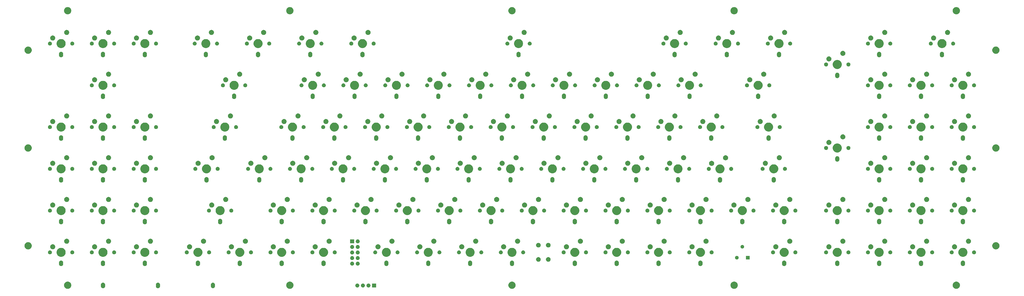
<source format=gbr>
%TF.GenerationSoftware,KiCad,Pcbnew,(5.1.5)-3*%
%TF.CreationDate,2020-04-26T16:35:22-07:00*%
%TF.ProjectId,Keyboard,4b657962-6f61-4726-942e-6b696361645f,rev?*%
%TF.SameCoordinates,Original*%
%TF.FileFunction,Soldermask,Top*%
%TF.FilePolarity,Negative*%
%FSLAX46Y46*%
G04 Gerber Fmt 4.6, Leading zero omitted, Abs format (unit mm)*
G04 Created by KiCad (PCBNEW (5.1.5)-3) date 2020-04-26 16:35:22*
%MOMM*%
%LPD*%
G04 APERTURE LIST*
%ADD10C,0.100000*%
G04 APERTURE END LIST*
D10*
G36*
X-48323743Y-159045299D02*
G01*
X-48217420Y-159066448D01*
X-47916957Y-159190904D01*
X-47646548Y-159371586D01*
X-47416584Y-159601550D01*
X-47235902Y-159871959D01*
X-47146494Y-160087808D01*
X-47111446Y-160172423D01*
X-47047999Y-160491390D01*
X-47047999Y-160816612D01*
X-47090297Y-161029257D01*
X-47111446Y-161135580D01*
X-47235902Y-161436043D01*
X-47416584Y-161706452D01*
X-47646548Y-161936416D01*
X-47916957Y-162117098D01*
X-48217420Y-162241554D01*
X-48323743Y-162262703D01*
X-48536388Y-162305001D01*
X-48861610Y-162305001D01*
X-49074255Y-162262703D01*
X-49180578Y-162241554D01*
X-49481041Y-162117098D01*
X-49751450Y-161936416D01*
X-49981414Y-161706452D01*
X-50162096Y-161436043D01*
X-50286552Y-161135580D01*
X-50307701Y-161029257D01*
X-50349999Y-160816612D01*
X-50349999Y-160491390D01*
X-50286552Y-160172423D01*
X-50251503Y-160087808D01*
X-50162096Y-159871959D01*
X-49981414Y-159601550D01*
X-49751450Y-159371586D01*
X-49481041Y-159190904D01*
X-49180578Y-159066448D01*
X-49074255Y-159045299D01*
X-48861610Y-159003001D01*
X-48536388Y-159003001D01*
X-48323743Y-159045299D01*
G37*
G36*
X254860006Y-159045299D02*
G01*
X254966329Y-159066448D01*
X255266792Y-159190904D01*
X255537201Y-159371586D01*
X255767165Y-159601550D01*
X255947847Y-159871959D01*
X256037255Y-160087808D01*
X256072303Y-160172423D01*
X256135750Y-160491390D01*
X256135750Y-160816612D01*
X256093452Y-161029257D01*
X256072303Y-161135580D01*
X255947847Y-161436043D01*
X255767165Y-161706452D01*
X255537201Y-161936416D01*
X255266792Y-162117098D01*
X254966329Y-162241554D01*
X254860006Y-162262703D01*
X254647361Y-162305001D01*
X254322139Y-162305001D01*
X254109494Y-162262703D01*
X254003171Y-162241554D01*
X253702708Y-162117098D01*
X253432299Y-161936416D01*
X253202335Y-161706452D01*
X253021653Y-161436043D01*
X252897197Y-161135580D01*
X252876048Y-161029257D01*
X252833750Y-160816612D01*
X252833750Y-160491390D01*
X252897197Y-160172423D01*
X252932246Y-160087808D01*
X253021653Y-159871959D01*
X253202335Y-159601550D01*
X253432299Y-159371586D01*
X253702708Y-159190904D01*
X254003171Y-159066448D01*
X254109494Y-159045299D01*
X254322139Y-159003001D01*
X254647361Y-159003001D01*
X254860006Y-159045299D01*
G37*
G36*
X52737507Y-159045299D02*
G01*
X52843830Y-159066448D01*
X53144293Y-159190904D01*
X53414702Y-159371586D01*
X53644666Y-159601550D01*
X53825348Y-159871959D01*
X53914756Y-160087808D01*
X53949804Y-160172423D01*
X54013251Y-160491390D01*
X54013251Y-160816612D01*
X53970953Y-161029257D01*
X53949804Y-161135580D01*
X53825348Y-161436043D01*
X53644666Y-161706452D01*
X53414702Y-161936416D01*
X53144293Y-162117098D01*
X52843830Y-162241554D01*
X52737507Y-162262703D01*
X52524862Y-162305001D01*
X52199640Y-162305001D01*
X51986995Y-162262703D01*
X51880672Y-162241554D01*
X51580209Y-162117098D01*
X51309800Y-161936416D01*
X51079836Y-161706452D01*
X50899154Y-161436043D01*
X50774698Y-161135580D01*
X50753549Y-161029257D01*
X50711251Y-160816612D01*
X50711251Y-160491390D01*
X50774698Y-160172423D01*
X50809747Y-160087808D01*
X50899154Y-159871959D01*
X51079836Y-159601550D01*
X51309800Y-159371586D01*
X51580209Y-159190904D01*
X51880672Y-159066448D01*
X51986995Y-159045299D01*
X52199640Y-159003001D01*
X52524862Y-159003001D01*
X52737507Y-159045299D01*
G37*
G36*
X355921255Y-159045299D02*
G01*
X356027578Y-159066448D01*
X356328041Y-159190904D01*
X356598450Y-159371586D01*
X356828414Y-159601550D01*
X357009096Y-159871959D01*
X357098504Y-160087808D01*
X357133552Y-160172423D01*
X357196999Y-160491390D01*
X357196999Y-160816612D01*
X357154701Y-161029257D01*
X357133552Y-161135580D01*
X357009096Y-161436043D01*
X356828414Y-161706452D01*
X356598450Y-161936416D01*
X356328041Y-162117098D01*
X356027578Y-162241554D01*
X355921255Y-162262703D01*
X355708610Y-162305001D01*
X355383388Y-162305001D01*
X355170743Y-162262703D01*
X355064420Y-162241554D01*
X354763957Y-162117098D01*
X354493548Y-161936416D01*
X354263584Y-161706452D01*
X354082902Y-161436043D01*
X353958446Y-161135580D01*
X353937297Y-161029257D01*
X353894999Y-160816612D01*
X353894999Y-160491390D01*
X353958446Y-160172423D01*
X353993495Y-160087808D01*
X354082902Y-159871959D01*
X354263584Y-159601550D01*
X354493548Y-159371586D01*
X354763957Y-159190904D01*
X355064420Y-159066448D01*
X355170743Y-159045299D01*
X355383388Y-159003001D01*
X355708610Y-159003001D01*
X355921255Y-159045299D01*
G37*
G36*
X153798757Y-159045299D02*
G01*
X153905080Y-159066448D01*
X154205543Y-159190904D01*
X154475952Y-159371586D01*
X154705916Y-159601550D01*
X154886598Y-159871959D01*
X154976006Y-160087808D01*
X155011054Y-160172423D01*
X155074501Y-160491390D01*
X155074501Y-160816612D01*
X155032203Y-161029257D01*
X155011054Y-161135580D01*
X154886598Y-161436043D01*
X154705916Y-161706452D01*
X154475952Y-161936416D01*
X154205543Y-162117098D01*
X153905080Y-162241554D01*
X153798757Y-162262703D01*
X153586112Y-162305001D01*
X153260890Y-162305001D01*
X153048245Y-162262703D01*
X152941922Y-162241554D01*
X152641459Y-162117098D01*
X152371050Y-161936416D01*
X152141086Y-161706452D01*
X151960404Y-161436043D01*
X151835948Y-161135580D01*
X151814799Y-161029257D01*
X151772501Y-160816612D01*
X151772501Y-160491390D01*
X151835948Y-160172423D01*
X151870997Y-160087808D01*
X151960404Y-159871959D01*
X152141086Y-159601550D01*
X152371050Y-159371586D01*
X152641459Y-159190904D01*
X152941922Y-159066448D01*
X153048245Y-159045299D01*
X153260890Y-159003001D01*
X153586112Y-159003001D01*
X153798757Y-159045299D01*
G37*
G36*
X17556425Y-159516260D02*
G01*
X17556428Y-159516261D01*
X17556429Y-159516261D01*
X17735693Y-159570640D01*
X17735696Y-159570642D01*
X17735697Y-159570642D01*
X17900903Y-159658946D01*
X18045712Y-159777788D01*
X18164554Y-159922597D01*
X18197130Y-159983544D01*
X18252860Y-160087807D01*
X18307239Y-160267071D01*
X18307239Y-160267074D01*
X18307240Y-160267076D01*
X18321000Y-160406783D01*
X18321000Y-161100218D01*
X18307240Y-161239925D01*
X18307239Y-161239928D01*
X18307239Y-161239929D01*
X18252860Y-161419193D01*
X18252858Y-161419196D01*
X18252858Y-161419197D01*
X18164554Y-161584403D01*
X18045712Y-161729212D01*
X17900903Y-161848054D01*
X17735696Y-161936358D01*
X17735692Y-161936360D01*
X17556428Y-161990739D01*
X17556427Y-161990739D01*
X17556424Y-161990740D01*
X17370000Y-162009101D01*
X17183575Y-161990740D01*
X17183572Y-161990739D01*
X17183571Y-161990739D01*
X17004307Y-161936360D01*
X17004303Y-161936358D01*
X16839097Y-161848054D01*
X16694288Y-161729212D01*
X16575446Y-161584403D01*
X16487142Y-161419196D01*
X16487141Y-161419193D01*
X16487140Y-161419192D01*
X16432761Y-161239928D01*
X16432761Y-161239927D01*
X16432760Y-161239924D01*
X16419000Y-161100217D01*
X16419000Y-160406782D01*
X16432760Y-160267070D01*
X16487140Y-160087808D01*
X16575447Y-159922597D01*
X16694289Y-159777788D01*
X16839098Y-159658946D01*
X17004304Y-159570642D01*
X17004305Y-159570642D01*
X17004308Y-159570640D01*
X17183572Y-159516261D01*
X17183573Y-159516261D01*
X17183576Y-159516260D01*
X17370000Y-159497899D01*
X17556425Y-159516260D01*
G37*
G36*
X-7443574Y-159516260D02*
G01*
X-7443571Y-159516261D01*
X-7443570Y-159516261D01*
X-7264306Y-159570640D01*
X-7264303Y-159570642D01*
X-7264302Y-159570642D01*
X-7099096Y-159658946D01*
X-6954287Y-159777788D01*
X-6835445Y-159922597D01*
X-6802869Y-159983544D01*
X-6747139Y-160087807D01*
X-6692760Y-160267071D01*
X-6692760Y-160267074D01*
X-6692759Y-160267076D01*
X-6678999Y-160406783D01*
X-6678999Y-161100218D01*
X-6692759Y-161239925D01*
X-6692760Y-161239928D01*
X-6692760Y-161239929D01*
X-6747139Y-161419193D01*
X-6747141Y-161419196D01*
X-6747141Y-161419197D01*
X-6835445Y-161584403D01*
X-6954287Y-161729212D01*
X-7099096Y-161848054D01*
X-7264303Y-161936358D01*
X-7264307Y-161936360D01*
X-7443571Y-161990739D01*
X-7443572Y-161990739D01*
X-7443575Y-161990740D01*
X-7629999Y-162009101D01*
X-7816424Y-161990740D01*
X-7816427Y-161990739D01*
X-7816428Y-161990739D01*
X-7995692Y-161936360D01*
X-7995696Y-161936358D01*
X-8160902Y-161848054D01*
X-8305711Y-161729212D01*
X-8424553Y-161584403D01*
X-8512857Y-161419196D01*
X-8512858Y-161419193D01*
X-8512859Y-161419192D01*
X-8567238Y-161239928D01*
X-8567238Y-161239927D01*
X-8567239Y-161239924D01*
X-8580999Y-161100217D01*
X-8580999Y-160406782D01*
X-8567239Y-160267070D01*
X-8512859Y-160087808D01*
X-8424552Y-159922597D01*
X-8305710Y-159777788D01*
X-8160901Y-159658946D01*
X-7995695Y-159570642D01*
X-7995694Y-159570642D01*
X-7995691Y-159570640D01*
X-7816427Y-159516261D01*
X-7816426Y-159516261D01*
X-7816423Y-159516260D01*
X-7629999Y-159497899D01*
X-7443574Y-159516260D01*
G37*
G36*
X-32443574Y-159516260D02*
G01*
X-32443571Y-159516261D01*
X-32443570Y-159516261D01*
X-32264306Y-159570640D01*
X-32264303Y-159570642D01*
X-32264302Y-159570642D01*
X-32099096Y-159658946D01*
X-31954287Y-159777788D01*
X-31835445Y-159922597D01*
X-31802869Y-159983544D01*
X-31747139Y-160087807D01*
X-31692760Y-160267071D01*
X-31692760Y-160267074D01*
X-31692759Y-160267076D01*
X-31678999Y-160406783D01*
X-31678999Y-161100218D01*
X-31692759Y-161239925D01*
X-31692760Y-161239928D01*
X-31692760Y-161239929D01*
X-31747139Y-161419193D01*
X-31747141Y-161419196D01*
X-31747141Y-161419197D01*
X-31835445Y-161584403D01*
X-31954287Y-161729212D01*
X-32099096Y-161848054D01*
X-32264303Y-161936358D01*
X-32264307Y-161936360D01*
X-32443571Y-161990739D01*
X-32443572Y-161990739D01*
X-32443575Y-161990740D01*
X-32629999Y-162009101D01*
X-32816424Y-161990740D01*
X-32816427Y-161990739D01*
X-32816428Y-161990739D01*
X-32995692Y-161936360D01*
X-32995696Y-161936358D01*
X-33160902Y-161848054D01*
X-33305711Y-161729212D01*
X-33424553Y-161584403D01*
X-33512857Y-161419196D01*
X-33512858Y-161419193D01*
X-33512859Y-161419192D01*
X-33567238Y-161239928D01*
X-33567238Y-161239927D01*
X-33567239Y-161239924D01*
X-33580999Y-161100217D01*
X-33580999Y-160406782D01*
X-33567239Y-160267070D01*
X-33512859Y-160087808D01*
X-33424552Y-159922597D01*
X-33305710Y-159777788D01*
X-33160901Y-159658946D01*
X-32995695Y-159570642D01*
X-32995694Y-159570642D01*
X-32995691Y-159570640D01*
X-32816427Y-159516261D01*
X-32816426Y-159516261D01*
X-32816423Y-159516260D01*
X-32629999Y-159497899D01*
X-32443574Y-159516260D01*
G37*
G36*
X83171512Y-159885927D02*
G01*
X83320812Y-159915624D01*
X83484784Y-159983544D01*
X83632354Y-160082147D01*
X83757853Y-160207646D01*
X83856456Y-160355216D01*
X83924376Y-160519188D01*
X83959000Y-160693259D01*
X83959000Y-160870741D01*
X83924376Y-161044812D01*
X83856456Y-161208784D01*
X83757853Y-161356354D01*
X83632354Y-161481853D01*
X83484784Y-161580456D01*
X83320812Y-161648376D01*
X83171512Y-161678073D01*
X83146742Y-161683000D01*
X82969258Y-161683000D01*
X82944488Y-161678073D01*
X82795188Y-161648376D01*
X82631216Y-161580456D01*
X82483646Y-161481853D01*
X82358147Y-161356354D01*
X82259544Y-161208784D01*
X82191624Y-161044812D01*
X82157000Y-160870741D01*
X82157000Y-160693259D01*
X82191624Y-160519188D01*
X82259544Y-160355216D01*
X82358147Y-160207646D01*
X82483646Y-160082147D01*
X82631216Y-159983544D01*
X82795188Y-159915624D01*
X82944488Y-159885927D01*
X82969258Y-159881000D01*
X83146742Y-159881000D01*
X83171512Y-159885927D01*
G37*
G36*
X85711512Y-159885927D02*
G01*
X85860812Y-159915624D01*
X86024784Y-159983544D01*
X86172354Y-160082147D01*
X86297853Y-160207646D01*
X86396456Y-160355216D01*
X86464376Y-160519188D01*
X86499000Y-160693259D01*
X86499000Y-160870741D01*
X86464376Y-161044812D01*
X86396456Y-161208784D01*
X86297853Y-161356354D01*
X86172354Y-161481853D01*
X86024784Y-161580456D01*
X85860812Y-161648376D01*
X85711512Y-161678073D01*
X85686742Y-161683000D01*
X85509258Y-161683000D01*
X85484488Y-161678073D01*
X85335188Y-161648376D01*
X85171216Y-161580456D01*
X85023646Y-161481853D01*
X84898147Y-161356354D01*
X84799544Y-161208784D01*
X84731624Y-161044812D01*
X84697000Y-160870741D01*
X84697000Y-160693259D01*
X84731624Y-160519188D01*
X84799544Y-160355216D01*
X84898147Y-160207646D01*
X85023646Y-160082147D01*
X85171216Y-159983544D01*
X85335188Y-159915624D01*
X85484488Y-159885927D01*
X85509258Y-159881000D01*
X85686742Y-159881000D01*
X85711512Y-159885927D01*
G37*
G36*
X88251512Y-159885927D02*
G01*
X88400812Y-159915624D01*
X88564784Y-159983544D01*
X88712354Y-160082147D01*
X88837853Y-160207646D01*
X88936456Y-160355216D01*
X89004376Y-160519188D01*
X89039000Y-160693259D01*
X89039000Y-160870741D01*
X89004376Y-161044812D01*
X88936456Y-161208784D01*
X88837853Y-161356354D01*
X88712354Y-161481853D01*
X88564784Y-161580456D01*
X88400812Y-161648376D01*
X88251512Y-161678073D01*
X88226742Y-161683000D01*
X88049258Y-161683000D01*
X88024488Y-161678073D01*
X87875188Y-161648376D01*
X87711216Y-161580456D01*
X87563646Y-161481853D01*
X87438147Y-161356354D01*
X87339544Y-161208784D01*
X87271624Y-161044812D01*
X87237000Y-160870741D01*
X87237000Y-160693259D01*
X87271624Y-160519188D01*
X87339544Y-160355216D01*
X87438147Y-160207646D01*
X87563646Y-160082147D01*
X87711216Y-159983544D01*
X87875188Y-159915624D01*
X88024488Y-159885927D01*
X88049258Y-159881000D01*
X88226742Y-159881000D01*
X88251512Y-159885927D01*
G37*
G36*
X91579000Y-161683000D02*
G01*
X89777000Y-161683000D01*
X89777000Y-159881000D01*
X91579000Y-159881000D01*
X91579000Y-161683000D01*
G37*
G36*
X182184953Y-149419290D02*
G01*
X182184956Y-149419291D01*
X182184957Y-149419291D01*
X182364221Y-149473670D01*
X182364224Y-149473672D01*
X182364225Y-149473672D01*
X182529432Y-149561976D01*
X182674241Y-149680818D01*
X182793083Y-149825627D01*
X182857490Y-149946125D01*
X182881389Y-149990837D01*
X182935768Y-150170101D01*
X182935769Y-150170105D01*
X182949529Y-150309812D01*
X182949529Y-151003247D01*
X182935769Y-151142954D01*
X182935768Y-151142956D01*
X182935768Y-151142959D01*
X182881389Y-151322223D01*
X182856317Y-151369129D01*
X182793083Y-151487433D01*
X182674241Y-151632242D01*
X182529432Y-151751084D01*
X182364228Y-151839387D01*
X182364222Y-151839390D01*
X182184958Y-151893769D01*
X182184957Y-151893769D01*
X182184954Y-151893770D01*
X181998529Y-151912131D01*
X181812105Y-151893770D01*
X181812102Y-151893769D01*
X181812101Y-151893769D01*
X181632837Y-151839390D01*
X181632831Y-151839387D01*
X181467627Y-151751084D01*
X181322818Y-151632242D01*
X181203976Y-151487433D01*
X181115669Y-151322222D01*
X181061289Y-151142960D01*
X181047529Y-151003248D01*
X181047529Y-150309813D01*
X181061289Y-150170106D01*
X181061290Y-150170102D01*
X181115669Y-149990838D01*
X181115672Y-149990832D01*
X181203975Y-149825627D01*
X181322817Y-149680818D01*
X181467626Y-149561976D01*
X181632832Y-149473672D01*
X181632833Y-149473672D01*
X181632836Y-149473670D01*
X181812100Y-149419291D01*
X181812101Y-149419291D01*
X181812104Y-149419290D01*
X181998529Y-149400929D01*
X182184953Y-149419290D01*
G37*
G36*
X134559953Y-149419290D02*
G01*
X134559956Y-149419291D01*
X134559957Y-149419291D01*
X134739221Y-149473670D01*
X134739224Y-149473672D01*
X134739225Y-149473672D01*
X134904432Y-149561976D01*
X135049241Y-149680818D01*
X135168083Y-149825627D01*
X135232490Y-149946125D01*
X135256389Y-149990837D01*
X135310768Y-150170101D01*
X135310769Y-150170105D01*
X135324529Y-150309812D01*
X135324529Y-151003247D01*
X135310769Y-151142954D01*
X135310768Y-151142956D01*
X135310768Y-151142959D01*
X135256389Y-151322223D01*
X135231317Y-151369129D01*
X135168083Y-151487433D01*
X135049241Y-151632242D01*
X134904432Y-151751084D01*
X134739228Y-151839387D01*
X134739222Y-151839390D01*
X134559958Y-151893769D01*
X134559957Y-151893769D01*
X134559954Y-151893770D01*
X134373529Y-151912131D01*
X134187105Y-151893770D01*
X134187102Y-151893769D01*
X134187101Y-151893769D01*
X134007837Y-151839390D01*
X134007831Y-151839387D01*
X133842627Y-151751084D01*
X133697818Y-151632242D01*
X133578976Y-151487433D01*
X133490669Y-151322222D01*
X133436289Y-151142960D01*
X133422529Y-151003248D01*
X133422529Y-150309813D01*
X133436289Y-150170106D01*
X133436290Y-150170102D01*
X133490669Y-149990838D01*
X133490672Y-149990832D01*
X133578975Y-149825627D01*
X133697817Y-149680818D01*
X133842626Y-149561976D01*
X134007832Y-149473672D01*
X134007833Y-149473672D01*
X134007836Y-149473670D01*
X134187100Y-149419291D01*
X134187101Y-149419291D01*
X134187104Y-149419290D01*
X134373529Y-149400929D01*
X134559953Y-149419290D01*
G37*
G36*
X115509953Y-149419290D02*
G01*
X115509956Y-149419291D01*
X115509957Y-149419291D01*
X115689221Y-149473670D01*
X115689224Y-149473672D01*
X115689225Y-149473672D01*
X115854432Y-149561976D01*
X115999241Y-149680818D01*
X116118083Y-149825627D01*
X116182490Y-149946125D01*
X116206389Y-149990837D01*
X116260768Y-150170101D01*
X116260769Y-150170105D01*
X116274529Y-150309812D01*
X116274529Y-151003247D01*
X116260769Y-151142954D01*
X116260768Y-151142956D01*
X116260768Y-151142959D01*
X116206389Y-151322223D01*
X116181317Y-151369129D01*
X116118083Y-151487433D01*
X115999241Y-151632242D01*
X115854432Y-151751084D01*
X115689228Y-151839387D01*
X115689222Y-151839390D01*
X115509958Y-151893769D01*
X115509957Y-151893769D01*
X115509954Y-151893770D01*
X115323529Y-151912131D01*
X115137105Y-151893770D01*
X115137102Y-151893769D01*
X115137101Y-151893769D01*
X114957837Y-151839390D01*
X114957831Y-151839387D01*
X114792627Y-151751084D01*
X114647818Y-151632242D01*
X114528976Y-151487433D01*
X114440669Y-151322222D01*
X114386289Y-151142960D01*
X114372529Y-151003248D01*
X114372529Y-150309813D01*
X114386289Y-150170106D01*
X114386290Y-150170102D01*
X114440669Y-149990838D01*
X114440672Y-149990832D01*
X114528975Y-149825627D01*
X114647817Y-149680818D01*
X114792626Y-149561976D01*
X114957832Y-149473672D01*
X114957833Y-149473672D01*
X114957836Y-149473670D01*
X115137100Y-149419291D01*
X115137101Y-149419291D01*
X115137104Y-149419290D01*
X115323529Y-149400929D01*
X115509953Y-149419290D01*
G37*
G36*
X96459954Y-149419290D02*
G01*
X96459957Y-149419291D01*
X96459958Y-149419291D01*
X96639222Y-149473670D01*
X96639225Y-149473672D01*
X96639226Y-149473672D01*
X96804432Y-149561976D01*
X96949241Y-149680818D01*
X97068083Y-149825627D01*
X97117457Y-149918000D01*
X97156389Y-149990837D01*
X97210768Y-150170101D01*
X97210768Y-150170102D01*
X97210769Y-150170106D01*
X97224529Y-150309813D01*
X97224529Y-151003248D01*
X97210769Y-151142955D01*
X97210768Y-151142958D01*
X97210768Y-151142959D01*
X97156389Y-151322223D01*
X97156387Y-151322227D01*
X97068083Y-151487433D01*
X96949241Y-151632242D01*
X96804432Y-151751084D01*
X96639227Y-151839387D01*
X96639221Y-151839390D01*
X96459957Y-151893769D01*
X96459956Y-151893769D01*
X96459953Y-151893770D01*
X96273529Y-151912131D01*
X96087104Y-151893770D01*
X96087101Y-151893769D01*
X96087100Y-151893769D01*
X95907836Y-151839390D01*
X95907830Y-151839387D01*
X95742626Y-151751084D01*
X95597817Y-151632242D01*
X95478975Y-151487433D01*
X95390671Y-151322226D01*
X95390670Y-151322223D01*
X95390669Y-151322222D01*
X95336290Y-151142958D01*
X95336290Y-151142957D01*
X95336289Y-151142954D01*
X95322529Y-151003247D01*
X95322529Y-150309812D01*
X95336289Y-150170100D01*
X95390669Y-149990838D01*
X95478976Y-149825627D01*
X95597818Y-149680818D01*
X95742627Y-149561976D01*
X95907833Y-149473672D01*
X95907834Y-149473672D01*
X95907837Y-149473670D01*
X96087101Y-149419291D01*
X96087102Y-149419291D01*
X96087105Y-149419290D01*
X96273529Y-149400929D01*
X96459954Y-149419290D01*
G37*
G36*
X320634953Y-149419290D02*
G01*
X320634956Y-149419291D01*
X320634957Y-149419291D01*
X320814221Y-149473670D01*
X320814224Y-149473672D01*
X320814225Y-149473672D01*
X320979432Y-149561976D01*
X321124241Y-149680818D01*
X321243083Y-149825627D01*
X321307490Y-149946125D01*
X321331389Y-149990837D01*
X321385768Y-150170101D01*
X321385769Y-150170105D01*
X321399529Y-150309812D01*
X321399529Y-151003247D01*
X321385769Y-151142954D01*
X321385768Y-151142956D01*
X321385768Y-151142959D01*
X321331389Y-151322223D01*
X321306317Y-151369129D01*
X321243083Y-151487433D01*
X321124241Y-151632242D01*
X320979432Y-151751084D01*
X320814228Y-151839387D01*
X320814222Y-151839390D01*
X320634958Y-151893769D01*
X320634957Y-151893769D01*
X320634954Y-151893770D01*
X320448529Y-151912131D01*
X320262105Y-151893770D01*
X320262102Y-151893769D01*
X320262101Y-151893769D01*
X320082837Y-151839390D01*
X320082831Y-151839387D01*
X319917627Y-151751084D01*
X319772818Y-151632242D01*
X319653976Y-151487433D01*
X319565669Y-151322222D01*
X319511289Y-151142960D01*
X319497529Y-151003248D01*
X319497529Y-150309813D01*
X319511289Y-150170106D01*
X319511290Y-150170102D01*
X319565669Y-149990838D01*
X319565672Y-149990832D01*
X319653975Y-149825627D01*
X319772817Y-149680818D01*
X319917626Y-149561976D01*
X320082832Y-149473672D01*
X320082833Y-149473672D01*
X320082836Y-149473670D01*
X320262100Y-149419291D01*
X320262101Y-149419291D01*
X320262104Y-149419290D01*
X320448529Y-149400929D01*
X320634953Y-149419290D01*
G37*
G36*
X277434953Y-149419290D02*
G01*
X277434956Y-149419291D01*
X277434957Y-149419291D01*
X277614221Y-149473670D01*
X277614224Y-149473672D01*
X277614225Y-149473672D01*
X277779432Y-149561976D01*
X277924241Y-149680818D01*
X278043083Y-149825627D01*
X278107490Y-149946125D01*
X278131389Y-149990837D01*
X278185768Y-150170101D01*
X278185769Y-150170105D01*
X278199529Y-150309812D01*
X278199529Y-151003247D01*
X278185769Y-151142954D01*
X278185768Y-151142956D01*
X278185768Y-151142959D01*
X278131389Y-151322223D01*
X278106317Y-151369129D01*
X278043083Y-151487433D01*
X277924241Y-151632242D01*
X277779432Y-151751084D01*
X277614228Y-151839387D01*
X277614222Y-151839390D01*
X277434958Y-151893769D01*
X277434957Y-151893769D01*
X277434954Y-151893770D01*
X277248529Y-151912131D01*
X277062105Y-151893770D01*
X277062102Y-151893769D01*
X277062101Y-151893769D01*
X276882837Y-151839390D01*
X276882831Y-151839387D01*
X276717627Y-151751084D01*
X276572818Y-151632242D01*
X276453976Y-151487433D01*
X276365669Y-151322222D01*
X276311289Y-151142960D01*
X276297529Y-151003248D01*
X276297529Y-150309813D01*
X276311289Y-150170106D01*
X276311290Y-150170102D01*
X276365669Y-149990838D01*
X276365672Y-149990832D01*
X276453975Y-149825627D01*
X276572817Y-149680818D01*
X276717626Y-149561976D01*
X276882832Y-149473672D01*
X276882833Y-149473672D01*
X276882836Y-149473670D01*
X277062100Y-149419291D01*
X277062101Y-149419291D01*
X277062104Y-149419290D01*
X277248529Y-149400929D01*
X277434953Y-149419290D01*
G37*
G36*
X239334953Y-149419290D02*
G01*
X239334956Y-149419291D01*
X239334957Y-149419291D01*
X239514221Y-149473670D01*
X239514224Y-149473672D01*
X239514225Y-149473672D01*
X239679432Y-149561976D01*
X239824241Y-149680818D01*
X239943083Y-149825627D01*
X240007490Y-149946125D01*
X240031389Y-149990837D01*
X240085768Y-150170101D01*
X240085769Y-150170105D01*
X240099529Y-150309812D01*
X240099529Y-151003247D01*
X240085769Y-151142954D01*
X240085768Y-151142956D01*
X240085768Y-151142959D01*
X240031389Y-151322223D01*
X240006317Y-151369129D01*
X239943083Y-151487433D01*
X239824241Y-151632242D01*
X239679432Y-151751084D01*
X239514228Y-151839387D01*
X239514222Y-151839390D01*
X239334958Y-151893769D01*
X239334957Y-151893769D01*
X239334954Y-151893770D01*
X239148529Y-151912131D01*
X238962105Y-151893770D01*
X238962102Y-151893769D01*
X238962101Y-151893769D01*
X238782837Y-151839390D01*
X238782831Y-151839387D01*
X238617627Y-151751084D01*
X238472818Y-151632242D01*
X238353976Y-151487433D01*
X238265669Y-151322222D01*
X238211289Y-151142960D01*
X238197529Y-151003248D01*
X238197529Y-150309813D01*
X238211289Y-150170106D01*
X238211290Y-150170102D01*
X238265669Y-149990838D01*
X238265672Y-149990832D01*
X238353975Y-149825627D01*
X238472817Y-149680818D01*
X238617626Y-149561976D01*
X238782832Y-149473672D01*
X238782833Y-149473672D01*
X238782836Y-149473670D01*
X238962100Y-149419291D01*
X238962101Y-149419291D01*
X238962104Y-149419290D01*
X239148529Y-149400929D01*
X239334953Y-149419290D01*
G37*
G36*
X220284953Y-149419290D02*
G01*
X220284956Y-149419291D01*
X220284957Y-149419291D01*
X220464221Y-149473670D01*
X220464224Y-149473672D01*
X220464225Y-149473672D01*
X220629432Y-149561976D01*
X220774241Y-149680818D01*
X220893083Y-149825627D01*
X220957490Y-149946125D01*
X220981389Y-149990837D01*
X221035768Y-150170101D01*
X221035769Y-150170105D01*
X221049529Y-150309812D01*
X221049529Y-151003247D01*
X221035769Y-151142954D01*
X221035768Y-151142956D01*
X221035768Y-151142959D01*
X220981389Y-151322223D01*
X220956317Y-151369129D01*
X220893083Y-151487433D01*
X220774241Y-151632242D01*
X220629432Y-151751084D01*
X220464228Y-151839387D01*
X220464222Y-151839390D01*
X220284958Y-151893769D01*
X220284957Y-151893769D01*
X220284954Y-151893770D01*
X220098529Y-151912131D01*
X219912105Y-151893770D01*
X219912102Y-151893769D01*
X219912101Y-151893769D01*
X219732837Y-151839390D01*
X219732831Y-151839387D01*
X219567627Y-151751084D01*
X219422818Y-151632242D01*
X219303976Y-151487433D01*
X219215669Y-151322222D01*
X219161289Y-151142960D01*
X219147529Y-151003248D01*
X219147529Y-150309813D01*
X219161289Y-150170106D01*
X219161290Y-150170102D01*
X219215669Y-149990838D01*
X219215672Y-149990832D01*
X219303975Y-149825627D01*
X219422817Y-149680818D01*
X219567626Y-149561976D01*
X219732832Y-149473672D01*
X219732833Y-149473672D01*
X219732836Y-149473670D01*
X219912100Y-149419291D01*
X219912101Y-149419291D01*
X219912104Y-149419290D01*
X220098529Y-149400929D01*
X220284953Y-149419290D01*
G37*
G36*
X67884953Y-149419290D02*
G01*
X67884956Y-149419291D01*
X67884957Y-149419291D01*
X68064221Y-149473670D01*
X68064224Y-149473672D01*
X68064225Y-149473672D01*
X68229432Y-149561976D01*
X68374241Y-149680818D01*
X68493083Y-149825627D01*
X68557490Y-149946125D01*
X68581389Y-149990837D01*
X68635768Y-150170101D01*
X68635769Y-150170105D01*
X68649529Y-150309812D01*
X68649529Y-151003247D01*
X68635769Y-151142954D01*
X68635768Y-151142956D01*
X68635768Y-151142959D01*
X68581389Y-151322223D01*
X68556317Y-151369129D01*
X68493083Y-151487433D01*
X68374241Y-151632242D01*
X68229432Y-151751084D01*
X68064228Y-151839387D01*
X68064222Y-151839390D01*
X67884958Y-151893769D01*
X67884957Y-151893769D01*
X67884954Y-151893770D01*
X67698529Y-151912131D01*
X67512105Y-151893770D01*
X67512102Y-151893769D01*
X67512101Y-151893769D01*
X67332837Y-151839390D01*
X67332831Y-151839387D01*
X67167627Y-151751084D01*
X67022818Y-151632242D01*
X66903976Y-151487433D01*
X66815669Y-151322222D01*
X66761289Y-151142960D01*
X66747529Y-151003248D01*
X66747529Y-150309813D01*
X66761289Y-150170106D01*
X66761290Y-150170102D01*
X66815669Y-149990838D01*
X66815672Y-149990832D01*
X66903975Y-149825627D01*
X67022817Y-149680818D01*
X67167626Y-149561976D01*
X67332832Y-149473672D01*
X67332833Y-149473672D01*
X67332836Y-149473670D01*
X67512100Y-149419291D01*
X67512101Y-149419291D01*
X67512104Y-149419290D01*
X67698529Y-149400929D01*
X67884953Y-149419290D01*
G37*
G36*
X301584953Y-149419290D02*
G01*
X301584956Y-149419291D01*
X301584957Y-149419291D01*
X301764221Y-149473670D01*
X301764224Y-149473672D01*
X301764225Y-149473672D01*
X301929432Y-149561976D01*
X302074241Y-149680818D01*
X302193083Y-149825627D01*
X302257490Y-149946125D01*
X302281389Y-149990837D01*
X302335768Y-150170101D01*
X302335769Y-150170105D01*
X302349529Y-150309812D01*
X302349529Y-151003247D01*
X302335769Y-151142954D01*
X302335768Y-151142956D01*
X302335768Y-151142959D01*
X302281389Y-151322223D01*
X302256317Y-151369129D01*
X302193083Y-151487433D01*
X302074241Y-151632242D01*
X301929432Y-151751084D01*
X301764228Y-151839387D01*
X301764222Y-151839390D01*
X301584958Y-151893769D01*
X301584957Y-151893769D01*
X301584954Y-151893770D01*
X301398529Y-151912131D01*
X301212105Y-151893770D01*
X301212102Y-151893769D01*
X301212101Y-151893769D01*
X301032837Y-151839390D01*
X301032831Y-151839387D01*
X300867627Y-151751084D01*
X300722818Y-151632242D01*
X300603976Y-151487433D01*
X300515669Y-151322222D01*
X300461289Y-151142960D01*
X300447529Y-151003248D01*
X300447529Y-150309813D01*
X300461289Y-150170106D01*
X300461290Y-150170102D01*
X300515669Y-149990838D01*
X300515672Y-149990832D01*
X300603975Y-149825627D01*
X300722817Y-149680818D01*
X300867626Y-149561976D01*
X301032832Y-149473672D01*
X301032833Y-149473672D01*
X301032836Y-149473670D01*
X301212100Y-149419291D01*
X301212101Y-149419291D01*
X301212104Y-149419290D01*
X301398529Y-149400929D01*
X301584953Y-149419290D01*
G37*
G36*
X29784953Y-149419290D02*
G01*
X29784956Y-149419291D01*
X29784957Y-149419291D01*
X29964221Y-149473670D01*
X29964224Y-149473672D01*
X29964225Y-149473672D01*
X30129432Y-149561976D01*
X30274241Y-149680818D01*
X30393083Y-149825627D01*
X30457490Y-149946125D01*
X30481389Y-149990837D01*
X30535768Y-150170101D01*
X30535769Y-150170105D01*
X30549529Y-150309812D01*
X30549529Y-151003247D01*
X30535769Y-151142954D01*
X30535768Y-151142956D01*
X30535768Y-151142959D01*
X30481389Y-151322223D01*
X30456317Y-151369129D01*
X30393083Y-151487433D01*
X30274241Y-151632242D01*
X30129432Y-151751084D01*
X29964228Y-151839387D01*
X29964222Y-151839390D01*
X29784958Y-151893769D01*
X29784957Y-151893769D01*
X29784954Y-151893770D01*
X29598529Y-151912131D01*
X29412105Y-151893770D01*
X29412102Y-151893769D01*
X29412101Y-151893769D01*
X29232837Y-151839390D01*
X29232831Y-151839387D01*
X29067627Y-151751084D01*
X28922818Y-151632242D01*
X28803976Y-151487433D01*
X28715669Y-151322222D01*
X28661289Y-151142960D01*
X28647529Y-151003248D01*
X28647529Y-150309813D01*
X28661289Y-150170106D01*
X28661290Y-150170102D01*
X28715669Y-149990838D01*
X28715672Y-149990832D01*
X28803975Y-149825627D01*
X28922817Y-149680818D01*
X29067626Y-149561976D01*
X29232832Y-149473672D01*
X29232833Y-149473672D01*
X29232836Y-149473670D01*
X29412100Y-149419291D01*
X29412101Y-149419291D01*
X29412104Y-149419290D01*
X29598529Y-149400929D01*
X29784953Y-149419290D01*
G37*
G36*
X10734953Y-149419290D02*
G01*
X10734956Y-149419291D01*
X10734957Y-149419291D01*
X10914221Y-149473670D01*
X10914224Y-149473672D01*
X10914225Y-149473672D01*
X11079432Y-149561976D01*
X11224241Y-149680818D01*
X11343083Y-149825627D01*
X11407490Y-149946125D01*
X11431389Y-149990837D01*
X11485768Y-150170101D01*
X11485769Y-150170105D01*
X11499529Y-150309812D01*
X11499529Y-151003247D01*
X11485769Y-151142954D01*
X11485768Y-151142956D01*
X11485768Y-151142959D01*
X11431389Y-151322223D01*
X11406317Y-151369129D01*
X11343083Y-151487433D01*
X11224241Y-151632242D01*
X11079432Y-151751084D01*
X10914228Y-151839387D01*
X10914222Y-151839390D01*
X10734958Y-151893769D01*
X10734957Y-151893769D01*
X10734954Y-151893770D01*
X10548529Y-151912131D01*
X10362105Y-151893770D01*
X10362102Y-151893769D01*
X10362101Y-151893769D01*
X10182837Y-151839390D01*
X10182831Y-151839387D01*
X10017627Y-151751084D01*
X9872818Y-151632242D01*
X9753976Y-151487433D01*
X9665669Y-151322222D01*
X9611289Y-151142960D01*
X9597529Y-151003248D01*
X9597529Y-150309813D01*
X9611289Y-150170106D01*
X9611290Y-150170102D01*
X9665669Y-149990838D01*
X9665672Y-149990832D01*
X9753975Y-149825627D01*
X9872817Y-149680818D01*
X10017626Y-149561976D01*
X10182832Y-149473672D01*
X10182833Y-149473672D01*
X10182836Y-149473670D01*
X10362100Y-149419291D01*
X10362101Y-149419291D01*
X10362104Y-149419290D01*
X10548529Y-149400929D01*
X10734953Y-149419290D01*
G37*
G36*
X153609954Y-149419290D02*
G01*
X153609957Y-149419291D01*
X153609958Y-149419291D01*
X153789222Y-149473670D01*
X153789225Y-149473672D01*
X153789226Y-149473672D01*
X153954433Y-149561976D01*
X154099242Y-149680818D01*
X154218084Y-149825627D01*
X154282491Y-149946125D01*
X154306390Y-149990837D01*
X154360769Y-150170101D01*
X154360770Y-150170105D01*
X154374530Y-150309812D01*
X154374530Y-151003247D01*
X154360770Y-151142954D01*
X154360769Y-151142956D01*
X154360769Y-151142959D01*
X154306390Y-151322223D01*
X154281318Y-151369129D01*
X154218084Y-151487433D01*
X154099242Y-151632242D01*
X153954433Y-151751084D01*
X153789229Y-151839387D01*
X153789223Y-151839390D01*
X153609959Y-151893769D01*
X153609958Y-151893769D01*
X153609955Y-151893770D01*
X153423530Y-151912131D01*
X153237106Y-151893770D01*
X153237103Y-151893769D01*
X153237102Y-151893769D01*
X153057838Y-151839390D01*
X153057832Y-151839387D01*
X152892628Y-151751084D01*
X152747819Y-151632242D01*
X152628977Y-151487433D01*
X152540670Y-151322222D01*
X152486290Y-151142960D01*
X152472530Y-151003248D01*
X152472530Y-150309813D01*
X152486290Y-150170106D01*
X152486291Y-150170102D01*
X152540670Y-149990838D01*
X152540673Y-149990832D01*
X152628976Y-149825627D01*
X152747818Y-149680818D01*
X152892627Y-149561976D01*
X153057833Y-149473672D01*
X153057834Y-149473672D01*
X153057837Y-149473670D01*
X153237101Y-149419291D01*
X153237102Y-149419291D01*
X153237105Y-149419290D01*
X153423530Y-149400929D01*
X153609954Y-149419290D01*
G37*
G36*
X358734953Y-149419290D02*
G01*
X358734956Y-149419291D01*
X358734957Y-149419291D01*
X358914221Y-149473670D01*
X358914224Y-149473672D01*
X358914225Y-149473672D01*
X359079432Y-149561976D01*
X359224241Y-149680818D01*
X359343083Y-149825627D01*
X359407490Y-149946125D01*
X359431389Y-149990837D01*
X359485768Y-150170101D01*
X359485769Y-150170105D01*
X359499529Y-150309812D01*
X359499529Y-151003247D01*
X359485769Y-151142954D01*
X359485768Y-151142956D01*
X359485768Y-151142959D01*
X359431389Y-151322223D01*
X359406317Y-151369129D01*
X359343083Y-151487433D01*
X359224241Y-151632242D01*
X359079432Y-151751084D01*
X358914228Y-151839387D01*
X358914222Y-151839390D01*
X358734958Y-151893769D01*
X358734957Y-151893769D01*
X358734954Y-151893770D01*
X358548529Y-151912131D01*
X358362105Y-151893770D01*
X358362102Y-151893769D01*
X358362101Y-151893769D01*
X358182837Y-151839390D01*
X358182831Y-151839387D01*
X358017627Y-151751084D01*
X357872818Y-151632242D01*
X357753976Y-151487433D01*
X357665669Y-151322222D01*
X357611289Y-151142960D01*
X357597529Y-151003248D01*
X357597529Y-150309813D01*
X357611289Y-150170106D01*
X357611290Y-150170102D01*
X357665669Y-149990838D01*
X357665672Y-149990832D01*
X357753975Y-149825627D01*
X357872817Y-149680818D01*
X358017626Y-149561976D01*
X358182832Y-149473672D01*
X358182833Y-149473672D01*
X358182836Y-149473670D01*
X358362100Y-149419291D01*
X358362101Y-149419291D01*
X358362104Y-149419290D01*
X358548529Y-149400929D01*
X358734953Y-149419290D01*
G37*
G36*
X339684953Y-149419290D02*
G01*
X339684956Y-149419291D01*
X339684957Y-149419291D01*
X339864221Y-149473670D01*
X339864224Y-149473672D01*
X339864225Y-149473672D01*
X340029432Y-149561976D01*
X340174241Y-149680818D01*
X340293083Y-149825627D01*
X340357490Y-149946125D01*
X340381389Y-149990837D01*
X340435768Y-150170101D01*
X340435769Y-150170105D01*
X340449529Y-150309812D01*
X340449529Y-151003247D01*
X340435769Y-151142954D01*
X340435768Y-151142956D01*
X340435768Y-151142959D01*
X340381389Y-151322223D01*
X340356317Y-151369129D01*
X340293083Y-151487433D01*
X340174241Y-151632242D01*
X340029432Y-151751084D01*
X339864228Y-151839387D01*
X339864222Y-151839390D01*
X339684958Y-151893769D01*
X339684957Y-151893769D01*
X339684954Y-151893770D01*
X339498529Y-151912131D01*
X339312105Y-151893770D01*
X339312102Y-151893769D01*
X339312101Y-151893769D01*
X339132837Y-151839390D01*
X339132831Y-151839387D01*
X338967627Y-151751084D01*
X338822818Y-151632242D01*
X338703976Y-151487433D01*
X338615669Y-151322222D01*
X338561289Y-151142960D01*
X338547529Y-151003248D01*
X338547529Y-150309813D01*
X338561289Y-150170106D01*
X338561290Y-150170102D01*
X338615669Y-149990838D01*
X338615672Y-149990832D01*
X338703975Y-149825627D01*
X338822817Y-149680818D01*
X338967626Y-149561976D01*
X339132832Y-149473672D01*
X339132833Y-149473672D01*
X339132836Y-149473670D01*
X339312100Y-149419291D01*
X339312101Y-149419291D01*
X339312104Y-149419290D01*
X339498529Y-149400929D01*
X339684953Y-149419290D01*
G37*
G36*
X48834953Y-149419290D02*
G01*
X48834956Y-149419291D01*
X48834957Y-149419291D01*
X49014221Y-149473670D01*
X49014224Y-149473672D01*
X49014225Y-149473672D01*
X49179432Y-149561976D01*
X49324241Y-149680818D01*
X49443083Y-149825627D01*
X49507490Y-149946125D01*
X49531389Y-149990837D01*
X49585768Y-150170101D01*
X49585769Y-150170105D01*
X49599529Y-150309812D01*
X49599529Y-151003247D01*
X49585769Y-151142954D01*
X49585768Y-151142956D01*
X49585768Y-151142959D01*
X49531389Y-151322223D01*
X49506317Y-151369129D01*
X49443083Y-151487433D01*
X49324241Y-151632242D01*
X49179432Y-151751084D01*
X49014228Y-151839387D01*
X49014222Y-151839390D01*
X48834958Y-151893769D01*
X48834957Y-151893769D01*
X48834954Y-151893770D01*
X48648529Y-151912131D01*
X48462105Y-151893770D01*
X48462102Y-151893769D01*
X48462101Y-151893769D01*
X48282837Y-151839390D01*
X48282831Y-151839387D01*
X48117627Y-151751084D01*
X47972818Y-151632242D01*
X47853976Y-151487433D01*
X47765669Y-151322222D01*
X47711289Y-151142960D01*
X47697529Y-151003248D01*
X47697529Y-150309813D01*
X47711289Y-150170106D01*
X47711290Y-150170102D01*
X47765669Y-149990838D01*
X47765672Y-149990832D01*
X47853975Y-149825627D01*
X47972817Y-149680818D01*
X48117626Y-149561976D01*
X48282832Y-149473672D01*
X48282833Y-149473672D01*
X48282836Y-149473670D01*
X48462100Y-149419291D01*
X48462101Y-149419291D01*
X48462104Y-149419290D01*
X48648529Y-149400929D01*
X48834953Y-149419290D01*
G37*
G36*
X201234953Y-149419290D02*
G01*
X201234956Y-149419291D01*
X201234957Y-149419291D01*
X201414221Y-149473670D01*
X201414224Y-149473672D01*
X201414225Y-149473672D01*
X201579432Y-149561976D01*
X201724241Y-149680818D01*
X201843083Y-149825627D01*
X201907490Y-149946125D01*
X201931389Y-149990837D01*
X201985768Y-150170101D01*
X201985769Y-150170105D01*
X201999529Y-150309812D01*
X201999529Y-151003247D01*
X201985769Y-151142954D01*
X201985768Y-151142956D01*
X201985768Y-151142959D01*
X201931389Y-151322223D01*
X201906317Y-151369129D01*
X201843083Y-151487433D01*
X201724241Y-151632242D01*
X201579432Y-151751084D01*
X201414228Y-151839387D01*
X201414222Y-151839390D01*
X201234958Y-151893769D01*
X201234957Y-151893769D01*
X201234954Y-151893770D01*
X201048529Y-151912131D01*
X200862105Y-151893770D01*
X200862102Y-151893769D01*
X200862101Y-151893769D01*
X200682837Y-151839390D01*
X200682831Y-151839387D01*
X200517627Y-151751084D01*
X200372818Y-151632242D01*
X200253976Y-151487433D01*
X200165669Y-151322222D01*
X200111289Y-151142960D01*
X200097529Y-151003248D01*
X200097529Y-150309813D01*
X200111289Y-150170106D01*
X200111290Y-150170102D01*
X200165669Y-149990838D01*
X200165672Y-149990832D01*
X200253975Y-149825627D01*
X200372817Y-149680818D01*
X200517626Y-149561976D01*
X200682832Y-149473672D01*
X200682833Y-149473672D01*
X200682836Y-149473670D01*
X200862100Y-149419291D01*
X200862101Y-149419291D01*
X200862104Y-149419290D01*
X201048529Y-149400929D01*
X201234953Y-149419290D01*
G37*
G36*
X-13415047Y-149419289D02*
G01*
X-13415044Y-149419290D01*
X-13415043Y-149419290D01*
X-13235779Y-149473669D01*
X-13235776Y-149473671D01*
X-13235775Y-149473671D01*
X-13070568Y-149561975D01*
X-12925759Y-149680817D01*
X-12806917Y-149825626D01*
X-12718613Y-149990832D01*
X-12718611Y-149990836D01*
X-12681660Y-150112648D01*
X-12664231Y-150170104D01*
X-12650471Y-150309811D01*
X-12650471Y-151003246D01*
X-12664231Y-151142953D01*
X-12664232Y-151142955D01*
X-12664232Y-151142958D01*
X-12718611Y-151322222D01*
X-12718614Y-151322227D01*
X-12806917Y-151487432D01*
X-12925759Y-151632241D01*
X-13070568Y-151751083D01*
X-13235774Y-151839387D01*
X-13235778Y-151839389D01*
X-13415042Y-151893768D01*
X-13415043Y-151893768D01*
X-13415046Y-151893769D01*
X-13601471Y-151912130D01*
X-13787895Y-151893769D01*
X-13787898Y-151893768D01*
X-13787899Y-151893768D01*
X-13967163Y-151839389D01*
X-13967167Y-151839387D01*
X-14132373Y-151751083D01*
X-14277182Y-151632241D01*
X-14396024Y-151487432D01*
X-14484331Y-151322221D01*
X-14538711Y-151142959D01*
X-14552471Y-151003247D01*
X-14552471Y-150309812D01*
X-14538711Y-150170105D01*
X-14538710Y-150170101D01*
X-14484331Y-149990837D01*
X-14460432Y-149946125D01*
X-14396025Y-149825626D01*
X-14277183Y-149680817D01*
X-14132374Y-149561975D01*
X-13967168Y-149473671D01*
X-13967167Y-149473671D01*
X-13967164Y-149473669D01*
X-13787900Y-149419290D01*
X-13787899Y-149419290D01*
X-13787896Y-149419289D01*
X-13601471Y-149400928D01*
X-13415047Y-149419289D01*
G37*
G36*
X-51515047Y-149419289D02*
G01*
X-51515044Y-149419290D01*
X-51515043Y-149419290D01*
X-51335779Y-149473669D01*
X-51335776Y-149473671D01*
X-51335775Y-149473671D01*
X-51170568Y-149561975D01*
X-51025759Y-149680817D01*
X-50906917Y-149825626D01*
X-50818613Y-149990832D01*
X-50818611Y-149990836D01*
X-50781660Y-150112648D01*
X-50764231Y-150170104D01*
X-50750471Y-150309811D01*
X-50750471Y-151003246D01*
X-50764231Y-151142953D01*
X-50764232Y-151142955D01*
X-50764232Y-151142958D01*
X-50818611Y-151322222D01*
X-50818614Y-151322227D01*
X-50906917Y-151487432D01*
X-51025759Y-151632241D01*
X-51170568Y-151751083D01*
X-51335774Y-151839387D01*
X-51335778Y-151839389D01*
X-51515042Y-151893768D01*
X-51515043Y-151893768D01*
X-51515046Y-151893769D01*
X-51701471Y-151912130D01*
X-51887895Y-151893769D01*
X-51887898Y-151893768D01*
X-51887899Y-151893768D01*
X-52067163Y-151839389D01*
X-52067167Y-151839387D01*
X-52232373Y-151751083D01*
X-52377182Y-151632241D01*
X-52496024Y-151487432D01*
X-52584331Y-151322221D01*
X-52638711Y-151142959D01*
X-52652471Y-151003247D01*
X-52652471Y-150309812D01*
X-52638711Y-150170105D01*
X-52638710Y-150170101D01*
X-52584331Y-149990837D01*
X-52560432Y-149946125D01*
X-52496025Y-149825626D01*
X-52377183Y-149680817D01*
X-52232374Y-149561975D01*
X-52067168Y-149473671D01*
X-52067167Y-149473671D01*
X-52067164Y-149473669D01*
X-51887900Y-149419290D01*
X-51887899Y-149419290D01*
X-51887896Y-149419289D01*
X-51701471Y-149400928D01*
X-51515047Y-149419289D01*
G37*
G36*
X-32465047Y-149419289D02*
G01*
X-32465044Y-149419290D01*
X-32465043Y-149419290D01*
X-32285779Y-149473669D01*
X-32285776Y-149473671D01*
X-32285775Y-149473671D01*
X-32120568Y-149561975D01*
X-31975759Y-149680817D01*
X-31856917Y-149825626D01*
X-31768613Y-149990832D01*
X-31768611Y-149990836D01*
X-31731660Y-150112648D01*
X-31714231Y-150170104D01*
X-31700471Y-150309811D01*
X-31700471Y-151003246D01*
X-31714231Y-151142953D01*
X-31714232Y-151142955D01*
X-31714232Y-151142958D01*
X-31768611Y-151322222D01*
X-31768614Y-151322227D01*
X-31856917Y-151487432D01*
X-31975759Y-151632241D01*
X-32120568Y-151751083D01*
X-32285774Y-151839387D01*
X-32285778Y-151839389D01*
X-32465042Y-151893768D01*
X-32465043Y-151893768D01*
X-32465046Y-151893769D01*
X-32651471Y-151912130D01*
X-32837895Y-151893769D01*
X-32837898Y-151893768D01*
X-32837899Y-151893768D01*
X-33017163Y-151839389D01*
X-33017167Y-151839387D01*
X-33182373Y-151751083D01*
X-33327182Y-151632241D01*
X-33446024Y-151487432D01*
X-33534331Y-151322221D01*
X-33588711Y-151142959D01*
X-33602471Y-151003247D01*
X-33602471Y-150309812D01*
X-33588711Y-150170105D01*
X-33588710Y-150170101D01*
X-33534331Y-149990837D01*
X-33510432Y-149946125D01*
X-33446025Y-149825626D01*
X-33327183Y-149680817D01*
X-33182374Y-149561975D01*
X-33017168Y-149473671D01*
X-33017167Y-149473671D01*
X-33017164Y-149473669D01*
X-32837900Y-149419290D01*
X-32837899Y-149419290D01*
X-32837896Y-149419289D01*
X-32651471Y-149400928D01*
X-32465047Y-149419289D01*
G37*
G36*
X80822012Y-149916427D02*
G01*
X80971312Y-149946124D01*
X81135284Y-150014044D01*
X81282854Y-150112647D01*
X81408353Y-150238146D01*
X81506956Y-150385716D01*
X81574876Y-150549688D01*
X81609500Y-150723759D01*
X81609500Y-150901241D01*
X81574876Y-151075312D01*
X81506956Y-151239284D01*
X81408353Y-151386854D01*
X81282854Y-151512353D01*
X81135284Y-151610956D01*
X80971312Y-151678876D01*
X80822012Y-151708573D01*
X80797242Y-151713500D01*
X80619758Y-151713500D01*
X80594988Y-151708573D01*
X80445688Y-151678876D01*
X80281716Y-151610956D01*
X80134146Y-151512353D01*
X80008647Y-151386854D01*
X79910044Y-151239284D01*
X79842124Y-151075312D01*
X79807500Y-150901241D01*
X79807500Y-150723759D01*
X79842124Y-150549688D01*
X79910044Y-150385716D01*
X80008647Y-150238146D01*
X80134146Y-150112647D01*
X80281716Y-150014044D01*
X80445688Y-149946124D01*
X80594988Y-149916427D01*
X80619758Y-149911500D01*
X80797242Y-149911500D01*
X80822012Y-149916427D01*
G37*
G36*
X83362012Y-149916427D02*
G01*
X83511312Y-149946124D01*
X83675284Y-150014044D01*
X83822854Y-150112647D01*
X83948353Y-150238146D01*
X84046956Y-150385716D01*
X84114876Y-150549688D01*
X84149500Y-150723759D01*
X84149500Y-150901241D01*
X84114876Y-151075312D01*
X84046956Y-151239284D01*
X83948353Y-151386854D01*
X83822854Y-151512353D01*
X83675284Y-151610956D01*
X83511312Y-151678876D01*
X83362012Y-151708573D01*
X83337242Y-151713500D01*
X83159758Y-151713500D01*
X83134988Y-151708573D01*
X82985688Y-151678876D01*
X82821716Y-151610956D01*
X82674146Y-151512353D01*
X82548647Y-151386854D01*
X82450044Y-151239284D01*
X82382124Y-151075312D01*
X82347500Y-150901241D01*
X82347500Y-150723759D01*
X82382124Y-150549688D01*
X82450044Y-150385716D01*
X82548647Y-150238146D01*
X82674146Y-150112647D01*
X82821716Y-150014044D01*
X82985688Y-149946124D01*
X83134988Y-149916427D01*
X83159758Y-149911500D01*
X83337242Y-149911500D01*
X83362012Y-149916427D01*
G37*
G36*
X170232564Y-147856389D02*
G01*
X170423833Y-147935615D01*
X170423835Y-147935616D01*
X170534693Y-148009689D01*
X170595973Y-148050635D01*
X170742365Y-148197027D01*
X170857385Y-148369167D01*
X170936611Y-148560436D01*
X170977000Y-148763484D01*
X170977000Y-148970516D01*
X170936611Y-149173564D01*
X170857385Y-149364833D01*
X170857384Y-149364835D01*
X170742365Y-149536973D01*
X170595973Y-149683365D01*
X170423835Y-149798384D01*
X170423834Y-149798385D01*
X170423833Y-149798385D01*
X170232564Y-149877611D01*
X170029516Y-149918000D01*
X169822484Y-149918000D01*
X169619436Y-149877611D01*
X169428167Y-149798385D01*
X169428166Y-149798385D01*
X169428165Y-149798384D01*
X169256027Y-149683365D01*
X169109635Y-149536973D01*
X168994616Y-149364835D01*
X168994615Y-149364833D01*
X168915389Y-149173564D01*
X168875000Y-148970516D01*
X168875000Y-148763484D01*
X168915389Y-148560436D01*
X168994615Y-148369167D01*
X169109635Y-148197027D01*
X169256027Y-148050635D01*
X169317307Y-148009689D01*
X169428165Y-147935616D01*
X169428167Y-147935615D01*
X169619436Y-147856389D01*
X169822484Y-147816000D01*
X170029516Y-147816000D01*
X170232564Y-147856389D01*
G37*
G36*
X165732564Y-147856389D02*
G01*
X165923833Y-147935615D01*
X165923835Y-147935616D01*
X166034693Y-148009689D01*
X166095973Y-148050635D01*
X166242365Y-148197027D01*
X166357385Y-148369167D01*
X166436611Y-148560436D01*
X166477000Y-148763484D01*
X166477000Y-148970516D01*
X166436611Y-149173564D01*
X166357385Y-149364833D01*
X166357384Y-149364835D01*
X166242365Y-149536973D01*
X166095973Y-149683365D01*
X165923835Y-149798384D01*
X165923834Y-149798385D01*
X165923833Y-149798385D01*
X165732564Y-149877611D01*
X165529516Y-149918000D01*
X165322484Y-149918000D01*
X165119436Y-149877611D01*
X164928167Y-149798385D01*
X164928166Y-149798385D01*
X164928165Y-149798384D01*
X164756027Y-149683365D01*
X164609635Y-149536973D01*
X164494616Y-149364835D01*
X164494615Y-149364833D01*
X164415389Y-149173564D01*
X164375000Y-148970516D01*
X164375000Y-148763484D01*
X164415389Y-148560436D01*
X164494615Y-148369167D01*
X164609635Y-148197027D01*
X164756027Y-148050635D01*
X164817307Y-148009689D01*
X164928165Y-147935616D01*
X164928167Y-147935615D01*
X165119436Y-147856389D01*
X165322484Y-147816000D01*
X165529516Y-147816000D01*
X165732564Y-147856389D01*
G37*
G36*
X80822012Y-147376427D02*
G01*
X80971312Y-147406124D01*
X81135284Y-147474044D01*
X81282854Y-147572647D01*
X81408353Y-147698146D01*
X81506956Y-147845716D01*
X81574876Y-148009688D01*
X81604573Y-148158988D01*
X81609500Y-148183758D01*
X81609500Y-148361242D01*
X81604573Y-148386012D01*
X81574876Y-148535312D01*
X81506956Y-148699284D01*
X81408353Y-148846854D01*
X81282854Y-148972353D01*
X81135284Y-149070956D01*
X80971312Y-149138876D01*
X80822012Y-149168573D01*
X80797242Y-149173500D01*
X80619758Y-149173500D01*
X80594988Y-149168573D01*
X80445688Y-149138876D01*
X80281716Y-149070956D01*
X80134146Y-148972353D01*
X80008647Y-148846854D01*
X79910044Y-148699284D01*
X79842124Y-148535312D01*
X79812427Y-148386012D01*
X79807500Y-148361242D01*
X79807500Y-148183758D01*
X79812427Y-148158988D01*
X79842124Y-148009688D01*
X79910044Y-147845716D01*
X80008647Y-147698146D01*
X80134146Y-147572647D01*
X80281716Y-147474044D01*
X80445688Y-147406124D01*
X80594988Y-147376427D01*
X80619758Y-147371500D01*
X80797242Y-147371500D01*
X80822012Y-147376427D01*
G37*
G36*
X83362012Y-147376427D02*
G01*
X83511312Y-147406124D01*
X83675284Y-147474044D01*
X83822854Y-147572647D01*
X83948353Y-147698146D01*
X84046956Y-147845716D01*
X84114876Y-148009688D01*
X84144573Y-148158988D01*
X84149500Y-148183758D01*
X84149500Y-148361242D01*
X84144573Y-148386012D01*
X84114876Y-148535312D01*
X84046956Y-148699284D01*
X83948353Y-148846854D01*
X83822854Y-148972353D01*
X83675284Y-149070956D01*
X83511312Y-149138876D01*
X83362012Y-149168573D01*
X83337242Y-149173500D01*
X83159758Y-149173500D01*
X83134988Y-149168573D01*
X82985688Y-149138876D01*
X82821716Y-149070956D01*
X82674146Y-148972353D01*
X82548647Y-148846854D01*
X82450044Y-148699284D01*
X82382124Y-148535312D01*
X82352427Y-148386012D01*
X82347500Y-148361242D01*
X82347500Y-148183758D01*
X82352427Y-148158988D01*
X82382124Y-148009688D01*
X82450044Y-147845716D01*
X82548647Y-147698146D01*
X82674146Y-147572647D01*
X82821716Y-147474044D01*
X82985688Y-147406124D01*
X83134988Y-147376427D01*
X83159758Y-147371500D01*
X83337242Y-147371500D01*
X83362012Y-147376427D01*
G37*
G36*
X261531600Y-148908000D02*
G01*
X259879600Y-148908000D01*
X259879600Y-147256000D01*
X261531600Y-147256000D01*
X261531600Y-148908000D01*
G37*
G36*
X255946535Y-147287742D02*
G01*
X256096858Y-147350008D01*
X256232145Y-147440404D01*
X256347196Y-147555455D01*
X256437592Y-147690742D01*
X256499858Y-147841065D01*
X256531600Y-148000646D01*
X256531600Y-148163354D01*
X256499858Y-148322935D01*
X256437592Y-148473258D01*
X256347196Y-148608545D01*
X256232145Y-148723596D01*
X256096858Y-148813992D01*
X255946535Y-148876258D01*
X255786954Y-148908000D01*
X255624246Y-148908000D01*
X255464665Y-148876258D01*
X255314342Y-148813992D01*
X255179055Y-148723596D01*
X255064004Y-148608545D01*
X254973608Y-148473258D01*
X254911342Y-148322935D01*
X254879600Y-148163354D01*
X254879600Y-148000646D01*
X254911342Y-147841065D01*
X254973608Y-147690742D01*
X255064004Y-147555455D01*
X255179055Y-147440404D01*
X255314342Y-147350008D01*
X255464665Y-147287742D01*
X255624246Y-147256000D01*
X255786954Y-147256000D01*
X255946535Y-147287742D01*
G37*
G36*
X277846783Y-143684348D02*
G01*
X278220040Y-143838956D01*
X278220042Y-143838957D01*
X278555965Y-144063414D01*
X278841645Y-144349094D01*
X279066065Y-144684961D01*
X279066103Y-144685019D01*
X279220711Y-145058276D01*
X279299529Y-145454523D01*
X279299529Y-145858537D01*
X279220711Y-146254784D01*
X279066127Y-146627983D01*
X279066102Y-146628043D01*
X278841645Y-146963966D01*
X278555965Y-147249646D01*
X278220042Y-147474103D01*
X278220041Y-147474104D01*
X278220040Y-147474104D01*
X277846783Y-147628712D01*
X277450536Y-147707530D01*
X277046522Y-147707530D01*
X276650275Y-147628712D01*
X276277018Y-147474104D01*
X276277017Y-147474104D01*
X276277016Y-147474103D01*
X275941093Y-147249646D01*
X275655413Y-146963966D01*
X275430956Y-146628043D01*
X275430931Y-146627983D01*
X275276347Y-146254784D01*
X275197529Y-145858537D01*
X275197529Y-145454523D01*
X275276347Y-145058276D01*
X275430955Y-144685019D01*
X275430994Y-144684961D01*
X275655413Y-144349094D01*
X275941093Y-144063414D01*
X276277016Y-143838957D01*
X276277018Y-143838956D01*
X276650275Y-143684348D01*
X277046522Y-143605530D01*
X277450536Y-143605530D01*
X277846783Y-143684348D01*
G37*
G36*
X182596783Y-143684348D02*
G01*
X182970040Y-143838956D01*
X182970042Y-143838957D01*
X183305965Y-144063414D01*
X183591645Y-144349094D01*
X183816065Y-144684961D01*
X183816103Y-144685019D01*
X183970711Y-145058276D01*
X184049529Y-145454523D01*
X184049529Y-145858537D01*
X183970711Y-146254784D01*
X183816127Y-146627983D01*
X183816102Y-146628043D01*
X183591645Y-146963966D01*
X183305965Y-147249646D01*
X182970042Y-147474103D01*
X182970041Y-147474104D01*
X182970040Y-147474104D01*
X182596783Y-147628712D01*
X182200536Y-147707530D01*
X181796522Y-147707530D01*
X181400275Y-147628712D01*
X181027018Y-147474104D01*
X181027017Y-147474104D01*
X181027016Y-147474103D01*
X180691093Y-147249646D01*
X180405413Y-146963966D01*
X180180956Y-146628043D01*
X180180931Y-146627983D01*
X180026347Y-146254784D01*
X179947529Y-145858537D01*
X179947529Y-145454523D01*
X180026347Y-145058276D01*
X180180955Y-144685019D01*
X180180994Y-144684961D01*
X180405413Y-144349094D01*
X180691093Y-144063414D01*
X181027016Y-143838957D01*
X181027018Y-143838956D01*
X181400275Y-143684348D01*
X181796522Y-143605530D01*
X182200536Y-143605530D01*
X182596783Y-143684348D01*
G37*
G36*
X11146783Y-143684348D02*
G01*
X11520040Y-143838956D01*
X11520042Y-143838957D01*
X11855965Y-144063414D01*
X12141645Y-144349094D01*
X12366065Y-144684961D01*
X12366103Y-144685019D01*
X12520711Y-145058276D01*
X12599529Y-145454523D01*
X12599529Y-145858537D01*
X12520711Y-146254784D01*
X12366127Y-146627983D01*
X12366102Y-146628043D01*
X12141645Y-146963966D01*
X11855965Y-147249646D01*
X11520042Y-147474103D01*
X11520041Y-147474104D01*
X11520040Y-147474104D01*
X11146783Y-147628712D01*
X10750536Y-147707530D01*
X10346522Y-147707530D01*
X9950275Y-147628712D01*
X9577018Y-147474104D01*
X9577017Y-147474104D01*
X9577016Y-147474103D01*
X9241093Y-147249646D01*
X8955413Y-146963966D01*
X8730956Y-146628043D01*
X8730931Y-146627983D01*
X8576347Y-146254784D01*
X8497529Y-145858537D01*
X8497529Y-145454523D01*
X8576347Y-145058276D01*
X8730955Y-144685019D01*
X8730994Y-144684961D01*
X8955413Y-144349094D01*
X9241093Y-144063414D01*
X9577016Y-143838957D01*
X9577018Y-143838956D01*
X9950275Y-143684348D01*
X10346522Y-143605530D01*
X10750536Y-143605530D01*
X11146783Y-143684348D01*
G37*
G36*
X30196783Y-143684348D02*
G01*
X30570040Y-143838956D01*
X30570042Y-143838957D01*
X30905965Y-144063414D01*
X31191645Y-144349094D01*
X31416065Y-144684961D01*
X31416103Y-144685019D01*
X31570711Y-145058276D01*
X31649529Y-145454523D01*
X31649529Y-145858537D01*
X31570711Y-146254784D01*
X31416127Y-146627983D01*
X31416102Y-146628043D01*
X31191645Y-146963966D01*
X30905965Y-147249646D01*
X30570042Y-147474103D01*
X30570041Y-147474104D01*
X30570040Y-147474104D01*
X30196783Y-147628712D01*
X29800536Y-147707530D01*
X29396522Y-147707530D01*
X29000275Y-147628712D01*
X28627018Y-147474104D01*
X28627017Y-147474104D01*
X28627016Y-147474103D01*
X28291093Y-147249646D01*
X28005413Y-146963966D01*
X27780956Y-146628043D01*
X27780931Y-146627983D01*
X27626347Y-146254784D01*
X27547529Y-145858537D01*
X27547529Y-145454523D01*
X27626347Y-145058276D01*
X27780955Y-144685019D01*
X27780994Y-144684961D01*
X28005413Y-144349094D01*
X28291093Y-144063414D01*
X28627016Y-143838957D01*
X28627018Y-143838956D01*
X29000275Y-143684348D01*
X29396522Y-143605530D01*
X29800536Y-143605530D01*
X30196783Y-143684348D01*
G37*
G36*
X49246783Y-143684348D02*
G01*
X49620040Y-143838956D01*
X49620042Y-143838957D01*
X49955965Y-144063414D01*
X50241645Y-144349094D01*
X50466065Y-144684961D01*
X50466103Y-144685019D01*
X50620711Y-145058276D01*
X50699529Y-145454523D01*
X50699529Y-145858537D01*
X50620711Y-146254784D01*
X50466127Y-146627983D01*
X50466102Y-146628043D01*
X50241645Y-146963966D01*
X49955965Y-147249646D01*
X49620042Y-147474103D01*
X49620041Y-147474104D01*
X49620040Y-147474104D01*
X49246783Y-147628712D01*
X48850536Y-147707530D01*
X48446522Y-147707530D01*
X48050275Y-147628712D01*
X47677018Y-147474104D01*
X47677017Y-147474104D01*
X47677016Y-147474103D01*
X47341093Y-147249646D01*
X47055413Y-146963966D01*
X46830956Y-146628043D01*
X46830931Y-146627983D01*
X46676347Y-146254784D01*
X46597529Y-145858537D01*
X46597529Y-145454523D01*
X46676347Y-145058276D01*
X46830955Y-144685019D01*
X46830994Y-144684961D01*
X47055413Y-144349094D01*
X47341093Y-144063414D01*
X47677016Y-143838957D01*
X47677018Y-143838956D01*
X48050275Y-143684348D01*
X48446522Y-143605530D01*
X48850536Y-143605530D01*
X49246783Y-143684348D01*
G37*
G36*
X68296783Y-143684348D02*
G01*
X68670040Y-143838956D01*
X68670042Y-143838957D01*
X69005965Y-144063414D01*
X69291645Y-144349094D01*
X69516065Y-144684961D01*
X69516103Y-144685019D01*
X69670711Y-145058276D01*
X69749529Y-145454523D01*
X69749529Y-145858537D01*
X69670711Y-146254784D01*
X69516127Y-146627983D01*
X69516102Y-146628043D01*
X69291645Y-146963966D01*
X69005965Y-147249646D01*
X68670042Y-147474103D01*
X68670041Y-147474104D01*
X68670040Y-147474104D01*
X68296783Y-147628712D01*
X67900536Y-147707530D01*
X67496522Y-147707530D01*
X67100275Y-147628712D01*
X66727018Y-147474104D01*
X66727017Y-147474104D01*
X66727016Y-147474103D01*
X66391093Y-147249646D01*
X66105413Y-146963966D01*
X65880956Y-146628043D01*
X65880931Y-146627983D01*
X65726347Y-146254784D01*
X65647529Y-145858537D01*
X65647529Y-145454523D01*
X65726347Y-145058276D01*
X65880955Y-144685019D01*
X65880994Y-144684961D01*
X66105413Y-144349094D01*
X66391093Y-144063414D01*
X66727016Y-143838957D01*
X66727018Y-143838956D01*
X67100275Y-143684348D01*
X67496522Y-143605530D01*
X67900536Y-143605530D01*
X68296783Y-143684348D01*
G37*
G36*
X220696783Y-143684348D02*
G01*
X221070040Y-143838956D01*
X221070042Y-143838957D01*
X221405965Y-144063414D01*
X221691645Y-144349094D01*
X221916065Y-144684961D01*
X221916103Y-144685019D01*
X222070711Y-145058276D01*
X222149529Y-145454523D01*
X222149529Y-145858537D01*
X222070711Y-146254784D01*
X221916127Y-146627983D01*
X221916102Y-146628043D01*
X221691645Y-146963966D01*
X221405965Y-147249646D01*
X221070042Y-147474103D01*
X221070041Y-147474104D01*
X221070040Y-147474104D01*
X220696783Y-147628712D01*
X220300536Y-147707530D01*
X219896522Y-147707530D01*
X219500275Y-147628712D01*
X219127018Y-147474104D01*
X219127017Y-147474104D01*
X219127016Y-147474103D01*
X218791093Y-147249646D01*
X218505413Y-146963966D01*
X218280956Y-146628043D01*
X218280931Y-146627983D01*
X218126347Y-146254784D01*
X218047529Y-145858537D01*
X218047529Y-145454523D01*
X218126347Y-145058276D01*
X218280955Y-144685019D01*
X218280994Y-144684961D01*
X218505413Y-144349094D01*
X218791093Y-144063414D01*
X219127016Y-143838957D01*
X219127018Y-143838956D01*
X219500275Y-143684348D01*
X219896522Y-143605530D01*
X220300536Y-143605530D01*
X220696783Y-143684348D01*
G37*
G36*
X239746783Y-143684348D02*
G01*
X240120040Y-143838956D01*
X240120042Y-143838957D01*
X240455965Y-144063414D01*
X240741645Y-144349094D01*
X240966065Y-144684961D01*
X240966103Y-144685019D01*
X241120711Y-145058276D01*
X241199529Y-145454523D01*
X241199529Y-145858537D01*
X241120711Y-146254784D01*
X240966127Y-146627983D01*
X240966102Y-146628043D01*
X240741645Y-146963966D01*
X240455965Y-147249646D01*
X240120042Y-147474103D01*
X240120041Y-147474104D01*
X240120040Y-147474104D01*
X239746783Y-147628712D01*
X239350536Y-147707530D01*
X238946522Y-147707530D01*
X238550275Y-147628712D01*
X238177018Y-147474104D01*
X238177017Y-147474104D01*
X238177016Y-147474103D01*
X237841093Y-147249646D01*
X237555413Y-146963966D01*
X237330956Y-146628043D01*
X237330931Y-146627983D01*
X237176347Y-146254784D01*
X237097529Y-145858537D01*
X237097529Y-145454523D01*
X237176347Y-145058276D01*
X237330955Y-144685019D01*
X237330994Y-144684961D01*
X237555413Y-144349094D01*
X237841093Y-144063414D01*
X238177016Y-143838957D01*
X238177018Y-143838956D01*
X238550275Y-143684348D01*
X238946522Y-143605530D01*
X239350536Y-143605530D01*
X239746783Y-143684348D01*
G37*
G36*
X154021784Y-143684348D02*
G01*
X154395041Y-143838956D01*
X154395043Y-143838957D01*
X154730966Y-144063414D01*
X155016646Y-144349094D01*
X155241066Y-144684961D01*
X155241104Y-144685019D01*
X155395712Y-145058276D01*
X155474530Y-145454523D01*
X155474530Y-145858537D01*
X155395712Y-146254784D01*
X155241128Y-146627983D01*
X155241103Y-146628043D01*
X155016646Y-146963966D01*
X154730966Y-147249646D01*
X154395043Y-147474103D01*
X154395042Y-147474104D01*
X154395041Y-147474104D01*
X154021784Y-147628712D01*
X153625537Y-147707530D01*
X153221523Y-147707530D01*
X152825276Y-147628712D01*
X152452019Y-147474104D01*
X152452018Y-147474104D01*
X152452017Y-147474103D01*
X152116094Y-147249646D01*
X151830414Y-146963966D01*
X151605957Y-146628043D01*
X151605932Y-146627983D01*
X151451348Y-146254784D01*
X151372530Y-145858537D01*
X151372530Y-145454523D01*
X151451348Y-145058276D01*
X151605956Y-144685019D01*
X151605995Y-144684961D01*
X151830414Y-144349094D01*
X152116094Y-144063414D01*
X152452017Y-143838957D01*
X152452019Y-143838956D01*
X152825276Y-143684348D01*
X153221523Y-143605530D01*
X153625537Y-143605530D01*
X154021784Y-143684348D01*
G37*
G36*
X134971783Y-143684348D02*
G01*
X135345040Y-143838956D01*
X135345042Y-143838957D01*
X135680965Y-144063414D01*
X135966645Y-144349094D01*
X136191065Y-144684961D01*
X136191103Y-144685019D01*
X136345711Y-145058276D01*
X136424529Y-145454523D01*
X136424529Y-145858537D01*
X136345711Y-146254784D01*
X136191127Y-146627983D01*
X136191102Y-146628043D01*
X135966645Y-146963966D01*
X135680965Y-147249646D01*
X135345042Y-147474103D01*
X135345041Y-147474104D01*
X135345040Y-147474104D01*
X134971783Y-147628712D01*
X134575536Y-147707530D01*
X134171522Y-147707530D01*
X133775275Y-147628712D01*
X133402018Y-147474104D01*
X133402017Y-147474104D01*
X133402016Y-147474103D01*
X133066093Y-147249646D01*
X132780413Y-146963966D01*
X132555956Y-146628043D01*
X132555931Y-146627983D01*
X132401347Y-146254784D01*
X132322529Y-145858537D01*
X132322529Y-145454523D01*
X132401347Y-145058276D01*
X132555955Y-144685019D01*
X132555994Y-144684961D01*
X132780413Y-144349094D01*
X133066093Y-144063414D01*
X133402016Y-143838957D01*
X133402018Y-143838956D01*
X133775275Y-143684348D01*
X134171522Y-143605530D01*
X134575536Y-143605530D01*
X134971783Y-143684348D01*
G37*
G36*
X115921783Y-143684348D02*
G01*
X116295040Y-143838956D01*
X116295042Y-143838957D01*
X116630965Y-144063414D01*
X116916645Y-144349094D01*
X117141065Y-144684961D01*
X117141103Y-144685019D01*
X117295711Y-145058276D01*
X117374529Y-145454523D01*
X117374529Y-145858537D01*
X117295711Y-146254784D01*
X117141127Y-146627983D01*
X117141102Y-146628043D01*
X116916645Y-146963966D01*
X116630965Y-147249646D01*
X116295042Y-147474103D01*
X116295041Y-147474104D01*
X116295040Y-147474104D01*
X115921783Y-147628712D01*
X115525536Y-147707530D01*
X115121522Y-147707530D01*
X114725275Y-147628712D01*
X114352018Y-147474104D01*
X114352017Y-147474104D01*
X114352016Y-147474103D01*
X114016093Y-147249646D01*
X113730413Y-146963966D01*
X113505956Y-146628043D01*
X113505931Y-146627983D01*
X113351347Y-146254784D01*
X113272529Y-145858537D01*
X113272529Y-145454523D01*
X113351347Y-145058276D01*
X113505955Y-144685019D01*
X113505994Y-144684961D01*
X113730413Y-144349094D01*
X114016093Y-144063414D01*
X114352016Y-143838957D01*
X114352018Y-143838956D01*
X114725275Y-143684348D01*
X115121522Y-143605530D01*
X115525536Y-143605530D01*
X115921783Y-143684348D01*
G37*
G36*
X96871783Y-143684348D02*
G01*
X97245040Y-143838956D01*
X97245042Y-143838957D01*
X97580965Y-144063414D01*
X97866645Y-144349094D01*
X98091065Y-144684961D01*
X98091103Y-144685019D01*
X98245711Y-145058276D01*
X98324529Y-145454523D01*
X98324529Y-145858537D01*
X98245711Y-146254784D01*
X98091127Y-146627983D01*
X98091102Y-146628043D01*
X97866645Y-146963966D01*
X97580965Y-147249646D01*
X97245042Y-147474103D01*
X97245041Y-147474104D01*
X97245040Y-147474104D01*
X96871783Y-147628712D01*
X96475536Y-147707530D01*
X96071522Y-147707530D01*
X95675275Y-147628712D01*
X95302018Y-147474104D01*
X95302017Y-147474104D01*
X95302016Y-147474103D01*
X94966093Y-147249646D01*
X94680413Y-146963966D01*
X94455956Y-146628043D01*
X94455931Y-146627983D01*
X94301347Y-146254784D01*
X94222529Y-145858537D01*
X94222529Y-145454523D01*
X94301347Y-145058276D01*
X94455955Y-144685019D01*
X94455994Y-144684961D01*
X94680413Y-144349094D01*
X94966093Y-144063414D01*
X95302016Y-143838957D01*
X95302018Y-143838956D01*
X95675275Y-143684348D01*
X96071522Y-143605530D01*
X96475536Y-143605530D01*
X96871783Y-143684348D01*
G37*
G36*
X359146783Y-143684348D02*
G01*
X359520040Y-143838956D01*
X359520042Y-143838957D01*
X359855965Y-144063414D01*
X360141645Y-144349094D01*
X360366065Y-144684961D01*
X360366103Y-144685019D01*
X360520711Y-145058276D01*
X360599529Y-145454523D01*
X360599529Y-145858537D01*
X360520711Y-146254784D01*
X360366127Y-146627983D01*
X360366102Y-146628043D01*
X360141645Y-146963966D01*
X359855965Y-147249646D01*
X359520042Y-147474103D01*
X359520041Y-147474104D01*
X359520040Y-147474104D01*
X359146783Y-147628712D01*
X358750536Y-147707530D01*
X358346522Y-147707530D01*
X357950275Y-147628712D01*
X357577018Y-147474104D01*
X357577017Y-147474104D01*
X357577016Y-147474103D01*
X357241093Y-147249646D01*
X356955413Y-146963966D01*
X356730956Y-146628043D01*
X356730931Y-146627983D01*
X356576347Y-146254784D01*
X356497529Y-145858537D01*
X356497529Y-145454523D01*
X356576347Y-145058276D01*
X356730955Y-144685019D01*
X356730994Y-144684961D01*
X356955413Y-144349094D01*
X357241093Y-144063414D01*
X357577016Y-143838957D01*
X357577018Y-143838956D01*
X357950275Y-143684348D01*
X358346522Y-143605530D01*
X358750536Y-143605530D01*
X359146783Y-143684348D01*
G37*
G36*
X321046783Y-143684348D02*
G01*
X321420040Y-143838956D01*
X321420042Y-143838957D01*
X321755965Y-144063414D01*
X322041645Y-144349094D01*
X322266065Y-144684961D01*
X322266103Y-144685019D01*
X322420711Y-145058276D01*
X322499529Y-145454523D01*
X322499529Y-145858537D01*
X322420711Y-146254784D01*
X322266127Y-146627983D01*
X322266102Y-146628043D01*
X322041645Y-146963966D01*
X321755965Y-147249646D01*
X321420042Y-147474103D01*
X321420041Y-147474104D01*
X321420040Y-147474104D01*
X321046783Y-147628712D01*
X320650536Y-147707530D01*
X320246522Y-147707530D01*
X319850275Y-147628712D01*
X319477018Y-147474104D01*
X319477017Y-147474104D01*
X319477016Y-147474103D01*
X319141093Y-147249646D01*
X318855413Y-146963966D01*
X318630956Y-146628043D01*
X318630931Y-146627983D01*
X318476347Y-146254784D01*
X318397529Y-145858537D01*
X318397529Y-145454523D01*
X318476347Y-145058276D01*
X318630955Y-144685019D01*
X318630994Y-144684961D01*
X318855413Y-144349094D01*
X319141093Y-144063414D01*
X319477016Y-143838957D01*
X319477018Y-143838956D01*
X319850275Y-143684348D01*
X320246522Y-143605530D01*
X320650536Y-143605530D01*
X321046783Y-143684348D01*
G37*
G36*
X201646783Y-143684348D02*
G01*
X202020040Y-143838956D01*
X202020042Y-143838957D01*
X202355965Y-144063414D01*
X202641645Y-144349094D01*
X202866065Y-144684961D01*
X202866103Y-144685019D01*
X203020711Y-145058276D01*
X203099529Y-145454523D01*
X203099529Y-145858537D01*
X203020711Y-146254784D01*
X202866127Y-146627983D01*
X202866102Y-146628043D01*
X202641645Y-146963966D01*
X202355965Y-147249646D01*
X202020042Y-147474103D01*
X202020041Y-147474104D01*
X202020040Y-147474104D01*
X201646783Y-147628712D01*
X201250536Y-147707530D01*
X200846522Y-147707530D01*
X200450275Y-147628712D01*
X200077018Y-147474104D01*
X200077017Y-147474104D01*
X200077016Y-147474103D01*
X199741093Y-147249646D01*
X199455413Y-146963966D01*
X199230956Y-146628043D01*
X199230931Y-146627983D01*
X199076347Y-146254784D01*
X198997529Y-145858537D01*
X198997529Y-145454523D01*
X199076347Y-145058276D01*
X199230955Y-144685019D01*
X199230994Y-144684961D01*
X199455413Y-144349094D01*
X199741093Y-144063414D01*
X200077016Y-143838957D01*
X200077018Y-143838956D01*
X200450275Y-143684348D01*
X200846522Y-143605530D01*
X201250536Y-143605530D01*
X201646783Y-143684348D01*
G37*
G36*
X301996783Y-143684348D02*
G01*
X302370040Y-143838956D01*
X302370042Y-143838957D01*
X302705965Y-144063414D01*
X302991645Y-144349094D01*
X303216065Y-144684961D01*
X303216103Y-144685019D01*
X303370711Y-145058276D01*
X303449529Y-145454523D01*
X303449529Y-145858537D01*
X303370711Y-146254784D01*
X303216127Y-146627983D01*
X303216102Y-146628043D01*
X302991645Y-146963966D01*
X302705965Y-147249646D01*
X302370042Y-147474103D01*
X302370041Y-147474104D01*
X302370040Y-147474104D01*
X301996783Y-147628712D01*
X301600536Y-147707530D01*
X301196522Y-147707530D01*
X300800275Y-147628712D01*
X300427018Y-147474104D01*
X300427017Y-147474104D01*
X300427016Y-147474103D01*
X300091093Y-147249646D01*
X299805413Y-146963966D01*
X299580956Y-146628043D01*
X299580931Y-146627983D01*
X299426347Y-146254784D01*
X299347529Y-145858537D01*
X299347529Y-145454523D01*
X299426347Y-145058276D01*
X299580955Y-144685019D01*
X299580994Y-144684961D01*
X299805413Y-144349094D01*
X300091093Y-144063414D01*
X300427016Y-143838957D01*
X300427018Y-143838956D01*
X300800275Y-143684348D01*
X301196522Y-143605530D01*
X301600536Y-143605530D01*
X301996783Y-143684348D01*
G37*
G36*
X-13003217Y-143684347D02*
G01*
X-12629960Y-143838955D01*
X-12629958Y-143838956D01*
X-12373120Y-144010570D01*
X-12294035Y-144063413D01*
X-12008355Y-144349093D01*
X-11783897Y-144685018D01*
X-11629289Y-145058275D01*
X-11550471Y-145454522D01*
X-11550471Y-145858536D01*
X-11629289Y-146254783D01*
X-11783874Y-146627985D01*
X-11783898Y-146628042D01*
X-12008355Y-146963965D01*
X-12294035Y-147249645D01*
X-12629958Y-147474102D01*
X-12629959Y-147474103D01*
X-12629960Y-147474103D01*
X-13003217Y-147628711D01*
X-13399464Y-147707529D01*
X-13803478Y-147707529D01*
X-14199725Y-147628711D01*
X-14572982Y-147474103D01*
X-14572983Y-147474103D01*
X-14572984Y-147474102D01*
X-14908907Y-147249645D01*
X-15194587Y-146963965D01*
X-15419044Y-146628042D01*
X-15419068Y-146627985D01*
X-15573653Y-146254783D01*
X-15652471Y-145858536D01*
X-15652471Y-145454522D01*
X-15573653Y-145058275D01*
X-15419045Y-144685018D01*
X-15194587Y-144349093D01*
X-14908907Y-144063413D01*
X-14829822Y-144010570D01*
X-14572984Y-143838956D01*
X-14572982Y-143838955D01*
X-14199725Y-143684347D01*
X-13803478Y-143605529D01*
X-13399464Y-143605529D01*
X-13003217Y-143684347D01*
G37*
G36*
X-51103217Y-143684347D02*
G01*
X-50729960Y-143838955D01*
X-50729958Y-143838956D01*
X-50473120Y-144010570D01*
X-50394035Y-144063413D01*
X-50108355Y-144349093D01*
X-49883897Y-144685018D01*
X-49729289Y-145058275D01*
X-49650471Y-145454522D01*
X-49650471Y-145858536D01*
X-49729289Y-146254783D01*
X-49883874Y-146627985D01*
X-49883898Y-146628042D01*
X-50108355Y-146963965D01*
X-50394035Y-147249645D01*
X-50729958Y-147474102D01*
X-50729959Y-147474103D01*
X-50729960Y-147474103D01*
X-51103217Y-147628711D01*
X-51499464Y-147707529D01*
X-51903478Y-147707529D01*
X-52299725Y-147628711D01*
X-52672982Y-147474103D01*
X-52672983Y-147474103D01*
X-52672984Y-147474102D01*
X-53008907Y-147249645D01*
X-53294587Y-146963965D01*
X-53519044Y-146628042D01*
X-53519068Y-146627985D01*
X-53673653Y-146254783D01*
X-53752471Y-145858536D01*
X-53752471Y-145454522D01*
X-53673653Y-145058275D01*
X-53519045Y-144685018D01*
X-53294587Y-144349093D01*
X-53008907Y-144063413D01*
X-52929822Y-144010570D01*
X-52672984Y-143838956D01*
X-52672982Y-143838955D01*
X-52299725Y-143684347D01*
X-51903478Y-143605529D01*
X-51499464Y-143605529D01*
X-51103217Y-143684347D01*
G37*
G36*
X-32053217Y-143684347D02*
G01*
X-31679960Y-143838955D01*
X-31679958Y-143838956D01*
X-31423120Y-144010570D01*
X-31344035Y-144063413D01*
X-31058355Y-144349093D01*
X-30833897Y-144685018D01*
X-30679289Y-145058275D01*
X-30600471Y-145454522D01*
X-30600471Y-145858536D01*
X-30679289Y-146254783D01*
X-30833874Y-146627985D01*
X-30833898Y-146628042D01*
X-31058355Y-146963965D01*
X-31344035Y-147249645D01*
X-31679958Y-147474102D01*
X-31679959Y-147474103D01*
X-31679960Y-147474103D01*
X-32053217Y-147628711D01*
X-32449464Y-147707529D01*
X-32853478Y-147707529D01*
X-33249725Y-147628711D01*
X-33622982Y-147474103D01*
X-33622983Y-147474103D01*
X-33622984Y-147474102D01*
X-33958907Y-147249645D01*
X-34244587Y-146963965D01*
X-34469044Y-146628042D01*
X-34469068Y-146627985D01*
X-34623653Y-146254783D01*
X-34702471Y-145858536D01*
X-34702471Y-145454522D01*
X-34623653Y-145058275D01*
X-34469045Y-144685018D01*
X-34244587Y-144349093D01*
X-33958907Y-144063413D01*
X-33879822Y-144010570D01*
X-33622984Y-143838956D01*
X-33622982Y-143838955D01*
X-33249725Y-143684347D01*
X-32853478Y-143605529D01*
X-32449464Y-143605529D01*
X-32053217Y-143684347D01*
G37*
G36*
X340096724Y-143684290D02*
G01*
X340469981Y-143838898D01*
X340469983Y-143838899D01*
X340726905Y-144010569D01*
X340805906Y-144063356D01*
X341091586Y-144349036D01*
X341316044Y-144684961D01*
X341470652Y-145058218D01*
X341549470Y-145454465D01*
X341549470Y-145858479D01*
X341470652Y-146254726D01*
X341316044Y-146627983D01*
X341316043Y-146627985D01*
X341091586Y-146963908D01*
X340805906Y-147249588D01*
X340469983Y-147474045D01*
X340469982Y-147474046D01*
X340469981Y-147474046D01*
X340096724Y-147628654D01*
X339700477Y-147707472D01*
X339296463Y-147707472D01*
X338900216Y-147628654D01*
X338526959Y-147474046D01*
X338526958Y-147474046D01*
X338526957Y-147474045D01*
X338191034Y-147249588D01*
X337905354Y-146963908D01*
X337680897Y-146627985D01*
X337680896Y-146627983D01*
X337526288Y-146254726D01*
X337447470Y-145858479D01*
X337447470Y-145454465D01*
X337526288Y-145058218D01*
X337680896Y-144684961D01*
X337905354Y-144349036D01*
X338191034Y-144063356D01*
X338270035Y-144010569D01*
X338526957Y-143838899D01*
X338526959Y-143838898D01*
X338900216Y-143684290D01*
X339296463Y-143605472D01*
X339700477Y-143605472D01*
X340096724Y-143684290D01*
G37*
G36*
X80822012Y-144836427D02*
G01*
X80971312Y-144866124D01*
X81135284Y-144934044D01*
X81282854Y-145032647D01*
X81408353Y-145158146D01*
X81506956Y-145305716D01*
X81574876Y-145469688D01*
X81609500Y-145643759D01*
X81609500Y-145821241D01*
X81574876Y-145995312D01*
X81506956Y-146159284D01*
X81408353Y-146306854D01*
X81282854Y-146432353D01*
X81135284Y-146530956D01*
X80971312Y-146598876D01*
X80824967Y-146627985D01*
X80797242Y-146633500D01*
X80619758Y-146633500D01*
X80592033Y-146627985D01*
X80445688Y-146598876D01*
X80281716Y-146530956D01*
X80134146Y-146432353D01*
X80008647Y-146306854D01*
X79910044Y-146159284D01*
X79842124Y-145995312D01*
X79807500Y-145821241D01*
X79807500Y-145643759D01*
X79842124Y-145469688D01*
X79910044Y-145305716D01*
X80008647Y-145158146D01*
X80134146Y-145032647D01*
X80281716Y-144934044D01*
X80445688Y-144866124D01*
X80594988Y-144836427D01*
X80619758Y-144831500D01*
X80797242Y-144831500D01*
X80822012Y-144836427D01*
G37*
G36*
X83362012Y-144836427D02*
G01*
X83511312Y-144866124D01*
X83675284Y-144934044D01*
X83822854Y-145032647D01*
X83948353Y-145158146D01*
X84046956Y-145305716D01*
X84114876Y-145469688D01*
X84149500Y-145643759D01*
X84149500Y-145821241D01*
X84114876Y-145995312D01*
X84046956Y-146159284D01*
X83948353Y-146306854D01*
X83822854Y-146432353D01*
X83675284Y-146530956D01*
X83511312Y-146598876D01*
X83364967Y-146627985D01*
X83337242Y-146633500D01*
X83159758Y-146633500D01*
X83132033Y-146627985D01*
X82985688Y-146598876D01*
X82821716Y-146530956D01*
X82674146Y-146432353D01*
X82548647Y-146306854D01*
X82450044Y-146159284D01*
X82382124Y-145995312D01*
X82347500Y-145821241D01*
X82347500Y-145643759D01*
X82382124Y-145469688D01*
X82450044Y-145305716D01*
X82548647Y-145158146D01*
X82674146Y-145032647D01*
X82821716Y-144934044D01*
X82985688Y-144866124D01*
X83134988Y-144836427D01*
X83159758Y-144831500D01*
X83337242Y-144831500D01*
X83362012Y-144836427D01*
G37*
G36*
X282442041Y-144760457D02*
G01*
X282591341Y-144790154D01*
X282755313Y-144858074D01*
X282902883Y-144956677D01*
X283028382Y-145082176D01*
X283126985Y-145229746D01*
X283194905Y-145393718D01*
X283210016Y-145469689D01*
X283229518Y-145567731D01*
X283229529Y-145567789D01*
X283229529Y-145745271D01*
X283194905Y-145919342D01*
X283126985Y-146083314D01*
X283028382Y-146230884D01*
X282902883Y-146356383D01*
X282755313Y-146454986D01*
X282591341Y-146522906D01*
X282442041Y-146552603D01*
X282417271Y-146557530D01*
X282239787Y-146557530D01*
X282215017Y-146552603D01*
X282065717Y-146522906D01*
X281901745Y-146454986D01*
X281754175Y-146356383D01*
X281628676Y-146230884D01*
X281530073Y-146083314D01*
X281462153Y-145919342D01*
X281427529Y-145745271D01*
X281427529Y-145567789D01*
X281427541Y-145567731D01*
X281447042Y-145469689D01*
X281462153Y-145393718D01*
X281530073Y-145229746D01*
X281628676Y-145082176D01*
X281754175Y-144956677D01*
X281901745Y-144858074D01*
X282065717Y-144790154D01*
X282215017Y-144760457D01*
X282239787Y-144755530D01*
X282417271Y-144755530D01*
X282442041Y-144760457D01*
G37*
G36*
X139567041Y-144760457D02*
G01*
X139716341Y-144790154D01*
X139880313Y-144858074D01*
X140027883Y-144956677D01*
X140153382Y-145082176D01*
X140251985Y-145229746D01*
X140319905Y-145393718D01*
X140335016Y-145469689D01*
X140354518Y-145567731D01*
X140354529Y-145567789D01*
X140354529Y-145745271D01*
X140319905Y-145919342D01*
X140251985Y-146083314D01*
X140153382Y-146230884D01*
X140027883Y-146356383D01*
X139880313Y-146454986D01*
X139716341Y-146522906D01*
X139567041Y-146552603D01*
X139542271Y-146557530D01*
X139364787Y-146557530D01*
X139340017Y-146552603D01*
X139190717Y-146522906D01*
X139026745Y-146454986D01*
X138879175Y-146356383D01*
X138753676Y-146230884D01*
X138655073Y-146083314D01*
X138587153Y-145919342D01*
X138552529Y-145745271D01*
X138552529Y-145567789D01*
X138552541Y-145567731D01*
X138572042Y-145469689D01*
X138587153Y-145393718D01*
X138655073Y-145229746D01*
X138753676Y-145082176D01*
X138879175Y-144956677D01*
X139026745Y-144858074D01*
X139190717Y-144790154D01*
X139340017Y-144760457D01*
X139364787Y-144755530D01*
X139542271Y-144755530D01*
X139567041Y-144760457D01*
G37*
G36*
X110357041Y-144760457D02*
G01*
X110506341Y-144790154D01*
X110670313Y-144858074D01*
X110817883Y-144956677D01*
X110943382Y-145082176D01*
X111041985Y-145229746D01*
X111109905Y-145393718D01*
X111125016Y-145469689D01*
X111144518Y-145567731D01*
X111144529Y-145567789D01*
X111144529Y-145745271D01*
X111109905Y-145919342D01*
X111041985Y-146083314D01*
X110943382Y-146230884D01*
X110817883Y-146356383D01*
X110670313Y-146454986D01*
X110506341Y-146522906D01*
X110357041Y-146552603D01*
X110332271Y-146557530D01*
X110154787Y-146557530D01*
X110130017Y-146552603D01*
X109980717Y-146522906D01*
X109816745Y-146454986D01*
X109669175Y-146356383D01*
X109543676Y-146230884D01*
X109445073Y-146083314D01*
X109377153Y-145919342D01*
X109342529Y-145745271D01*
X109342529Y-145567789D01*
X109342541Y-145567731D01*
X109362042Y-145469689D01*
X109377153Y-145393718D01*
X109445073Y-145229746D01*
X109543676Y-145082176D01*
X109669175Y-144956677D01*
X109816745Y-144858074D01*
X109980717Y-144790154D01*
X110130017Y-144760457D01*
X110154787Y-144755530D01*
X110332271Y-144755530D01*
X110357041Y-144760457D01*
G37*
G36*
X296432041Y-144760457D02*
G01*
X296581341Y-144790154D01*
X296745313Y-144858074D01*
X296892883Y-144956677D01*
X297018382Y-145082176D01*
X297116985Y-145229746D01*
X297184905Y-145393718D01*
X297200016Y-145469689D01*
X297219518Y-145567731D01*
X297219529Y-145567789D01*
X297219529Y-145745271D01*
X297184905Y-145919342D01*
X297116985Y-146083314D01*
X297018382Y-146230884D01*
X296892883Y-146356383D01*
X296745313Y-146454986D01*
X296581341Y-146522906D01*
X296432041Y-146552603D01*
X296407271Y-146557530D01*
X296229787Y-146557530D01*
X296205017Y-146552603D01*
X296055717Y-146522906D01*
X295891745Y-146454986D01*
X295744175Y-146356383D01*
X295618676Y-146230884D01*
X295520073Y-146083314D01*
X295452153Y-145919342D01*
X295417529Y-145745271D01*
X295417529Y-145567789D01*
X295417541Y-145567731D01*
X295437042Y-145469689D01*
X295452153Y-145393718D01*
X295520073Y-145229746D01*
X295618676Y-145082176D01*
X295744175Y-144956677D01*
X295891745Y-144858074D01*
X296055717Y-144790154D01*
X296205017Y-144760457D01*
X296229787Y-144755530D01*
X296407271Y-144755530D01*
X296432041Y-144760457D01*
G37*
G36*
X91307041Y-144760457D02*
G01*
X91456341Y-144790154D01*
X91620313Y-144858074D01*
X91767883Y-144956677D01*
X91893382Y-145082176D01*
X91991985Y-145229746D01*
X92059905Y-145393718D01*
X92075016Y-145469689D01*
X92094518Y-145567731D01*
X92094529Y-145567789D01*
X92094529Y-145745271D01*
X92059905Y-145919342D01*
X91991985Y-146083314D01*
X91893382Y-146230884D01*
X91767883Y-146356383D01*
X91620313Y-146454986D01*
X91456341Y-146522906D01*
X91307041Y-146552603D01*
X91282271Y-146557530D01*
X91104787Y-146557530D01*
X91080017Y-146552603D01*
X90930717Y-146522906D01*
X90766745Y-146454986D01*
X90619175Y-146356383D01*
X90493676Y-146230884D01*
X90395073Y-146083314D01*
X90327153Y-145919342D01*
X90292529Y-145745271D01*
X90292529Y-145567789D01*
X90292541Y-145567731D01*
X90312042Y-145469689D01*
X90327153Y-145393718D01*
X90395073Y-145229746D01*
X90493676Y-145082176D01*
X90619175Y-144956677D01*
X90766745Y-144858074D01*
X90930717Y-144790154D01*
X91080017Y-144760457D01*
X91104787Y-144755530D01*
X91282271Y-144755530D01*
X91307041Y-144760457D01*
G37*
G36*
X101467041Y-144760457D02*
G01*
X101616341Y-144790154D01*
X101780313Y-144858074D01*
X101927883Y-144956677D01*
X102053382Y-145082176D01*
X102151985Y-145229746D01*
X102219905Y-145393718D01*
X102235016Y-145469689D01*
X102254518Y-145567731D01*
X102254529Y-145567789D01*
X102254529Y-145745271D01*
X102219905Y-145919342D01*
X102151985Y-146083314D01*
X102053382Y-146230884D01*
X101927883Y-146356383D01*
X101780313Y-146454986D01*
X101616341Y-146522906D01*
X101467041Y-146552603D01*
X101442271Y-146557530D01*
X101264787Y-146557530D01*
X101240017Y-146552603D01*
X101090717Y-146522906D01*
X100926745Y-146454986D01*
X100779175Y-146356383D01*
X100653676Y-146230884D01*
X100555073Y-146083314D01*
X100487153Y-145919342D01*
X100452529Y-145745271D01*
X100452529Y-145567789D01*
X100452541Y-145567731D01*
X100472042Y-145469689D01*
X100487153Y-145393718D01*
X100555073Y-145229746D01*
X100653676Y-145082176D01*
X100779175Y-144956677D01*
X100926745Y-144858074D01*
X101090717Y-144790154D01*
X101240017Y-144760457D01*
X101264787Y-144755530D01*
X101442271Y-144755530D01*
X101467041Y-144760457D01*
G37*
G36*
X306592041Y-144760457D02*
G01*
X306741341Y-144790154D01*
X306905313Y-144858074D01*
X307052883Y-144956677D01*
X307178382Y-145082176D01*
X307276985Y-145229746D01*
X307344905Y-145393718D01*
X307360016Y-145469689D01*
X307379518Y-145567731D01*
X307379529Y-145567789D01*
X307379529Y-145745271D01*
X307344905Y-145919342D01*
X307276985Y-146083314D01*
X307178382Y-146230884D01*
X307052883Y-146356383D01*
X306905313Y-146454986D01*
X306741341Y-146522906D01*
X306592041Y-146552603D01*
X306567271Y-146557530D01*
X306389787Y-146557530D01*
X306365017Y-146552603D01*
X306215717Y-146522906D01*
X306051745Y-146454986D01*
X305904175Y-146356383D01*
X305778676Y-146230884D01*
X305680073Y-146083314D01*
X305612153Y-145919342D01*
X305577529Y-145745271D01*
X305577529Y-145567789D01*
X305577541Y-145567731D01*
X305597042Y-145469689D01*
X305612153Y-145393718D01*
X305680073Y-145229746D01*
X305778676Y-145082176D01*
X305904175Y-144956677D01*
X306051745Y-144858074D01*
X306215717Y-144790154D01*
X306365017Y-144760457D01*
X306389787Y-144755530D01*
X306567271Y-144755530D01*
X306592041Y-144760457D01*
G37*
G36*
X353582041Y-144760457D02*
G01*
X353731341Y-144790154D01*
X353895313Y-144858074D01*
X354042883Y-144956677D01*
X354168382Y-145082176D01*
X354266985Y-145229746D01*
X354334905Y-145393718D01*
X354350016Y-145469689D01*
X354369518Y-145567731D01*
X354369529Y-145567789D01*
X354369529Y-145745271D01*
X354334905Y-145919342D01*
X354266985Y-146083314D01*
X354168382Y-146230884D01*
X354042883Y-146356383D01*
X353895313Y-146454986D01*
X353731341Y-146522906D01*
X353582041Y-146552603D01*
X353557271Y-146557530D01*
X353379787Y-146557530D01*
X353355017Y-146552603D01*
X353205717Y-146522906D01*
X353041745Y-146454986D01*
X352894175Y-146356383D01*
X352768676Y-146230884D01*
X352670073Y-146083314D01*
X352602153Y-145919342D01*
X352567529Y-145745271D01*
X352567529Y-145567789D01*
X352567541Y-145567731D01*
X352587042Y-145469689D01*
X352602153Y-145393718D01*
X352670073Y-145229746D01*
X352768676Y-145082176D01*
X352894175Y-144956677D01*
X353041745Y-144858074D01*
X353205717Y-144790154D01*
X353355017Y-144760457D01*
X353379787Y-144755530D01*
X353557271Y-144755530D01*
X353582041Y-144760457D01*
G37*
G36*
X363742041Y-144760457D02*
G01*
X363891341Y-144790154D01*
X364055313Y-144858074D01*
X364202883Y-144956677D01*
X364328382Y-145082176D01*
X364426985Y-145229746D01*
X364494905Y-145393718D01*
X364510016Y-145469689D01*
X364529518Y-145567731D01*
X364529529Y-145567789D01*
X364529529Y-145745271D01*
X364494905Y-145919342D01*
X364426985Y-146083314D01*
X364328382Y-146230884D01*
X364202883Y-146356383D01*
X364055313Y-146454986D01*
X363891341Y-146522906D01*
X363742041Y-146552603D01*
X363717271Y-146557530D01*
X363539787Y-146557530D01*
X363515017Y-146552603D01*
X363365717Y-146522906D01*
X363201745Y-146454986D01*
X363054175Y-146356383D01*
X362928676Y-146230884D01*
X362830073Y-146083314D01*
X362762153Y-145919342D01*
X362727529Y-145745271D01*
X362727529Y-145567789D01*
X362727541Y-145567731D01*
X362747042Y-145469689D01*
X362762153Y-145393718D01*
X362830073Y-145229746D01*
X362928676Y-145082176D01*
X363054175Y-144956677D01*
X363201745Y-144858074D01*
X363365717Y-144790154D01*
X363515017Y-144760457D01*
X363539787Y-144755530D01*
X363717271Y-144755530D01*
X363742041Y-144760457D01*
G37*
G36*
X196082041Y-144760457D02*
G01*
X196231341Y-144790154D01*
X196395313Y-144858074D01*
X196542883Y-144956677D01*
X196668382Y-145082176D01*
X196766985Y-145229746D01*
X196834905Y-145393718D01*
X196850016Y-145469689D01*
X196869518Y-145567731D01*
X196869529Y-145567789D01*
X196869529Y-145745271D01*
X196834905Y-145919342D01*
X196766985Y-146083314D01*
X196668382Y-146230884D01*
X196542883Y-146356383D01*
X196395313Y-146454986D01*
X196231341Y-146522906D01*
X196082041Y-146552603D01*
X196057271Y-146557530D01*
X195879787Y-146557530D01*
X195855017Y-146552603D01*
X195705717Y-146522906D01*
X195541745Y-146454986D01*
X195394175Y-146356383D01*
X195268676Y-146230884D01*
X195170073Y-146083314D01*
X195102153Y-145919342D01*
X195067529Y-145745271D01*
X195067529Y-145567789D01*
X195067541Y-145567731D01*
X195087042Y-145469689D01*
X195102153Y-145393718D01*
X195170073Y-145229746D01*
X195268676Y-145082176D01*
X195394175Y-144956677D01*
X195541745Y-144858074D01*
X195705717Y-144790154D01*
X195855017Y-144760457D01*
X195879787Y-144755530D01*
X196057271Y-144755530D01*
X196082041Y-144760457D01*
G37*
G36*
X325642041Y-144760457D02*
G01*
X325791341Y-144790154D01*
X325955313Y-144858074D01*
X326102883Y-144956677D01*
X326228382Y-145082176D01*
X326326985Y-145229746D01*
X326394905Y-145393718D01*
X326410016Y-145469689D01*
X326429518Y-145567731D01*
X326429529Y-145567789D01*
X326429529Y-145745271D01*
X326394905Y-145919342D01*
X326326985Y-146083314D01*
X326228382Y-146230884D01*
X326102883Y-146356383D01*
X325955313Y-146454986D01*
X325791341Y-146522906D01*
X325642041Y-146552603D01*
X325617271Y-146557530D01*
X325439787Y-146557530D01*
X325415017Y-146552603D01*
X325265717Y-146522906D01*
X325101745Y-146454986D01*
X324954175Y-146356383D01*
X324828676Y-146230884D01*
X324730073Y-146083314D01*
X324662153Y-145919342D01*
X324627529Y-145745271D01*
X324627529Y-145567789D01*
X324627541Y-145567731D01*
X324647042Y-145469689D01*
X324662153Y-145393718D01*
X324730073Y-145229746D01*
X324828676Y-145082176D01*
X324954175Y-144956677D01*
X325101745Y-144858074D01*
X325265717Y-144790154D01*
X325415017Y-144760457D01*
X325439787Y-144755530D01*
X325617271Y-144755530D01*
X325642041Y-144760457D01*
G37*
G36*
X234182041Y-144760457D02*
G01*
X234331341Y-144790154D01*
X234495313Y-144858074D01*
X234642883Y-144956677D01*
X234768382Y-145082176D01*
X234866985Y-145229746D01*
X234934905Y-145393718D01*
X234950016Y-145469689D01*
X234969518Y-145567731D01*
X234969529Y-145567789D01*
X234969529Y-145745271D01*
X234934905Y-145919342D01*
X234866985Y-146083314D01*
X234768382Y-146230884D01*
X234642883Y-146356383D01*
X234495313Y-146454986D01*
X234331341Y-146522906D01*
X234182041Y-146552603D01*
X234157271Y-146557530D01*
X233979787Y-146557530D01*
X233955017Y-146552603D01*
X233805717Y-146522906D01*
X233641745Y-146454986D01*
X233494175Y-146356383D01*
X233368676Y-146230884D01*
X233270073Y-146083314D01*
X233202153Y-145919342D01*
X233167529Y-145745271D01*
X233167529Y-145567789D01*
X233167541Y-145567731D01*
X233187042Y-145469689D01*
X233202153Y-145393718D01*
X233270073Y-145229746D01*
X233368676Y-145082176D01*
X233494175Y-144956677D01*
X233641745Y-144858074D01*
X233805717Y-144790154D01*
X233955017Y-144760457D01*
X233979787Y-144755530D01*
X234157271Y-144755530D01*
X234182041Y-144760457D01*
G37*
G36*
X244342041Y-144760457D02*
G01*
X244491341Y-144790154D01*
X244655313Y-144858074D01*
X244802883Y-144956677D01*
X244928382Y-145082176D01*
X245026985Y-145229746D01*
X245094905Y-145393718D01*
X245110016Y-145469689D01*
X245129518Y-145567731D01*
X245129529Y-145567789D01*
X245129529Y-145745271D01*
X245094905Y-145919342D01*
X245026985Y-146083314D01*
X244928382Y-146230884D01*
X244802883Y-146356383D01*
X244655313Y-146454986D01*
X244491341Y-146522906D01*
X244342041Y-146552603D01*
X244317271Y-146557530D01*
X244139787Y-146557530D01*
X244115017Y-146552603D01*
X243965717Y-146522906D01*
X243801745Y-146454986D01*
X243654175Y-146356383D01*
X243528676Y-146230884D01*
X243430073Y-146083314D01*
X243362153Y-145919342D01*
X243327529Y-145745271D01*
X243327529Y-145567789D01*
X243327541Y-145567731D01*
X243347042Y-145469689D01*
X243362153Y-145393718D01*
X243430073Y-145229746D01*
X243528676Y-145082176D01*
X243654175Y-144956677D01*
X243801745Y-144858074D01*
X243965717Y-144790154D01*
X244115017Y-144760457D01*
X244139787Y-144755530D01*
X244317271Y-144755530D01*
X244342041Y-144760457D01*
G37*
G36*
X215132041Y-144760457D02*
G01*
X215281341Y-144790154D01*
X215445313Y-144858074D01*
X215592883Y-144956677D01*
X215718382Y-145082176D01*
X215816985Y-145229746D01*
X215884905Y-145393718D01*
X215900016Y-145469689D01*
X215919518Y-145567731D01*
X215919529Y-145567789D01*
X215919529Y-145745271D01*
X215884905Y-145919342D01*
X215816985Y-146083314D01*
X215718382Y-146230884D01*
X215592883Y-146356383D01*
X215445313Y-146454986D01*
X215281341Y-146522906D01*
X215132041Y-146552603D01*
X215107271Y-146557530D01*
X214929787Y-146557530D01*
X214905017Y-146552603D01*
X214755717Y-146522906D01*
X214591745Y-146454986D01*
X214444175Y-146356383D01*
X214318676Y-146230884D01*
X214220073Y-146083314D01*
X214152153Y-145919342D01*
X214117529Y-145745271D01*
X214117529Y-145567789D01*
X214117541Y-145567731D01*
X214137042Y-145469689D01*
X214152153Y-145393718D01*
X214220073Y-145229746D01*
X214318676Y-145082176D01*
X214444175Y-144956677D01*
X214591745Y-144858074D01*
X214755717Y-144790154D01*
X214905017Y-144760457D01*
X214929787Y-144755530D01*
X215107271Y-144755530D01*
X215132041Y-144760457D01*
G37*
G36*
X187192041Y-144760457D02*
G01*
X187341341Y-144790154D01*
X187505313Y-144858074D01*
X187652883Y-144956677D01*
X187778382Y-145082176D01*
X187876985Y-145229746D01*
X187944905Y-145393718D01*
X187960016Y-145469689D01*
X187979518Y-145567731D01*
X187979529Y-145567789D01*
X187979529Y-145745271D01*
X187944905Y-145919342D01*
X187876985Y-146083314D01*
X187778382Y-146230884D01*
X187652883Y-146356383D01*
X187505313Y-146454986D01*
X187341341Y-146522906D01*
X187192041Y-146552603D01*
X187167271Y-146557530D01*
X186989787Y-146557530D01*
X186965017Y-146552603D01*
X186815717Y-146522906D01*
X186651745Y-146454986D01*
X186504175Y-146356383D01*
X186378676Y-146230884D01*
X186280073Y-146083314D01*
X186212153Y-145919342D01*
X186177529Y-145745271D01*
X186177529Y-145567789D01*
X186177541Y-145567731D01*
X186197042Y-145469689D01*
X186212153Y-145393718D01*
X186280073Y-145229746D01*
X186378676Y-145082176D01*
X186504175Y-144956677D01*
X186651745Y-144858074D01*
X186815717Y-144790154D01*
X186965017Y-144760457D01*
X186989787Y-144755530D01*
X187167271Y-144755530D01*
X187192041Y-144760457D01*
G37*
G36*
X120517041Y-144760457D02*
G01*
X120666341Y-144790154D01*
X120830313Y-144858074D01*
X120977883Y-144956677D01*
X121103382Y-145082176D01*
X121201985Y-145229746D01*
X121269905Y-145393718D01*
X121285016Y-145469689D01*
X121304518Y-145567731D01*
X121304529Y-145567789D01*
X121304529Y-145745271D01*
X121269905Y-145919342D01*
X121201985Y-146083314D01*
X121103382Y-146230884D01*
X120977883Y-146356383D01*
X120830313Y-146454986D01*
X120666341Y-146522906D01*
X120517041Y-146552603D01*
X120492271Y-146557530D01*
X120314787Y-146557530D01*
X120290017Y-146552603D01*
X120140717Y-146522906D01*
X119976745Y-146454986D01*
X119829175Y-146356383D01*
X119703676Y-146230884D01*
X119605073Y-146083314D01*
X119537153Y-145919342D01*
X119502529Y-145745271D01*
X119502529Y-145567789D01*
X119502541Y-145567731D01*
X119522042Y-145469689D01*
X119537153Y-145393718D01*
X119605073Y-145229746D01*
X119703676Y-145082176D01*
X119829175Y-144956677D01*
X119976745Y-144858074D01*
X120140717Y-144790154D01*
X120290017Y-144760457D01*
X120314787Y-144755530D01*
X120492271Y-144755530D01*
X120517041Y-144760457D01*
G37*
G36*
X177032041Y-144760457D02*
G01*
X177181341Y-144790154D01*
X177345313Y-144858074D01*
X177492883Y-144956677D01*
X177618382Y-145082176D01*
X177716985Y-145229746D01*
X177784905Y-145393718D01*
X177800016Y-145469689D01*
X177819518Y-145567731D01*
X177819529Y-145567789D01*
X177819529Y-145745271D01*
X177784905Y-145919342D01*
X177716985Y-146083314D01*
X177618382Y-146230884D01*
X177492883Y-146356383D01*
X177345313Y-146454986D01*
X177181341Y-146522906D01*
X177032041Y-146552603D01*
X177007271Y-146557530D01*
X176829787Y-146557530D01*
X176805017Y-146552603D01*
X176655717Y-146522906D01*
X176491745Y-146454986D01*
X176344175Y-146356383D01*
X176218676Y-146230884D01*
X176120073Y-146083314D01*
X176052153Y-145919342D01*
X176017529Y-145745271D01*
X176017529Y-145567789D01*
X176017541Y-145567731D01*
X176037042Y-145469689D01*
X176052153Y-145393718D01*
X176120073Y-145229746D01*
X176218676Y-145082176D01*
X176344175Y-144956677D01*
X176491745Y-144858074D01*
X176655717Y-144790154D01*
X176805017Y-144760457D01*
X176829787Y-144755530D01*
X177007271Y-144755530D01*
X177032041Y-144760457D01*
G37*
G36*
X129407041Y-144760457D02*
G01*
X129556341Y-144790154D01*
X129720313Y-144858074D01*
X129867883Y-144956677D01*
X129993382Y-145082176D01*
X130091985Y-145229746D01*
X130159905Y-145393718D01*
X130175016Y-145469689D01*
X130194518Y-145567731D01*
X130194529Y-145567789D01*
X130194529Y-145745271D01*
X130159905Y-145919342D01*
X130091985Y-146083314D01*
X129993382Y-146230884D01*
X129867883Y-146356383D01*
X129720313Y-146454986D01*
X129556341Y-146522906D01*
X129407041Y-146552603D01*
X129382271Y-146557530D01*
X129204787Y-146557530D01*
X129180017Y-146552603D01*
X129030717Y-146522906D01*
X128866745Y-146454986D01*
X128719175Y-146356383D01*
X128593676Y-146230884D01*
X128495073Y-146083314D01*
X128427153Y-145919342D01*
X128392529Y-145745271D01*
X128392529Y-145567789D01*
X128392541Y-145567731D01*
X128412042Y-145469689D01*
X128427153Y-145393718D01*
X128495073Y-145229746D01*
X128593676Y-145082176D01*
X128719175Y-144956677D01*
X128866745Y-144858074D01*
X129030717Y-144790154D01*
X129180017Y-144760457D01*
X129204787Y-144755530D01*
X129382271Y-144755530D01*
X129407041Y-144760457D01*
G37*
G36*
X62732041Y-144760457D02*
G01*
X62881341Y-144790154D01*
X63045313Y-144858074D01*
X63192883Y-144956677D01*
X63318382Y-145082176D01*
X63416985Y-145229746D01*
X63484905Y-145393718D01*
X63500016Y-145469689D01*
X63519518Y-145567731D01*
X63519529Y-145567789D01*
X63519529Y-145745271D01*
X63484905Y-145919342D01*
X63416985Y-146083314D01*
X63318382Y-146230884D01*
X63192883Y-146356383D01*
X63045313Y-146454986D01*
X62881341Y-146522906D01*
X62732041Y-146552603D01*
X62707271Y-146557530D01*
X62529787Y-146557530D01*
X62505017Y-146552603D01*
X62355717Y-146522906D01*
X62191745Y-146454986D01*
X62044175Y-146356383D01*
X61918676Y-146230884D01*
X61820073Y-146083314D01*
X61752153Y-145919342D01*
X61717529Y-145745271D01*
X61717529Y-145567789D01*
X61717541Y-145567731D01*
X61737042Y-145469689D01*
X61752153Y-145393718D01*
X61820073Y-145229746D01*
X61918676Y-145082176D01*
X62044175Y-144956677D01*
X62191745Y-144858074D01*
X62355717Y-144790154D01*
X62505017Y-144760457D01*
X62529787Y-144755530D01*
X62707271Y-144755530D01*
X62732041Y-144760457D01*
G37*
G36*
X72892041Y-144760457D02*
G01*
X73041341Y-144790154D01*
X73205313Y-144858074D01*
X73352883Y-144956677D01*
X73478382Y-145082176D01*
X73576985Y-145229746D01*
X73644905Y-145393718D01*
X73660016Y-145469689D01*
X73679518Y-145567731D01*
X73679529Y-145567789D01*
X73679529Y-145745271D01*
X73644905Y-145919342D01*
X73576985Y-146083314D01*
X73478382Y-146230884D01*
X73352883Y-146356383D01*
X73205313Y-146454986D01*
X73041341Y-146522906D01*
X72892041Y-146552603D01*
X72867271Y-146557530D01*
X72689787Y-146557530D01*
X72665017Y-146552603D01*
X72515717Y-146522906D01*
X72351745Y-146454986D01*
X72204175Y-146356383D01*
X72078676Y-146230884D01*
X71980073Y-146083314D01*
X71912153Y-145919342D01*
X71877529Y-145745271D01*
X71877529Y-145567789D01*
X71877541Y-145567731D01*
X71897042Y-145469689D01*
X71912153Y-145393718D01*
X71980073Y-145229746D01*
X72078676Y-145082176D01*
X72204175Y-144956677D01*
X72351745Y-144858074D01*
X72515717Y-144790154D01*
X72665017Y-144760457D01*
X72689787Y-144755530D01*
X72867271Y-144755530D01*
X72892041Y-144760457D01*
G37*
G36*
X206242041Y-144760457D02*
G01*
X206391341Y-144790154D01*
X206555313Y-144858074D01*
X206702883Y-144956677D01*
X206828382Y-145082176D01*
X206926985Y-145229746D01*
X206994905Y-145393718D01*
X207010016Y-145469689D01*
X207029518Y-145567731D01*
X207029529Y-145567789D01*
X207029529Y-145745271D01*
X206994905Y-145919342D01*
X206926985Y-146083314D01*
X206828382Y-146230884D01*
X206702883Y-146356383D01*
X206555313Y-146454986D01*
X206391341Y-146522906D01*
X206242041Y-146552603D01*
X206217271Y-146557530D01*
X206039787Y-146557530D01*
X206015017Y-146552603D01*
X205865717Y-146522906D01*
X205701745Y-146454986D01*
X205554175Y-146356383D01*
X205428676Y-146230884D01*
X205330073Y-146083314D01*
X205262153Y-145919342D01*
X205227529Y-145745271D01*
X205227529Y-145567789D01*
X205227541Y-145567731D01*
X205247042Y-145469689D01*
X205262153Y-145393718D01*
X205330073Y-145229746D01*
X205428676Y-145082176D01*
X205554175Y-144956677D01*
X205701745Y-144858074D01*
X205865717Y-144790154D01*
X206015017Y-144760457D01*
X206039787Y-144755530D01*
X206217271Y-144755530D01*
X206242041Y-144760457D01*
G37*
G36*
X43682041Y-144760457D02*
G01*
X43831341Y-144790154D01*
X43995313Y-144858074D01*
X44142883Y-144956677D01*
X44268382Y-145082176D01*
X44366985Y-145229746D01*
X44434905Y-145393718D01*
X44450016Y-145469689D01*
X44469518Y-145567731D01*
X44469529Y-145567789D01*
X44469529Y-145745271D01*
X44434905Y-145919342D01*
X44366985Y-146083314D01*
X44268382Y-146230884D01*
X44142883Y-146356383D01*
X43995313Y-146454986D01*
X43831341Y-146522906D01*
X43682041Y-146552603D01*
X43657271Y-146557530D01*
X43479787Y-146557530D01*
X43455017Y-146552603D01*
X43305717Y-146522906D01*
X43141745Y-146454986D01*
X42994175Y-146356383D01*
X42868676Y-146230884D01*
X42770073Y-146083314D01*
X42702153Y-145919342D01*
X42667529Y-145745271D01*
X42667529Y-145567789D01*
X42667541Y-145567731D01*
X42687042Y-145469689D01*
X42702153Y-145393718D01*
X42770073Y-145229746D01*
X42868676Y-145082176D01*
X42994175Y-144956677D01*
X43141745Y-144858074D01*
X43305717Y-144790154D01*
X43455017Y-144760457D01*
X43479787Y-144755530D01*
X43657271Y-144755530D01*
X43682041Y-144760457D01*
G37*
G36*
X53842041Y-144760457D02*
G01*
X53991341Y-144790154D01*
X54155313Y-144858074D01*
X54302883Y-144956677D01*
X54428382Y-145082176D01*
X54526985Y-145229746D01*
X54594905Y-145393718D01*
X54610016Y-145469689D01*
X54629518Y-145567731D01*
X54629529Y-145567789D01*
X54629529Y-145745271D01*
X54594905Y-145919342D01*
X54526985Y-146083314D01*
X54428382Y-146230884D01*
X54302883Y-146356383D01*
X54155313Y-146454986D01*
X53991341Y-146522906D01*
X53842041Y-146552603D01*
X53817271Y-146557530D01*
X53639787Y-146557530D01*
X53615017Y-146552603D01*
X53465717Y-146522906D01*
X53301745Y-146454986D01*
X53154175Y-146356383D01*
X53028676Y-146230884D01*
X52930073Y-146083314D01*
X52862153Y-145919342D01*
X52827529Y-145745271D01*
X52827529Y-145567789D01*
X52827541Y-145567731D01*
X52847042Y-145469689D01*
X52862153Y-145393718D01*
X52930073Y-145229746D01*
X53028676Y-145082176D01*
X53154175Y-144956677D01*
X53301745Y-144858074D01*
X53465717Y-144790154D01*
X53615017Y-144760457D01*
X53639787Y-144755530D01*
X53817271Y-144755530D01*
X53842041Y-144760457D01*
G37*
G36*
X24632041Y-144760457D02*
G01*
X24781341Y-144790154D01*
X24945313Y-144858074D01*
X25092883Y-144956677D01*
X25218382Y-145082176D01*
X25316985Y-145229746D01*
X25384905Y-145393718D01*
X25400016Y-145469689D01*
X25419518Y-145567731D01*
X25419529Y-145567789D01*
X25419529Y-145745271D01*
X25384905Y-145919342D01*
X25316985Y-146083314D01*
X25218382Y-146230884D01*
X25092883Y-146356383D01*
X24945313Y-146454986D01*
X24781341Y-146522906D01*
X24632041Y-146552603D01*
X24607271Y-146557530D01*
X24429787Y-146557530D01*
X24405017Y-146552603D01*
X24255717Y-146522906D01*
X24091745Y-146454986D01*
X23944175Y-146356383D01*
X23818676Y-146230884D01*
X23720073Y-146083314D01*
X23652153Y-145919342D01*
X23617529Y-145745271D01*
X23617529Y-145567789D01*
X23617541Y-145567731D01*
X23637042Y-145469689D01*
X23652153Y-145393718D01*
X23720073Y-145229746D01*
X23818676Y-145082176D01*
X23944175Y-144956677D01*
X24091745Y-144858074D01*
X24255717Y-144790154D01*
X24405017Y-144760457D01*
X24429787Y-144755530D01*
X24607271Y-144755530D01*
X24632041Y-144760457D01*
G37*
G36*
X34792041Y-144760457D02*
G01*
X34941341Y-144790154D01*
X35105313Y-144858074D01*
X35252883Y-144956677D01*
X35378382Y-145082176D01*
X35476985Y-145229746D01*
X35544905Y-145393718D01*
X35560016Y-145469689D01*
X35579518Y-145567731D01*
X35579529Y-145567789D01*
X35579529Y-145745271D01*
X35544905Y-145919342D01*
X35476985Y-146083314D01*
X35378382Y-146230884D01*
X35252883Y-146356383D01*
X35105313Y-146454986D01*
X34941341Y-146522906D01*
X34792041Y-146552603D01*
X34767271Y-146557530D01*
X34589787Y-146557530D01*
X34565017Y-146552603D01*
X34415717Y-146522906D01*
X34251745Y-146454986D01*
X34104175Y-146356383D01*
X33978676Y-146230884D01*
X33880073Y-146083314D01*
X33812153Y-145919342D01*
X33777529Y-145745271D01*
X33777529Y-145567789D01*
X33777541Y-145567731D01*
X33797042Y-145469689D01*
X33812153Y-145393718D01*
X33880073Y-145229746D01*
X33978676Y-145082176D01*
X34104175Y-144956677D01*
X34251745Y-144858074D01*
X34415717Y-144790154D01*
X34565017Y-144760457D01*
X34589787Y-144755530D01*
X34767271Y-144755530D01*
X34792041Y-144760457D01*
G37*
G36*
X5582041Y-144760457D02*
G01*
X5731341Y-144790154D01*
X5895313Y-144858074D01*
X6042883Y-144956677D01*
X6168382Y-145082176D01*
X6266985Y-145229746D01*
X6334905Y-145393718D01*
X6350016Y-145469689D01*
X6369518Y-145567731D01*
X6369529Y-145567789D01*
X6369529Y-145745271D01*
X6334905Y-145919342D01*
X6266985Y-146083314D01*
X6168382Y-146230884D01*
X6042883Y-146356383D01*
X5895313Y-146454986D01*
X5731341Y-146522906D01*
X5582041Y-146552603D01*
X5557271Y-146557530D01*
X5379787Y-146557530D01*
X5355017Y-146552603D01*
X5205717Y-146522906D01*
X5041745Y-146454986D01*
X4894175Y-146356383D01*
X4768676Y-146230884D01*
X4670073Y-146083314D01*
X4602153Y-145919342D01*
X4567529Y-145745271D01*
X4567529Y-145567789D01*
X4567541Y-145567731D01*
X4587042Y-145469689D01*
X4602153Y-145393718D01*
X4670073Y-145229746D01*
X4768676Y-145082176D01*
X4894175Y-144956677D01*
X5041745Y-144858074D01*
X5205717Y-144790154D01*
X5355017Y-144760457D01*
X5379787Y-144755530D01*
X5557271Y-144755530D01*
X5582041Y-144760457D01*
G37*
G36*
X15742041Y-144760457D02*
G01*
X15891341Y-144790154D01*
X16055313Y-144858074D01*
X16202883Y-144956677D01*
X16328382Y-145082176D01*
X16426985Y-145229746D01*
X16494905Y-145393718D01*
X16510016Y-145469689D01*
X16529518Y-145567731D01*
X16529529Y-145567789D01*
X16529529Y-145745271D01*
X16494905Y-145919342D01*
X16426985Y-146083314D01*
X16328382Y-146230884D01*
X16202883Y-146356383D01*
X16055313Y-146454986D01*
X15891341Y-146522906D01*
X15742041Y-146552603D01*
X15717271Y-146557530D01*
X15539787Y-146557530D01*
X15515017Y-146552603D01*
X15365717Y-146522906D01*
X15201745Y-146454986D01*
X15054175Y-146356383D01*
X14928676Y-146230884D01*
X14830073Y-146083314D01*
X14762153Y-145919342D01*
X14727529Y-145745271D01*
X14727529Y-145567789D01*
X14727541Y-145567731D01*
X14747042Y-145469689D01*
X14762153Y-145393718D01*
X14830073Y-145229746D01*
X14928676Y-145082176D01*
X15054175Y-144956677D01*
X15201745Y-144858074D01*
X15365717Y-144790154D01*
X15515017Y-144760457D01*
X15539787Y-144755530D01*
X15717271Y-144755530D01*
X15742041Y-144760457D01*
G37*
G36*
X272282041Y-144760457D02*
G01*
X272431341Y-144790154D01*
X272595313Y-144858074D01*
X272742883Y-144956677D01*
X272868382Y-145082176D01*
X272966985Y-145229746D01*
X273034905Y-145393718D01*
X273050016Y-145469689D01*
X273069518Y-145567731D01*
X273069529Y-145567789D01*
X273069529Y-145745271D01*
X273034905Y-145919342D01*
X272966985Y-146083314D01*
X272868382Y-146230884D01*
X272742883Y-146356383D01*
X272595313Y-146454986D01*
X272431341Y-146522906D01*
X272282041Y-146552603D01*
X272257271Y-146557530D01*
X272079787Y-146557530D01*
X272055017Y-146552603D01*
X271905717Y-146522906D01*
X271741745Y-146454986D01*
X271594175Y-146356383D01*
X271468676Y-146230884D01*
X271370073Y-146083314D01*
X271302153Y-145919342D01*
X271267529Y-145745271D01*
X271267529Y-145567789D01*
X271267541Y-145567731D01*
X271287042Y-145469689D01*
X271302153Y-145393718D01*
X271370073Y-145229746D01*
X271468676Y-145082176D01*
X271594175Y-144956677D01*
X271741745Y-144858074D01*
X271905717Y-144790154D01*
X272055017Y-144760457D01*
X272079787Y-144755530D01*
X272257271Y-144755530D01*
X272282041Y-144760457D01*
G37*
G36*
X315482041Y-144760457D02*
G01*
X315631341Y-144790154D01*
X315795313Y-144858074D01*
X315942883Y-144956677D01*
X316068382Y-145082176D01*
X316166985Y-145229746D01*
X316234905Y-145393718D01*
X316250016Y-145469689D01*
X316269518Y-145567731D01*
X316269529Y-145567789D01*
X316269529Y-145745271D01*
X316234905Y-145919342D01*
X316166985Y-146083314D01*
X316068382Y-146230884D01*
X315942883Y-146356383D01*
X315795313Y-146454986D01*
X315631341Y-146522906D01*
X315482041Y-146552603D01*
X315457271Y-146557530D01*
X315279787Y-146557530D01*
X315255017Y-146552603D01*
X315105717Y-146522906D01*
X314941745Y-146454986D01*
X314794175Y-146356383D01*
X314668676Y-146230884D01*
X314570073Y-146083314D01*
X314502153Y-145919342D01*
X314467529Y-145745271D01*
X314467529Y-145567789D01*
X314467541Y-145567731D01*
X314487042Y-145469689D01*
X314502153Y-145393718D01*
X314570073Y-145229746D01*
X314668676Y-145082176D01*
X314794175Y-144956677D01*
X314941745Y-144858074D01*
X315105717Y-144790154D01*
X315255017Y-144760457D01*
X315279787Y-144755530D01*
X315457271Y-144755530D01*
X315482041Y-144760457D01*
G37*
G36*
X148457042Y-144760457D02*
G01*
X148606342Y-144790154D01*
X148770314Y-144858074D01*
X148917884Y-144956677D01*
X149043383Y-145082176D01*
X149141986Y-145229746D01*
X149209906Y-145393718D01*
X149225017Y-145469689D01*
X149244519Y-145567731D01*
X149244530Y-145567789D01*
X149244530Y-145745271D01*
X149209906Y-145919342D01*
X149141986Y-146083314D01*
X149043383Y-146230884D01*
X148917884Y-146356383D01*
X148770314Y-146454986D01*
X148606342Y-146522906D01*
X148457042Y-146552603D01*
X148432272Y-146557530D01*
X148254788Y-146557530D01*
X148230018Y-146552603D01*
X148080718Y-146522906D01*
X147916746Y-146454986D01*
X147769176Y-146356383D01*
X147643677Y-146230884D01*
X147545074Y-146083314D01*
X147477154Y-145919342D01*
X147442530Y-145745271D01*
X147442530Y-145567789D01*
X147442542Y-145567731D01*
X147462043Y-145469689D01*
X147477154Y-145393718D01*
X147545074Y-145229746D01*
X147643677Y-145082176D01*
X147769176Y-144956677D01*
X147916746Y-144858074D01*
X148080718Y-144790154D01*
X148230018Y-144760457D01*
X148254788Y-144755530D01*
X148432272Y-144755530D01*
X148457042Y-144760457D01*
G37*
G36*
X158617042Y-144760457D02*
G01*
X158766342Y-144790154D01*
X158930314Y-144858074D01*
X159077884Y-144956677D01*
X159203383Y-145082176D01*
X159301986Y-145229746D01*
X159369906Y-145393718D01*
X159385017Y-145469689D01*
X159404519Y-145567731D01*
X159404530Y-145567789D01*
X159404530Y-145745271D01*
X159369906Y-145919342D01*
X159301986Y-146083314D01*
X159203383Y-146230884D01*
X159077884Y-146356383D01*
X158930314Y-146454986D01*
X158766342Y-146522906D01*
X158617042Y-146552603D01*
X158592272Y-146557530D01*
X158414788Y-146557530D01*
X158390018Y-146552603D01*
X158240718Y-146522906D01*
X158076746Y-146454986D01*
X157929176Y-146356383D01*
X157803677Y-146230884D01*
X157705074Y-146083314D01*
X157637154Y-145919342D01*
X157602530Y-145745271D01*
X157602530Y-145567789D01*
X157602542Y-145567731D01*
X157622043Y-145469689D01*
X157637154Y-145393718D01*
X157705074Y-145229746D01*
X157803677Y-145082176D01*
X157929176Y-144956677D01*
X158076746Y-144858074D01*
X158240718Y-144790154D01*
X158390018Y-144760457D01*
X158414788Y-144755530D01*
X158592272Y-144755530D01*
X158617042Y-144760457D01*
G37*
G36*
X225292041Y-144760457D02*
G01*
X225441341Y-144790154D01*
X225605313Y-144858074D01*
X225752883Y-144956677D01*
X225878382Y-145082176D01*
X225976985Y-145229746D01*
X226044905Y-145393718D01*
X226060016Y-145469689D01*
X226079518Y-145567731D01*
X226079529Y-145567789D01*
X226079529Y-145745271D01*
X226044905Y-145919342D01*
X225976985Y-146083314D01*
X225878382Y-146230884D01*
X225752883Y-146356383D01*
X225605313Y-146454986D01*
X225441341Y-146522906D01*
X225292041Y-146552603D01*
X225267271Y-146557530D01*
X225089787Y-146557530D01*
X225065017Y-146552603D01*
X224915717Y-146522906D01*
X224751745Y-146454986D01*
X224604175Y-146356383D01*
X224478676Y-146230884D01*
X224380073Y-146083314D01*
X224312153Y-145919342D01*
X224277529Y-145745271D01*
X224277529Y-145567789D01*
X224277541Y-145567731D01*
X224297042Y-145469689D01*
X224312153Y-145393718D01*
X224380073Y-145229746D01*
X224478676Y-145082176D01*
X224604175Y-144956677D01*
X224751745Y-144858074D01*
X224915717Y-144790154D01*
X225065017Y-144760457D01*
X225089787Y-144755530D01*
X225267271Y-144755530D01*
X225292041Y-144760457D01*
G37*
G36*
X-56667959Y-144760456D02*
G01*
X-56518659Y-144790153D01*
X-56354687Y-144858073D01*
X-56207117Y-144956676D01*
X-56081618Y-145082175D01*
X-55983015Y-145229745D01*
X-55915095Y-145393717D01*
X-55899984Y-145469688D01*
X-55880482Y-145567730D01*
X-55880471Y-145567788D01*
X-55880471Y-145745270D01*
X-55915095Y-145919341D01*
X-55983015Y-146083313D01*
X-56081618Y-146230883D01*
X-56207117Y-146356382D01*
X-56354687Y-146454985D01*
X-56518659Y-146522905D01*
X-56667959Y-146552602D01*
X-56692729Y-146557529D01*
X-56870213Y-146557529D01*
X-56894983Y-146552602D01*
X-57044283Y-146522905D01*
X-57208255Y-146454985D01*
X-57355825Y-146356382D01*
X-57481324Y-146230883D01*
X-57579927Y-146083313D01*
X-57647847Y-145919341D01*
X-57682471Y-145745270D01*
X-57682471Y-145567788D01*
X-57682459Y-145567730D01*
X-57662958Y-145469688D01*
X-57647847Y-145393717D01*
X-57579927Y-145229745D01*
X-57481324Y-145082175D01*
X-57355825Y-144956676D01*
X-57208255Y-144858073D01*
X-57044283Y-144790153D01*
X-56894983Y-144760456D01*
X-56870213Y-144755529D01*
X-56692729Y-144755529D01*
X-56667959Y-144760456D01*
G37*
G36*
X-46507959Y-144760456D02*
G01*
X-46358659Y-144790153D01*
X-46194687Y-144858073D01*
X-46047117Y-144956676D01*
X-45921618Y-145082175D01*
X-45823015Y-145229745D01*
X-45755095Y-145393717D01*
X-45739984Y-145469688D01*
X-45720482Y-145567730D01*
X-45720471Y-145567788D01*
X-45720471Y-145745270D01*
X-45755095Y-145919341D01*
X-45823015Y-146083313D01*
X-45921618Y-146230883D01*
X-46047117Y-146356382D01*
X-46194687Y-146454985D01*
X-46358659Y-146522905D01*
X-46507959Y-146552602D01*
X-46532729Y-146557529D01*
X-46710213Y-146557529D01*
X-46734983Y-146552602D01*
X-46884283Y-146522905D01*
X-47048255Y-146454985D01*
X-47195825Y-146356382D01*
X-47321324Y-146230883D01*
X-47419927Y-146083313D01*
X-47487847Y-145919341D01*
X-47522471Y-145745270D01*
X-47522471Y-145567788D01*
X-47522459Y-145567730D01*
X-47502958Y-145469688D01*
X-47487847Y-145393717D01*
X-47419927Y-145229745D01*
X-47321324Y-145082175D01*
X-47195825Y-144956676D01*
X-47048255Y-144858073D01*
X-46884283Y-144790153D01*
X-46734983Y-144760456D01*
X-46710213Y-144755529D01*
X-46532729Y-144755529D01*
X-46507959Y-144760456D01*
G37*
G36*
X-27457959Y-144760456D02*
G01*
X-27308659Y-144790153D01*
X-27144687Y-144858073D01*
X-26997117Y-144956676D01*
X-26871618Y-145082175D01*
X-26773015Y-145229745D01*
X-26705095Y-145393717D01*
X-26689984Y-145469688D01*
X-26670482Y-145567730D01*
X-26670471Y-145567788D01*
X-26670471Y-145745270D01*
X-26705095Y-145919341D01*
X-26773015Y-146083313D01*
X-26871618Y-146230883D01*
X-26997117Y-146356382D01*
X-27144687Y-146454985D01*
X-27308659Y-146522905D01*
X-27457959Y-146552602D01*
X-27482729Y-146557529D01*
X-27660213Y-146557529D01*
X-27684983Y-146552602D01*
X-27834283Y-146522905D01*
X-27998255Y-146454985D01*
X-28145825Y-146356382D01*
X-28271324Y-146230883D01*
X-28369927Y-146083313D01*
X-28437847Y-145919341D01*
X-28472471Y-145745270D01*
X-28472471Y-145567788D01*
X-28472459Y-145567730D01*
X-28452958Y-145469688D01*
X-28437847Y-145393717D01*
X-28369927Y-145229745D01*
X-28271324Y-145082175D01*
X-28145825Y-144956676D01*
X-27998255Y-144858073D01*
X-27834283Y-144790153D01*
X-27684983Y-144760456D01*
X-27660213Y-144755529D01*
X-27482729Y-144755529D01*
X-27457959Y-144760456D01*
G37*
G36*
X-18567959Y-144760456D02*
G01*
X-18418659Y-144790153D01*
X-18254687Y-144858073D01*
X-18107117Y-144956676D01*
X-17981618Y-145082175D01*
X-17883015Y-145229745D01*
X-17815095Y-145393717D01*
X-17799984Y-145469688D01*
X-17780482Y-145567730D01*
X-17780471Y-145567788D01*
X-17780471Y-145745270D01*
X-17815095Y-145919341D01*
X-17883015Y-146083313D01*
X-17981618Y-146230883D01*
X-18107117Y-146356382D01*
X-18254687Y-146454985D01*
X-18418659Y-146522905D01*
X-18567959Y-146552602D01*
X-18592729Y-146557529D01*
X-18770213Y-146557529D01*
X-18794983Y-146552602D01*
X-18944283Y-146522905D01*
X-19108255Y-146454985D01*
X-19255825Y-146356382D01*
X-19381324Y-146230883D01*
X-19479927Y-146083313D01*
X-19547847Y-145919341D01*
X-19582471Y-145745270D01*
X-19582471Y-145567788D01*
X-19582459Y-145567730D01*
X-19562958Y-145469688D01*
X-19547847Y-145393717D01*
X-19479927Y-145229745D01*
X-19381324Y-145082175D01*
X-19255825Y-144956676D01*
X-19108255Y-144858073D01*
X-18944283Y-144790153D01*
X-18794983Y-144760456D01*
X-18770213Y-144755529D01*
X-18592729Y-144755529D01*
X-18567959Y-144760456D01*
G37*
G36*
X-8407959Y-144760456D02*
G01*
X-8258659Y-144790153D01*
X-8094687Y-144858073D01*
X-7947117Y-144956676D01*
X-7821618Y-145082175D01*
X-7723015Y-145229745D01*
X-7655095Y-145393717D01*
X-7639984Y-145469688D01*
X-7620482Y-145567730D01*
X-7620471Y-145567788D01*
X-7620471Y-145745270D01*
X-7655095Y-145919341D01*
X-7723015Y-146083313D01*
X-7821618Y-146230883D01*
X-7947117Y-146356382D01*
X-8094687Y-146454985D01*
X-8258659Y-146522905D01*
X-8407959Y-146552602D01*
X-8432729Y-146557529D01*
X-8610213Y-146557529D01*
X-8634983Y-146552602D01*
X-8784283Y-146522905D01*
X-8948255Y-146454985D01*
X-9095825Y-146356382D01*
X-9221324Y-146230883D01*
X-9319927Y-146083313D01*
X-9387847Y-145919341D01*
X-9422471Y-145745270D01*
X-9422471Y-145567788D01*
X-9422459Y-145567730D01*
X-9402958Y-145469688D01*
X-9387847Y-145393717D01*
X-9319927Y-145229745D01*
X-9221324Y-145082175D01*
X-9095825Y-144956676D01*
X-8948255Y-144858073D01*
X-8784283Y-144790153D01*
X-8634983Y-144760456D01*
X-8610213Y-144755529D01*
X-8432729Y-144755529D01*
X-8407959Y-144760456D01*
G37*
G36*
X-37617959Y-144760456D02*
G01*
X-37468659Y-144790153D01*
X-37304687Y-144858073D01*
X-37157117Y-144956676D01*
X-37031618Y-145082175D01*
X-36933015Y-145229745D01*
X-36865095Y-145393717D01*
X-36849984Y-145469688D01*
X-36830482Y-145567730D01*
X-36830471Y-145567788D01*
X-36830471Y-145745270D01*
X-36865095Y-145919341D01*
X-36933015Y-146083313D01*
X-37031618Y-146230883D01*
X-37157117Y-146356382D01*
X-37304687Y-146454985D01*
X-37468659Y-146522905D01*
X-37617959Y-146552602D01*
X-37642729Y-146557529D01*
X-37820213Y-146557529D01*
X-37844983Y-146552602D01*
X-37994283Y-146522905D01*
X-38158255Y-146454985D01*
X-38305825Y-146356382D01*
X-38431324Y-146230883D01*
X-38529927Y-146083313D01*
X-38597847Y-145919341D01*
X-38632471Y-145745270D01*
X-38632471Y-145567788D01*
X-38632459Y-145567730D01*
X-38612958Y-145469688D01*
X-38597847Y-145393717D01*
X-38529927Y-145229745D01*
X-38431324Y-145082175D01*
X-38305825Y-144956676D01*
X-38158255Y-144858073D01*
X-37994283Y-144790153D01*
X-37844983Y-144760456D01*
X-37820213Y-144755529D01*
X-37642729Y-144755529D01*
X-37617959Y-144760456D01*
G37*
G36*
X334531982Y-144760399D02*
G01*
X334681282Y-144790096D01*
X334845254Y-144858016D01*
X334992824Y-144956619D01*
X335118323Y-145082118D01*
X335216926Y-145229688D01*
X335284846Y-145393660D01*
X335314543Y-145542960D01*
X335319470Y-145567730D01*
X335319470Y-145745214D01*
X335319458Y-145745272D01*
X335284846Y-145919284D01*
X335216926Y-146083256D01*
X335118323Y-146230826D01*
X334992824Y-146356325D01*
X334845254Y-146454928D01*
X334681282Y-146522848D01*
X334531982Y-146552545D01*
X334507212Y-146557472D01*
X334329728Y-146557472D01*
X334304958Y-146552545D01*
X334155658Y-146522848D01*
X333991686Y-146454928D01*
X333844116Y-146356325D01*
X333718617Y-146230826D01*
X333620014Y-146083256D01*
X333552094Y-145919284D01*
X333517482Y-145745272D01*
X333517470Y-145745214D01*
X333517470Y-145567730D01*
X333522397Y-145542960D01*
X333552094Y-145393660D01*
X333620014Y-145229688D01*
X333718617Y-145082118D01*
X333844116Y-144956619D01*
X333991686Y-144858016D01*
X334155658Y-144790096D01*
X334304958Y-144760399D01*
X334329728Y-144755472D01*
X334507212Y-144755472D01*
X334531982Y-144760399D01*
G37*
G36*
X344691982Y-144760399D02*
G01*
X344841282Y-144790096D01*
X345005254Y-144858016D01*
X345152824Y-144956619D01*
X345278323Y-145082118D01*
X345376926Y-145229688D01*
X345444846Y-145393660D01*
X345474543Y-145542960D01*
X345479470Y-145567730D01*
X345479470Y-145745214D01*
X345479458Y-145745272D01*
X345444846Y-145919284D01*
X345376926Y-146083256D01*
X345278323Y-146230826D01*
X345152824Y-146356325D01*
X345005254Y-146454928D01*
X344841282Y-146522848D01*
X344691982Y-146552545D01*
X344667212Y-146557472D01*
X344489728Y-146557472D01*
X344464958Y-146552545D01*
X344315658Y-146522848D01*
X344151686Y-146454928D01*
X344004116Y-146356325D01*
X343878617Y-146230826D01*
X343780014Y-146083256D01*
X343712094Y-145919284D01*
X343677482Y-145745272D01*
X343677470Y-145745214D01*
X343677470Y-145567730D01*
X343682397Y-145542960D01*
X343712094Y-145393660D01*
X343780014Y-145229688D01*
X343878617Y-145082118D01*
X344004116Y-144956619D01*
X344151686Y-144858016D01*
X344315658Y-144790096D01*
X344464958Y-144760399D01*
X344489728Y-144755472D01*
X344667212Y-144755472D01*
X344691982Y-144760399D01*
G37*
G36*
X-66323908Y-141045349D02*
G01*
X-66217585Y-141066498D01*
X-66084236Y-141121733D01*
X-65917242Y-141190904D01*
X-65917122Y-141190954D01*
X-65646713Y-141371636D01*
X-65416749Y-141601600D01*
X-65236067Y-141872009D01*
X-65111631Y-142172423D01*
X-65111611Y-142172473D01*
X-65048164Y-142491440D01*
X-65048164Y-142816662D01*
X-65070647Y-142929689D01*
X-65111611Y-143135630D01*
X-65189195Y-143322935D01*
X-65228572Y-143418000D01*
X-65236067Y-143436093D01*
X-65416749Y-143706502D01*
X-65646713Y-143936466D01*
X-65917122Y-144117148D01*
X-66217585Y-144241604D01*
X-66323908Y-144262753D01*
X-66536553Y-144305051D01*
X-66861775Y-144305051D01*
X-67074420Y-144262753D01*
X-67180743Y-144241604D01*
X-67481206Y-144117148D01*
X-67751615Y-143936466D01*
X-67981579Y-143706502D01*
X-68162261Y-143436093D01*
X-68169755Y-143418000D01*
X-68209133Y-143322935D01*
X-68286717Y-143135630D01*
X-68327681Y-142929689D01*
X-68350164Y-142816662D01*
X-68350164Y-142491440D01*
X-68286717Y-142172473D01*
X-68286696Y-142172423D01*
X-68162261Y-141872009D01*
X-67981579Y-141601600D01*
X-67751615Y-141371636D01*
X-67481206Y-141190954D01*
X-67481085Y-141190904D01*
X-67314092Y-141121733D01*
X-67180743Y-141066498D01*
X-67074420Y-141045349D01*
X-66861775Y-141003051D01*
X-66536553Y-141003051D01*
X-66323908Y-141045349D01*
G37*
G36*
X373921256Y-141045299D02*
G01*
X374027579Y-141066448D01*
X374328042Y-141190904D01*
X374598451Y-141371586D01*
X374828415Y-141601550D01*
X375009097Y-141871959D01*
X375133553Y-142172422D01*
X375143512Y-142222489D01*
X375197000Y-142491390D01*
X375197000Y-142816612D01*
X375159903Y-143003108D01*
X375133553Y-143135580D01*
X375009097Y-143436043D01*
X374828415Y-143706452D01*
X374598451Y-143936416D01*
X374328042Y-144117098D01*
X374328041Y-144117099D01*
X374328040Y-144117099D01*
X374240037Y-144153551D01*
X374027579Y-144241554D01*
X373921256Y-144262703D01*
X373708611Y-144305001D01*
X373383389Y-144305001D01*
X373170744Y-144262703D01*
X373064421Y-144241554D01*
X372851963Y-144153551D01*
X372763960Y-144117099D01*
X372763959Y-144117099D01*
X372763958Y-144117098D01*
X372493549Y-143936416D01*
X372263585Y-143706452D01*
X372082903Y-143436043D01*
X371958447Y-143135580D01*
X371932097Y-143003108D01*
X371895000Y-142816612D01*
X371895000Y-142491390D01*
X371948488Y-142222489D01*
X371958447Y-142172422D01*
X372082903Y-141871959D01*
X372263585Y-141601550D01*
X372493549Y-141371586D01*
X372763958Y-141190904D01*
X373064421Y-141066448D01*
X373170744Y-141045299D01*
X373383389Y-141003001D01*
X373708611Y-141003001D01*
X373921256Y-141045299D01*
G37*
G36*
X273663078Y-141987646D02*
G01*
X273774263Y-142009762D01*
X273896598Y-142060435D01*
X273983728Y-142096525D01*
X273983732Y-142096527D01*
X274172249Y-142222490D01*
X274332569Y-142382810D01*
X274458532Y-142571327D01*
X274545297Y-142780795D01*
X274545297Y-142780797D01*
X274589529Y-143003165D01*
X274589529Y-143229895D01*
X274579315Y-143281242D01*
X274545297Y-143452264D01*
X274536601Y-143473258D01*
X274481813Y-143605529D01*
X274458532Y-143661733D01*
X274332569Y-143850250D01*
X274172249Y-144010570D01*
X273983732Y-144136533D01*
X273774263Y-144223298D01*
X273682232Y-144241604D01*
X273551894Y-144267530D01*
X273325164Y-144267530D01*
X273194826Y-144241604D01*
X273102795Y-144223298D01*
X272893326Y-144136533D01*
X272704809Y-144010570D01*
X272544489Y-143850250D01*
X272418526Y-143661733D01*
X272395246Y-143605529D01*
X272340457Y-143473258D01*
X272331761Y-143452264D01*
X272297743Y-143281242D01*
X272287529Y-143229895D01*
X272287529Y-143003165D01*
X272331761Y-142780797D01*
X272331762Y-142780795D01*
X272418526Y-142571327D01*
X272544489Y-142382810D01*
X272704809Y-142222490D01*
X272893326Y-142096527D01*
X272893331Y-142096525D01*
X272980460Y-142060435D01*
X273102795Y-142009762D01*
X273213980Y-141987646D01*
X273325164Y-141965530D01*
X273551894Y-141965530D01*
X273663078Y-141987646D01*
G37*
G36*
X297813078Y-141987646D02*
G01*
X297924263Y-142009762D01*
X298046598Y-142060435D01*
X298133728Y-142096525D01*
X298133732Y-142096527D01*
X298322249Y-142222490D01*
X298482569Y-142382810D01*
X298608532Y-142571327D01*
X298695297Y-142780795D01*
X298695297Y-142780797D01*
X298739529Y-143003165D01*
X298739529Y-143229895D01*
X298729315Y-143281242D01*
X298695297Y-143452264D01*
X298686601Y-143473258D01*
X298631813Y-143605529D01*
X298608532Y-143661733D01*
X298482569Y-143850250D01*
X298322249Y-144010570D01*
X298133732Y-144136533D01*
X297924263Y-144223298D01*
X297832232Y-144241604D01*
X297701894Y-144267530D01*
X297475164Y-144267530D01*
X297344826Y-144241604D01*
X297252795Y-144223298D01*
X297043326Y-144136533D01*
X296854809Y-144010570D01*
X296694489Y-143850250D01*
X296568526Y-143661733D01*
X296545246Y-143605529D01*
X296490457Y-143473258D01*
X296481761Y-143452264D01*
X296447743Y-143281242D01*
X296437529Y-143229895D01*
X296437529Y-143003165D01*
X296481761Y-142780797D01*
X296481762Y-142780795D01*
X296568526Y-142571327D01*
X296694489Y-142382810D01*
X296854809Y-142222490D01*
X297043326Y-142096527D01*
X297043331Y-142096525D01*
X297130460Y-142060435D01*
X297252795Y-142009762D01*
X297363980Y-141987646D01*
X297475164Y-141965530D01*
X297701894Y-141965530D01*
X297813078Y-141987646D01*
G37*
G36*
X6963078Y-141987646D02*
G01*
X7074263Y-142009762D01*
X7196598Y-142060435D01*
X7283728Y-142096525D01*
X7283732Y-142096527D01*
X7472249Y-142222490D01*
X7632569Y-142382810D01*
X7758532Y-142571327D01*
X7845297Y-142780795D01*
X7845297Y-142780797D01*
X7889529Y-143003165D01*
X7889529Y-143229895D01*
X7879315Y-143281242D01*
X7845297Y-143452264D01*
X7836601Y-143473258D01*
X7781813Y-143605529D01*
X7758532Y-143661733D01*
X7632569Y-143850250D01*
X7472249Y-144010570D01*
X7283732Y-144136533D01*
X7074263Y-144223298D01*
X6982232Y-144241604D01*
X6851894Y-144267530D01*
X6625164Y-144267530D01*
X6494826Y-144241604D01*
X6402795Y-144223298D01*
X6193326Y-144136533D01*
X6004809Y-144010570D01*
X5844489Y-143850250D01*
X5718526Y-143661733D01*
X5695246Y-143605529D01*
X5640457Y-143473258D01*
X5631761Y-143452264D01*
X5597743Y-143281242D01*
X5587529Y-143229895D01*
X5587529Y-143003165D01*
X5631761Y-142780797D01*
X5631762Y-142780795D01*
X5718526Y-142571327D01*
X5844489Y-142382810D01*
X6004809Y-142222490D01*
X6193326Y-142096527D01*
X6193331Y-142096525D01*
X6280460Y-142060435D01*
X6402795Y-142009762D01*
X6513980Y-141987646D01*
X6625164Y-141965530D01*
X6851894Y-141965530D01*
X6963078Y-141987646D01*
G37*
G36*
X26013078Y-141987646D02*
G01*
X26124263Y-142009762D01*
X26246598Y-142060435D01*
X26333728Y-142096525D01*
X26333732Y-142096527D01*
X26522249Y-142222490D01*
X26682569Y-142382810D01*
X26808532Y-142571327D01*
X26895297Y-142780795D01*
X26895297Y-142780797D01*
X26939529Y-143003165D01*
X26939529Y-143229895D01*
X26929315Y-143281242D01*
X26895297Y-143452264D01*
X26886601Y-143473258D01*
X26831813Y-143605529D01*
X26808532Y-143661733D01*
X26682569Y-143850250D01*
X26522249Y-144010570D01*
X26333732Y-144136533D01*
X26124263Y-144223298D01*
X26032232Y-144241604D01*
X25901894Y-144267530D01*
X25675164Y-144267530D01*
X25544826Y-144241604D01*
X25452795Y-144223298D01*
X25243326Y-144136533D01*
X25054809Y-144010570D01*
X24894489Y-143850250D01*
X24768526Y-143661733D01*
X24745246Y-143605529D01*
X24690457Y-143473258D01*
X24681761Y-143452264D01*
X24647743Y-143281242D01*
X24637529Y-143229895D01*
X24637529Y-143003165D01*
X24681761Y-142780797D01*
X24681762Y-142780795D01*
X24768526Y-142571327D01*
X24894489Y-142382810D01*
X25054809Y-142222490D01*
X25243326Y-142096527D01*
X25243331Y-142096525D01*
X25330460Y-142060435D01*
X25452795Y-142009762D01*
X25563980Y-141987646D01*
X25675164Y-141965530D01*
X25901894Y-141965530D01*
X26013078Y-141987646D01*
G37*
G36*
X316863078Y-141987646D02*
G01*
X316974263Y-142009762D01*
X317096598Y-142060435D01*
X317183728Y-142096525D01*
X317183732Y-142096527D01*
X317372249Y-142222490D01*
X317532569Y-142382810D01*
X317658532Y-142571327D01*
X317745297Y-142780795D01*
X317745297Y-142780797D01*
X317789529Y-143003165D01*
X317789529Y-143229895D01*
X317779315Y-143281242D01*
X317745297Y-143452264D01*
X317736601Y-143473258D01*
X317681813Y-143605529D01*
X317658532Y-143661733D01*
X317532569Y-143850250D01*
X317372249Y-144010570D01*
X317183732Y-144136533D01*
X316974263Y-144223298D01*
X316882232Y-144241604D01*
X316751894Y-144267530D01*
X316525164Y-144267530D01*
X316394826Y-144241604D01*
X316302795Y-144223298D01*
X316093326Y-144136533D01*
X315904809Y-144010570D01*
X315744489Y-143850250D01*
X315618526Y-143661733D01*
X315595246Y-143605529D01*
X315540457Y-143473258D01*
X315531761Y-143452264D01*
X315497743Y-143281242D01*
X315487529Y-143229895D01*
X315487529Y-143003165D01*
X315531761Y-142780797D01*
X315531762Y-142780795D01*
X315618526Y-142571327D01*
X315744489Y-142382810D01*
X315904809Y-142222490D01*
X316093326Y-142096527D01*
X316093331Y-142096525D01*
X316180460Y-142060435D01*
X316302795Y-142009762D01*
X316413980Y-141987646D01*
X316525164Y-141965530D01*
X316751894Y-141965530D01*
X316863078Y-141987646D01*
G37*
G36*
X45063078Y-141987646D02*
G01*
X45174263Y-142009762D01*
X45296598Y-142060435D01*
X45383728Y-142096525D01*
X45383732Y-142096527D01*
X45572249Y-142222490D01*
X45732569Y-142382810D01*
X45858532Y-142571327D01*
X45945297Y-142780795D01*
X45945297Y-142780797D01*
X45989529Y-143003165D01*
X45989529Y-143229895D01*
X45979315Y-143281242D01*
X45945297Y-143452264D01*
X45936601Y-143473258D01*
X45881813Y-143605529D01*
X45858532Y-143661733D01*
X45732569Y-143850250D01*
X45572249Y-144010570D01*
X45383732Y-144136533D01*
X45174263Y-144223298D01*
X45082232Y-144241604D01*
X44951894Y-144267530D01*
X44725164Y-144267530D01*
X44594826Y-144241604D01*
X44502795Y-144223298D01*
X44293326Y-144136533D01*
X44104809Y-144010570D01*
X43944489Y-143850250D01*
X43818526Y-143661733D01*
X43795246Y-143605529D01*
X43740457Y-143473258D01*
X43731761Y-143452264D01*
X43697743Y-143281242D01*
X43687529Y-143229895D01*
X43687529Y-143003165D01*
X43731761Y-142780797D01*
X43731762Y-142780795D01*
X43818526Y-142571327D01*
X43944489Y-142382810D01*
X44104809Y-142222490D01*
X44293326Y-142096527D01*
X44293331Y-142096525D01*
X44380460Y-142060435D01*
X44502795Y-142009762D01*
X44613980Y-141987646D01*
X44725164Y-141965530D01*
X44951894Y-141965530D01*
X45063078Y-141987646D01*
G37*
G36*
X92688078Y-141987646D02*
G01*
X92799263Y-142009762D01*
X92921598Y-142060435D01*
X93008728Y-142096525D01*
X93008732Y-142096527D01*
X93197249Y-142222490D01*
X93357569Y-142382810D01*
X93483532Y-142571327D01*
X93570297Y-142780795D01*
X93570297Y-142780797D01*
X93614529Y-143003165D01*
X93614529Y-143229895D01*
X93604315Y-143281242D01*
X93570297Y-143452264D01*
X93561601Y-143473258D01*
X93506813Y-143605529D01*
X93483532Y-143661733D01*
X93357569Y-143850250D01*
X93197249Y-144010570D01*
X93008732Y-144136533D01*
X92799263Y-144223298D01*
X92707232Y-144241604D01*
X92576894Y-144267530D01*
X92350164Y-144267530D01*
X92219826Y-144241604D01*
X92127795Y-144223298D01*
X91918326Y-144136533D01*
X91729809Y-144010570D01*
X91569489Y-143850250D01*
X91443526Y-143661733D01*
X91420246Y-143605529D01*
X91365457Y-143473258D01*
X91356761Y-143452264D01*
X91322743Y-143281242D01*
X91312529Y-143229895D01*
X91312529Y-143003165D01*
X91356761Y-142780797D01*
X91356762Y-142780795D01*
X91443526Y-142571327D01*
X91569489Y-142382810D01*
X91729809Y-142222490D01*
X91918326Y-142096527D01*
X91918331Y-142096525D01*
X92005460Y-142060435D01*
X92127795Y-142009762D01*
X92238980Y-141987646D01*
X92350164Y-141965530D01*
X92576894Y-141965530D01*
X92688078Y-141987646D01*
G37*
G36*
X178413078Y-141987646D02*
G01*
X178524263Y-142009762D01*
X178646598Y-142060435D01*
X178733728Y-142096525D01*
X178733732Y-142096527D01*
X178922249Y-142222490D01*
X179082569Y-142382810D01*
X179208532Y-142571327D01*
X179295297Y-142780795D01*
X179295297Y-142780797D01*
X179339529Y-143003165D01*
X179339529Y-143229895D01*
X179329315Y-143281242D01*
X179295297Y-143452264D01*
X179286601Y-143473258D01*
X179231813Y-143605529D01*
X179208532Y-143661733D01*
X179082569Y-143850250D01*
X178922249Y-144010570D01*
X178733732Y-144136533D01*
X178524263Y-144223298D01*
X178432232Y-144241604D01*
X178301894Y-144267530D01*
X178075164Y-144267530D01*
X177944826Y-144241604D01*
X177852795Y-144223298D01*
X177643326Y-144136533D01*
X177454809Y-144010570D01*
X177294489Y-143850250D01*
X177168526Y-143661733D01*
X177145246Y-143605529D01*
X177090457Y-143473258D01*
X177081761Y-143452264D01*
X177047743Y-143281242D01*
X177037529Y-143229895D01*
X177037529Y-143003165D01*
X177081761Y-142780797D01*
X177081762Y-142780795D01*
X177168526Y-142571327D01*
X177294489Y-142382810D01*
X177454809Y-142222490D01*
X177643326Y-142096527D01*
X177643331Y-142096525D01*
X177730460Y-142060435D01*
X177852795Y-142009762D01*
X177963980Y-141987646D01*
X178075164Y-141965530D01*
X178301894Y-141965530D01*
X178413078Y-141987646D01*
G37*
G36*
X197463078Y-141987646D02*
G01*
X197574263Y-142009762D01*
X197696598Y-142060435D01*
X197783728Y-142096525D01*
X197783732Y-142096527D01*
X197972249Y-142222490D01*
X198132569Y-142382810D01*
X198258532Y-142571327D01*
X198345297Y-142780795D01*
X198345297Y-142780797D01*
X198389529Y-143003165D01*
X198389529Y-143229895D01*
X198379315Y-143281242D01*
X198345297Y-143452264D01*
X198336601Y-143473258D01*
X198281813Y-143605529D01*
X198258532Y-143661733D01*
X198132569Y-143850250D01*
X197972249Y-144010570D01*
X197783732Y-144136533D01*
X197574263Y-144223298D01*
X197482232Y-144241604D01*
X197351894Y-144267530D01*
X197125164Y-144267530D01*
X196994826Y-144241604D01*
X196902795Y-144223298D01*
X196693326Y-144136533D01*
X196504809Y-144010570D01*
X196344489Y-143850250D01*
X196218526Y-143661733D01*
X196195246Y-143605529D01*
X196140457Y-143473258D01*
X196131761Y-143452264D01*
X196097743Y-143281242D01*
X196087529Y-143229895D01*
X196087529Y-143003165D01*
X196131761Y-142780797D01*
X196131762Y-142780795D01*
X196218526Y-142571327D01*
X196344489Y-142382810D01*
X196504809Y-142222490D01*
X196693326Y-142096527D01*
X196693331Y-142096525D01*
X196780460Y-142060435D01*
X196902795Y-142009762D01*
X197013980Y-141987646D01*
X197125164Y-141965530D01*
X197351894Y-141965530D01*
X197463078Y-141987646D01*
G37*
G36*
X149838079Y-141987646D02*
G01*
X149949264Y-142009762D01*
X150071599Y-142060435D01*
X150158729Y-142096525D01*
X150158733Y-142096527D01*
X150347250Y-142222490D01*
X150507570Y-142382810D01*
X150633533Y-142571327D01*
X150720298Y-142780795D01*
X150720298Y-142780797D01*
X150764530Y-143003165D01*
X150764530Y-143229895D01*
X150754316Y-143281242D01*
X150720298Y-143452264D01*
X150711602Y-143473258D01*
X150656814Y-143605529D01*
X150633533Y-143661733D01*
X150507570Y-143850250D01*
X150347250Y-144010570D01*
X150158733Y-144136533D01*
X149949264Y-144223298D01*
X149857233Y-144241604D01*
X149726895Y-144267530D01*
X149500165Y-144267530D01*
X149369827Y-144241604D01*
X149277796Y-144223298D01*
X149068327Y-144136533D01*
X148879810Y-144010570D01*
X148719490Y-143850250D01*
X148593527Y-143661733D01*
X148570247Y-143605529D01*
X148515458Y-143473258D01*
X148506762Y-143452264D01*
X148472744Y-143281242D01*
X148462530Y-143229895D01*
X148462530Y-143003165D01*
X148506762Y-142780797D01*
X148506763Y-142780795D01*
X148593527Y-142571327D01*
X148719490Y-142382810D01*
X148879810Y-142222490D01*
X149068327Y-142096527D01*
X149068332Y-142096525D01*
X149155461Y-142060435D01*
X149277796Y-142009762D01*
X149388981Y-141987646D01*
X149500165Y-141965530D01*
X149726895Y-141965530D01*
X149838079Y-141987646D01*
G37*
G36*
X354963078Y-141987646D02*
G01*
X355074263Y-142009762D01*
X355196598Y-142060435D01*
X355283728Y-142096525D01*
X355283732Y-142096527D01*
X355472249Y-142222490D01*
X355632569Y-142382810D01*
X355758532Y-142571327D01*
X355845297Y-142780795D01*
X355845297Y-142780797D01*
X355889529Y-143003165D01*
X355889529Y-143229895D01*
X355879315Y-143281242D01*
X355845297Y-143452264D01*
X355836601Y-143473258D01*
X355781813Y-143605529D01*
X355758532Y-143661733D01*
X355632569Y-143850250D01*
X355472249Y-144010570D01*
X355283732Y-144136533D01*
X355074263Y-144223298D01*
X354982232Y-144241604D01*
X354851894Y-144267530D01*
X354625164Y-144267530D01*
X354494826Y-144241604D01*
X354402795Y-144223298D01*
X354193326Y-144136533D01*
X354004809Y-144010570D01*
X353844489Y-143850250D01*
X353718526Y-143661733D01*
X353695246Y-143605529D01*
X353640457Y-143473258D01*
X353631761Y-143452264D01*
X353597743Y-143281242D01*
X353587529Y-143229895D01*
X353587529Y-143003165D01*
X353631761Y-142780797D01*
X353631762Y-142780795D01*
X353718526Y-142571327D01*
X353844489Y-142382810D01*
X354004809Y-142222490D01*
X354193326Y-142096527D01*
X354193331Y-142096525D01*
X354280460Y-142060435D01*
X354402795Y-142009762D01*
X354513980Y-141987646D01*
X354625164Y-141965530D01*
X354851894Y-141965530D01*
X354963078Y-141987646D01*
G37*
G36*
X130788078Y-141987646D02*
G01*
X130899263Y-142009762D01*
X131021598Y-142060435D01*
X131108728Y-142096525D01*
X131108732Y-142096527D01*
X131297249Y-142222490D01*
X131457569Y-142382810D01*
X131583532Y-142571327D01*
X131670297Y-142780795D01*
X131670297Y-142780797D01*
X131714529Y-143003165D01*
X131714529Y-143229895D01*
X131704315Y-143281242D01*
X131670297Y-143452264D01*
X131661601Y-143473258D01*
X131606813Y-143605529D01*
X131583532Y-143661733D01*
X131457569Y-143850250D01*
X131297249Y-144010570D01*
X131108732Y-144136533D01*
X130899263Y-144223298D01*
X130807232Y-144241604D01*
X130676894Y-144267530D01*
X130450164Y-144267530D01*
X130319826Y-144241604D01*
X130227795Y-144223298D01*
X130018326Y-144136533D01*
X129829809Y-144010570D01*
X129669489Y-143850250D01*
X129543526Y-143661733D01*
X129520246Y-143605529D01*
X129465457Y-143473258D01*
X129456761Y-143452264D01*
X129422743Y-143281242D01*
X129412529Y-143229895D01*
X129412529Y-143003165D01*
X129456761Y-142780797D01*
X129456762Y-142780795D01*
X129543526Y-142571327D01*
X129669489Y-142382810D01*
X129829809Y-142222490D01*
X130018326Y-142096527D01*
X130018331Y-142096525D01*
X130105460Y-142060435D01*
X130227795Y-142009762D01*
X130338980Y-141987646D01*
X130450164Y-141965530D01*
X130676894Y-141965530D01*
X130788078Y-141987646D01*
G37*
G36*
X111738078Y-141987646D02*
G01*
X111849263Y-142009762D01*
X111971598Y-142060435D01*
X112058728Y-142096525D01*
X112058732Y-142096527D01*
X112247249Y-142222490D01*
X112407569Y-142382810D01*
X112533532Y-142571327D01*
X112620297Y-142780795D01*
X112620297Y-142780797D01*
X112664529Y-143003165D01*
X112664529Y-143229895D01*
X112654315Y-143281242D01*
X112620297Y-143452264D01*
X112611601Y-143473258D01*
X112556813Y-143605529D01*
X112533532Y-143661733D01*
X112407569Y-143850250D01*
X112247249Y-144010570D01*
X112058732Y-144136533D01*
X111849263Y-144223298D01*
X111757232Y-144241604D01*
X111626894Y-144267530D01*
X111400164Y-144267530D01*
X111269826Y-144241604D01*
X111177795Y-144223298D01*
X110968326Y-144136533D01*
X110779809Y-144010570D01*
X110619489Y-143850250D01*
X110493526Y-143661733D01*
X110470246Y-143605529D01*
X110415457Y-143473258D01*
X110406761Y-143452264D01*
X110372743Y-143281242D01*
X110362529Y-143229895D01*
X110362529Y-143003165D01*
X110406761Y-142780797D01*
X110406762Y-142780795D01*
X110493526Y-142571327D01*
X110619489Y-142382810D01*
X110779809Y-142222490D01*
X110968326Y-142096527D01*
X110968331Y-142096525D01*
X111055460Y-142060435D01*
X111177795Y-142009762D01*
X111288980Y-141987646D01*
X111400164Y-141965530D01*
X111626894Y-141965530D01*
X111738078Y-141987646D01*
G37*
G36*
X235563078Y-141987646D02*
G01*
X235674263Y-142009762D01*
X235796598Y-142060435D01*
X235883728Y-142096525D01*
X235883732Y-142096527D01*
X236072249Y-142222490D01*
X236232569Y-142382810D01*
X236358532Y-142571327D01*
X236445297Y-142780795D01*
X236445297Y-142780797D01*
X236489529Y-143003165D01*
X236489529Y-143229895D01*
X236479315Y-143281242D01*
X236445297Y-143452264D01*
X236436601Y-143473258D01*
X236381813Y-143605529D01*
X236358532Y-143661733D01*
X236232569Y-143850250D01*
X236072249Y-144010570D01*
X235883732Y-144136533D01*
X235674263Y-144223298D01*
X235582232Y-144241604D01*
X235451894Y-144267530D01*
X235225164Y-144267530D01*
X235094826Y-144241604D01*
X235002795Y-144223298D01*
X234793326Y-144136533D01*
X234604809Y-144010570D01*
X234444489Y-143850250D01*
X234318526Y-143661733D01*
X234295246Y-143605529D01*
X234240457Y-143473258D01*
X234231761Y-143452264D01*
X234197743Y-143281242D01*
X234187529Y-143229895D01*
X234187529Y-143003165D01*
X234231761Y-142780797D01*
X234231762Y-142780795D01*
X234318526Y-142571327D01*
X234444489Y-142382810D01*
X234604809Y-142222490D01*
X234793326Y-142096527D01*
X234793331Y-142096525D01*
X234880460Y-142060435D01*
X235002795Y-142009762D01*
X235113980Y-141987646D01*
X235225164Y-141965530D01*
X235451894Y-141965530D01*
X235563078Y-141987646D01*
G37*
G36*
X216513078Y-141987646D02*
G01*
X216624263Y-142009762D01*
X216746598Y-142060435D01*
X216833728Y-142096525D01*
X216833732Y-142096527D01*
X217022249Y-142222490D01*
X217182569Y-142382810D01*
X217308532Y-142571327D01*
X217395297Y-142780795D01*
X217395297Y-142780797D01*
X217439529Y-143003165D01*
X217439529Y-143229895D01*
X217429315Y-143281242D01*
X217395297Y-143452264D01*
X217386601Y-143473258D01*
X217331813Y-143605529D01*
X217308532Y-143661733D01*
X217182569Y-143850250D01*
X217022249Y-144010570D01*
X216833732Y-144136533D01*
X216624263Y-144223298D01*
X216532232Y-144241604D01*
X216401894Y-144267530D01*
X216175164Y-144267530D01*
X216044826Y-144241604D01*
X215952795Y-144223298D01*
X215743326Y-144136533D01*
X215554809Y-144010570D01*
X215394489Y-143850250D01*
X215268526Y-143661733D01*
X215245246Y-143605529D01*
X215190457Y-143473258D01*
X215181761Y-143452264D01*
X215147743Y-143281242D01*
X215137529Y-143229895D01*
X215137529Y-143003165D01*
X215181761Y-142780797D01*
X215181762Y-142780795D01*
X215268526Y-142571327D01*
X215394489Y-142382810D01*
X215554809Y-142222490D01*
X215743326Y-142096527D01*
X215743331Y-142096525D01*
X215830460Y-142060435D01*
X215952795Y-142009762D01*
X216063980Y-141987646D01*
X216175164Y-141965530D01*
X216401894Y-141965530D01*
X216513078Y-141987646D01*
G37*
G36*
X64113078Y-141987646D02*
G01*
X64224263Y-142009762D01*
X64346598Y-142060435D01*
X64433728Y-142096525D01*
X64433732Y-142096527D01*
X64622249Y-142222490D01*
X64782569Y-142382810D01*
X64908532Y-142571327D01*
X64995297Y-142780795D01*
X64995297Y-142780797D01*
X65039529Y-143003165D01*
X65039529Y-143229895D01*
X65029315Y-143281242D01*
X64995297Y-143452264D01*
X64986601Y-143473258D01*
X64931813Y-143605529D01*
X64908532Y-143661733D01*
X64782569Y-143850250D01*
X64622249Y-144010570D01*
X64433732Y-144136533D01*
X64224263Y-144223298D01*
X64132232Y-144241604D01*
X64001894Y-144267530D01*
X63775164Y-144267530D01*
X63644826Y-144241604D01*
X63552795Y-144223298D01*
X63343326Y-144136533D01*
X63154809Y-144010570D01*
X62994489Y-143850250D01*
X62868526Y-143661733D01*
X62845246Y-143605529D01*
X62790457Y-143473258D01*
X62781761Y-143452264D01*
X62747743Y-143281242D01*
X62737529Y-143229895D01*
X62737529Y-143003165D01*
X62781761Y-142780797D01*
X62781762Y-142780795D01*
X62868526Y-142571327D01*
X62994489Y-142382810D01*
X63154809Y-142222490D01*
X63343326Y-142096527D01*
X63343331Y-142096525D01*
X63430460Y-142060435D01*
X63552795Y-142009762D01*
X63663980Y-141987646D01*
X63775164Y-141965530D01*
X64001894Y-141965530D01*
X64113078Y-141987646D01*
G37*
G36*
X-36236922Y-141987645D02*
G01*
X-36125737Y-142009761D01*
X-36003399Y-142060435D01*
X-35916405Y-142096469D01*
X-35916268Y-142096526D01*
X-35727751Y-142222489D01*
X-35567431Y-142382809D01*
X-35441468Y-142571326D01*
X-35354703Y-142780795D01*
X-35332587Y-142891980D01*
X-35310482Y-143003107D01*
X-35310471Y-143003165D01*
X-35310471Y-143229893D01*
X-35354703Y-143452263D01*
X-35416055Y-143600379D01*
X-35441443Y-143661673D01*
X-35441468Y-143661732D01*
X-35567431Y-143850249D01*
X-35727751Y-144010569D01*
X-35916268Y-144136532D01*
X-35916269Y-144136533D01*
X-35916270Y-144136533D01*
X-35977621Y-144161945D01*
X-36125737Y-144223297D01*
X-36217773Y-144241604D01*
X-36348106Y-144267529D01*
X-36574836Y-144267529D01*
X-36705169Y-144241604D01*
X-36797205Y-144223297D01*
X-36945321Y-144161945D01*
X-37006672Y-144136533D01*
X-37006673Y-144136533D01*
X-37006674Y-144136532D01*
X-37195191Y-144010569D01*
X-37355511Y-143850249D01*
X-37481474Y-143661732D01*
X-37481498Y-143661673D01*
X-37506887Y-143600379D01*
X-37568239Y-143452263D01*
X-37612471Y-143229893D01*
X-37612471Y-143003165D01*
X-37612459Y-143003107D01*
X-37590355Y-142891980D01*
X-37568239Y-142780795D01*
X-37481474Y-142571326D01*
X-37355511Y-142382809D01*
X-37195191Y-142222489D01*
X-37006674Y-142096526D01*
X-37006536Y-142096469D01*
X-36919543Y-142060435D01*
X-36797205Y-142009761D01*
X-36686020Y-141987645D01*
X-36574836Y-141965529D01*
X-36348106Y-141965529D01*
X-36236922Y-141987645D01*
G37*
G36*
X-55286922Y-141987645D02*
G01*
X-55175737Y-142009761D01*
X-55053399Y-142060435D01*
X-54966405Y-142096469D01*
X-54966268Y-142096526D01*
X-54777751Y-142222489D01*
X-54617431Y-142382809D01*
X-54491468Y-142571326D01*
X-54404703Y-142780795D01*
X-54382587Y-142891980D01*
X-54360482Y-143003107D01*
X-54360471Y-143003165D01*
X-54360471Y-143229893D01*
X-54404703Y-143452263D01*
X-54466055Y-143600379D01*
X-54491443Y-143661673D01*
X-54491468Y-143661732D01*
X-54617431Y-143850249D01*
X-54777751Y-144010569D01*
X-54966268Y-144136532D01*
X-54966269Y-144136533D01*
X-54966270Y-144136533D01*
X-55027621Y-144161945D01*
X-55175737Y-144223297D01*
X-55267773Y-144241604D01*
X-55398106Y-144267529D01*
X-55624836Y-144267529D01*
X-55755169Y-144241604D01*
X-55847205Y-144223297D01*
X-55995321Y-144161945D01*
X-56056672Y-144136533D01*
X-56056673Y-144136533D01*
X-56056674Y-144136532D01*
X-56245191Y-144010569D01*
X-56405511Y-143850249D01*
X-56531474Y-143661732D01*
X-56531498Y-143661673D01*
X-56556887Y-143600379D01*
X-56618239Y-143452263D01*
X-56662471Y-143229893D01*
X-56662471Y-143003165D01*
X-56662459Y-143003107D01*
X-56640355Y-142891980D01*
X-56618239Y-142780795D01*
X-56531474Y-142571326D01*
X-56405511Y-142382809D01*
X-56245191Y-142222489D01*
X-56056674Y-142096526D01*
X-56056536Y-142096469D01*
X-55969543Y-142060435D01*
X-55847205Y-142009761D01*
X-55736020Y-141987645D01*
X-55624836Y-141965529D01*
X-55398106Y-141965529D01*
X-55286922Y-141987645D01*
G37*
G36*
X-17186922Y-141987645D02*
G01*
X-17075737Y-142009761D01*
X-16953399Y-142060435D01*
X-16866405Y-142096469D01*
X-16866268Y-142096526D01*
X-16677751Y-142222489D01*
X-16517431Y-142382809D01*
X-16391468Y-142571326D01*
X-16304703Y-142780795D01*
X-16282587Y-142891980D01*
X-16260482Y-143003107D01*
X-16260471Y-143003165D01*
X-16260471Y-143229893D01*
X-16304703Y-143452263D01*
X-16366055Y-143600379D01*
X-16391443Y-143661673D01*
X-16391468Y-143661732D01*
X-16517431Y-143850249D01*
X-16677751Y-144010569D01*
X-16866268Y-144136532D01*
X-16866269Y-144136533D01*
X-16866270Y-144136533D01*
X-16927621Y-144161945D01*
X-17075737Y-144223297D01*
X-17167773Y-144241604D01*
X-17298106Y-144267529D01*
X-17524836Y-144267529D01*
X-17655169Y-144241604D01*
X-17747205Y-144223297D01*
X-17895321Y-144161945D01*
X-17956672Y-144136533D01*
X-17956673Y-144136533D01*
X-17956674Y-144136532D01*
X-18145191Y-144010569D01*
X-18305511Y-143850249D01*
X-18431474Y-143661732D01*
X-18431498Y-143661673D01*
X-18456887Y-143600379D01*
X-18518239Y-143452263D01*
X-18562471Y-143229893D01*
X-18562471Y-143003165D01*
X-18562459Y-143003107D01*
X-18540355Y-142891980D01*
X-18518239Y-142780795D01*
X-18431474Y-142571326D01*
X-18305511Y-142382809D01*
X-18145191Y-142222489D01*
X-17956674Y-142096526D01*
X-17956536Y-142096469D01*
X-17869543Y-142060435D01*
X-17747205Y-142009761D01*
X-17636020Y-141987645D01*
X-17524836Y-141965529D01*
X-17298106Y-141965529D01*
X-17186922Y-141987645D01*
G37*
G36*
X335913019Y-141987588D02*
G01*
X336024204Y-142009704D01*
X336233673Y-142096469D01*
X336422190Y-142222432D01*
X336582510Y-142382752D01*
X336708473Y-142571269D01*
X336708474Y-142571271D01*
X336708498Y-142571329D01*
X336795238Y-142780738D01*
X336795250Y-142780797D01*
X336839470Y-143003107D01*
X336839470Y-143229837D01*
X336839458Y-143229895D01*
X336795238Y-143452206D01*
X336708473Y-143661675D01*
X336582510Y-143850192D01*
X336422190Y-144010512D01*
X336233673Y-144136475D01*
X336233672Y-144136476D01*
X336233671Y-144136476D01*
X336233533Y-144136533D01*
X336024204Y-144223240D01*
X335913019Y-144245356D01*
X335801835Y-144267472D01*
X335575105Y-144267472D01*
X335463921Y-144245356D01*
X335352736Y-144223240D01*
X335143407Y-144136533D01*
X335143269Y-144136476D01*
X335143268Y-144136476D01*
X335143267Y-144136475D01*
X334954750Y-144010512D01*
X334794430Y-143850192D01*
X334668467Y-143661675D01*
X334581702Y-143452206D01*
X334537482Y-143229895D01*
X334537470Y-143229837D01*
X334537470Y-143003107D01*
X334581690Y-142780797D01*
X334581702Y-142780738D01*
X334668442Y-142571329D01*
X334668466Y-142571271D01*
X334668467Y-142571269D01*
X334794430Y-142382752D01*
X334954750Y-142222432D01*
X335143267Y-142096469D01*
X335352736Y-142009704D01*
X335463921Y-141987588D01*
X335575105Y-141965472D01*
X335801835Y-141965472D01*
X335913019Y-141987588D01*
G37*
G36*
X83362012Y-142296427D02*
G01*
X83511312Y-142326124D01*
X83675284Y-142394044D01*
X83822854Y-142492647D01*
X83948353Y-142618146D01*
X84046956Y-142765716D01*
X84114876Y-142929688D01*
X84149500Y-143103759D01*
X84149500Y-143281241D01*
X84114876Y-143455312D01*
X84046956Y-143619284D01*
X83948353Y-143766854D01*
X83822854Y-143892353D01*
X83675284Y-143990956D01*
X83511312Y-144058876D01*
X83362012Y-144088573D01*
X83337242Y-144093500D01*
X83159758Y-144093500D01*
X83134988Y-144088573D01*
X82985688Y-144058876D01*
X82821716Y-143990956D01*
X82674146Y-143892353D01*
X82548647Y-143766854D01*
X82450044Y-143619284D01*
X82382124Y-143455312D01*
X82347500Y-143281241D01*
X82347500Y-143103759D01*
X82382124Y-142929688D01*
X82450044Y-142765716D01*
X82548647Y-142618146D01*
X82674146Y-142492647D01*
X82821716Y-142394044D01*
X82985688Y-142326124D01*
X83134988Y-142296427D01*
X83159758Y-142291500D01*
X83337242Y-142291500D01*
X83362012Y-142296427D01*
G37*
G36*
X80822012Y-142296427D02*
G01*
X80971312Y-142326124D01*
X81135284Y-142394044D01*
X81282854Y-142492647D01*
X81408353Y-142618146D01*
X81506956Y-142765716D01*
X81574876Y-142929688D01*
X81609500Y-143103759D01*
X81609500Y-143281241D01*
X81574876Y-143455312D01*
X81506956Y-143619284D01*
X81408353Y-143766854D01*
X81282854Y-143892353D01*
X81135284Y-143990956D01*
X80971312Y-144058876D01*
X80822012Y-144088573D01*
X80797242Y-144093500D01*
X80619758Y-144093500D01*
X80594988Y-144088573D01*
X80445688Y-144058876D01*
X80281716Y-143990956D01*
X80134146Y-143892353D01*
X80008647Y-143766854D01*
X79910044Y-143619284D01*
X79842124Y-143455312D01*
X79807500Y-143281241D01*
X79807500Y-143103759D01*
X79842124Y-142929688D01*
X79910044Y-142765716D01*
X80008647Y-142618146D01*
X80134146Y-142492647D01*
X80281716Y-142394044D01*
X80445688Y-142326124D01*
X80594988Y-142296427D01*
X80619758Y-142291500D01*
X80797242Y-142291500D01*
X80822012Y-142296427D01*
G37*
G36*
X258446535Y-142287742D02*
G01*
X258596858Y-142350008D01*
X258732145Y-142440404D01*
X258847196Y-142555455D01*
X258937592Y-142690742D01*
X258999858Y-142841065D01*
X259031600Y-143000646D01*
X259031600Y-143163354D01*
X258999858Y-143322935D01*
X258937592Y-143473258D01*
X258847196Y-143608545D01*
X258732145Y-143723596D01*
X258596858Y-143813992D01*
X258446535Y-143876258D01*
X258286954Y-143908000D01*
X258124246Y-143908000D01*
X257964665Y-143876258D01*
X257814342Y-143813992D01*
X257679055Y-143723596D01*
X257564004Y-143608545D01*
X257473608Y-143473258D01*
X257411342Y-143322935D01*
X257379600Y-143163354D01*
X257379600Y-143000646D01*
X257411342Y-142841065D01*
X257473608Y-142690742D01*
X257564004Y-142555455D01*
X257679055Y-142440404D01*
X257814342Y-142350008D01*
X257964665Y-142287742D01*
X258124246Y-142256000D01*
X258286954Y-142256000D01*
X258446535Y-142287742D01*
G37*
G36*
X165732564Y-141356389D02*
G01*
X165923833Y-141435615D01*
X165923835Y-141435616D01*
X165976147Y-141470570D01*
X166095973Y-141550635D01*
X166242365Y-141697027D01*
X166357385Y-141869167D01*
X166436611Y-142060436D01*
X166477000Y-142263484D01*
X166477000Y-142470516D01*
X166436611Y-142673564D01*
X166377339Y-142816660D01*
X166357384Y-142864835D01*
X166242365Y-143036973D01*
X166095973Y-143183365D01*
X165923835Y-143298384D01*
X165923834Y-143298385D01*
X165923833Y-143298385D01*
X165732564Y-143377611D01*
X165529516Y-143418000D01*
X165322484Y-143418000D01*
X165119436Y-143377611D01*
X164928167Y-143298385D01*
X164928166Y-143298385D01*
X164928165Y-143298384D01*
X164756027Y-143183365D01*
X164609635Y-143036973D01*
X164494616Y-142864835D01*
X164474661Y-142816660D01*
X164415389Y-142673564D01*
X164375000Y-142470516D01*
X164375000Y-142263484D01*
X164415389Y-142060436D01*
X164494615Y-141869167D01*
X164609635Y-141697027D01*
X164756027Y-141550635D01*
X164875853Y-141470570D01*
X164928165Y-141435616D01*
X164928167Y-141435615D01*
X165119436Y-141356389D01*
X165322484Y-141316000D01*
X165529516Y-141316000D01*
X165732564Y-141356389D01*
G37*
G36*
X170232564Y-141356389D02*
G01*
X170423833Y-141435615D01*
X170423835Y-141435616D01*
X170476147Y-141470570D01*
X170595973Y-141550635D01*
X170742365Y-141697027D01*
X170857385Y-141869167D01*
X170936611Y-142060436D01*
X170977000Y-142263484D01*
X170977000Y-142470516D01*
X170936611Y-142673564D01*
X170877339Y-142816660D01*
X170857384Y-142864835D01*
X170742365Y-143036973D01*
X170595973Y-143183365D01*
X170423835Y-143298384D01*
X170423834Y-143298385D01*
X170423833Y-143298385D01*
X170232564Y-143377611D01*
X170029516Y-143418000D01*
X169822484Y-143418000D01*
X169619436Y-143377611D01*
X169428167Y-143298385D01*
X169428166Y-143298385D01*
X169428165Y-143298384D01*
X169256027Y-143183365D01*
X169109635Y-143036973D01*
X168994616Y-142864835D01*
X168974661Y-142816660D01*
X168915389Y-142673564D01*
X168875000Y-142470516D01*
X168875000Y-142263484D01*
X168915389Y-142060436D01*
X168994615Y-141869167D01*
X169109635Y-141697027D01*
X169256027Y-141550635D01*
X169375853Y-141470570D01*
X169428165Y-141435616D01*
X169428167Y-141435615D01*
X169619436Y-141356389D01*
X169822484Y-141316000D01*
X170029516Y-141316000D01*
X170232564Y-141356389D01*
G37*
G36*
X361313078Y-139447646D02*
G01*
X361424263Y-139469762D01*
X361572379Y-139531114D01*
X361633728Y-139556525D01*
X361633732Y-139556527D01*
X361822249Y-139682490D01*
X361982569Y-139842810D01*
X362108532Y-140031327D01*
X362195297Y-140240795D01*
X362195297Y-140240797D01*
X362239529Y-140463165D01*
X362239529Y-140689895D01*
X362229315Y-140741242D01*
X362195297Y-140912264D01*
X362108532Y-141121733D01*
X361982569Y-141310250D01*
X361822249Y-141470570D01*
X361633732Y-141596533D01*
X361633731Y-141596534D01*
X361633730Y-141596534D01*
X361572379Y-141621946D01*
X361424263Y-141683298D01*
X361355242Y-141697027D01*
X361201894Y-141727530D01*
X360975164Y-141727530D01*
X360821816Y-141697027D01*
X360752795Y-141683298D01*
X360604679Y-141621946D01*
X360543328Y-141596534D01*
X360543327Y-141596534D01*
X360543326Y-141596533D01*
X360354809Y-141470570D01*
X360194489Y-141310250D01*
X360068526Y-141121733D01*
X359981761Y-140912264D01*
X359947743Y-140741242D01*
X359937529Y-140689895D01*
X359937529Y-140463165D01*
X359981761Y-140240797D01*
X359981762Y-140240795D01*
X360068526Y-140031327D01*
X360194489Y-139842810D01*
X360354809Y-139682490D01*
X360543326Y-139556527D01*
X360543331Y-139556525D01*
X360604679Y-139531114D01*
X360752795Y-139469762D01*
X360863980Y-139447646D01*
X360975164Y-139425530D01*
X361201894Y-139425530D01*
X361313078Y-139447646D01*
G37*
G36*
X304163078Y-139447646D02*
G01*
X304274263Y-139469762D01*
X304422379Y-139531114D01*
X304483728Y-139556525D01*
X304483732Y-139556527D01*
X304672249Y-139682490D01*
X304832569Y-139842810D01*
X304958532Y-140031327D01*
X305045297Y-140240795D01*
X305045297Y-140240797D01*
X305089529Y-140463165D01*
X305089529Y-140689895D01*
X305079315Y-140741242D01*
X305045297Y-140912264D01*
X304958532Y-141121733D01*
X304832569Y-141310250D01*
X304672249Y-141470570D01*
X304483732Y-141596533D01*
X304483731Y-141596534D01*
X304483730Y-141596534D01*
X304422379Y-141621946D01*
X304274263Y-141683298D01*
X304205242Y-141697027D01*
X304051894Y-141727530D01*
X303825164Y-141727530D01*
X303671816Y-141697027D01*
X303602795Y-141683298D01*
X303454679Y-141621946D01*
X303393328Y-141596534D01*
X303393327Y-141596534D01*
X303393326Y-141596533D01*
X303204809Y-141470570D01*
X303044489Y-141310250D01*
X302918526Y-141121733D01*
X302831761Y-140912264D01*
X302797743Y-140741242D01*
X302787529Y-140689895D01*
X302787529Y-140463165D01*
X302831761Y-140240797D01*
X302831762Y-140240795D01*
X302918526Y-140031327D01*
X303044489Y-139842810D01*
X303204809Y-139682490D01*
X303393326Y-139556527D01*
X303393331Y-139556525D01*
X303454679Y-139531114D01*
X303602795Y-139469762D01*
X303713980Y-139447646D01*
X303825164Y-139425530D01*
X304051894Y-139425530D01*
X304163078Y-139447646D01*
G37*
G36*
X323213078Y-139447646D02*
G01*
X323324263Y-139469762D01*
X323472379Y-139531114D01*
X323533728Y-139556525D01*
X323533732Y-139556527D01*
X323722249Y-139682490D01*
X323882569Y-139842810D01*
X324008532Y-140031327D01*
X324095297Y-140240795D01*
X324095297Y-140240797D01*
X324139529Y-140463165D01*
X324139529Y-140689895D01*
X324129315Y-140741242D01*
X324095297Y-140912264D01*
X324008532Y-141121733D01*
X323882569Y-141310250D01*
X323722249Y-141470570D01*
X323533732Y-141596533D01*
X323533731Y-141596534D01*
X323533730Y-141596534D01*
X323472379Y-141621946D01*
X323324263Y-141683298D01*
X323255242Y-141697027D01*
X323101894Y-141727530D01*
X322875164Y-141727530D01*
X322721816Y-141697027D01*
X322652795Y-141683298D01*
X322504679Y-141621946D01*
X322443328Y-141596534D01*
X322443327Y-141596534D01*
X322443326Y-141596533D01*
X322254809Y-141470570D01*
X322094489Y-141310250D01*
X321968526Y-141121733D01*
X321881761Y-140912264D01*
X321847743Y-140741242D01*
X321837529Y-140689895D01*
X321837529Y-140463165D01*
X321881761Y-140240797D01*
X321881762Y-140240795D01*
X321968526Y-140031327D01*
X322094489Y-139842810D01*
X322254809Y-139682490D01*
X322443326Y-139556527D01*
X322443331Y-139556525D01*
X322504679Y-139531114D01*
X322652795Y-139469762D01*
X322763980Y-139447646D01*
X322875164Y-139425530D01*
X323101894Y-139425530D01*
X323213078Y-139447646D01*
G37*
G36*
X13313078Y-139447646D02*
G01*
X13424263Y-139469762D01*
X13572379Y-139531114D01*
X13633728Y-139556525D01*
X13633732Y-139556527D01*
X13822249Y-139682490D01*
X13982569Y-139842810D01*
X14108532Y-140031327D01*
X14195297Y-140240795D01*
X14195297Y-140240797D01*
X14239529Y-140463165D01*
X14239529Y-140689895D01*
X14229315Y-140741242D01*
X14195297Y-140912264D01*
X14108532Y-141121733D01*
X13982569Y-141310250D01*
X13822249Y-141470570D01*
X13633732Y-141596533D01*
X13633731Y-141596534D01*
X13633730Y-141596534D01*
X13572379Y-141621946D01*
X13424263Y-141683298D01*
X13355242Y-141697027D01*
X13201894Y-141727530D01*
X12975164Y-141727530D01*
X12821816Y-141697027D01*
X12752795Y-141683298D01*
X12604679Y-141621946D01*
X12543328Y-141596534D01*
X12543327Y-141596534D01*
X12543326Y-141596533D01*
X12354809Y-141470570D01*
X12194489Y-141310250D01*
X12068526Y-141121733D01*
X11981761Y-140912264D01*
X11947743Y-140741242D01*
X11937529Y-140689895D01*
X11937529Y-140463165D01*
X11981761Y-140240797D01*
X11981762Y-140240795D01*
X12068526Y-140031327D01*
X12194489Y-139842810D01*
X12354809Y-139682490D01*
X12543326Y-139556527D01*
X12543331Y-139556525D01*
X12604679Y-139531114D01*
X12752795Y-139469762D01*
X12863980Y-139447646D01*
X12975164Y-139425530D01*
X13201894Y-139425530D01*
X13313078Y-139447646D01*
G37*
G36*
X32363078Y-139447646D02*
G01*
X32474263Y-139469762D01*
X32622379Y-139531114D01*
X32683728Y-139556525D01*
X32683732Y-139556527D01*
X32872249Y-139682490D01*
X33032569Y-139842810D01*
X33158532Y-140031327D01*
X33245297Y-140240795D01*
X33245297Y-140240797D01*
X33289529Y-140463165D01*
X33289529Y-140689895D01*
X33279315Y-140741242D01*
X33245297Y-140912264D01*
X33158532Y-141121733D01*
X33032569Y-141310250D01*
X32872249Y-141470570D01*
X32683732Y-141596533D01*
X32683731Y-141596534D01*
X32683730Y-141596534D01*
X32622379Y-141621946D01*
X32474263Y-141683298D01*
X32405242Y-141697027D01*
X32251894Y-141727530D01*
X32025164Y-141727530D01*
X31871816Y-141697027D01*
X31802795Y-141683298D01*
X31654679Y-141621946D01*
X31593328Y-141596534D01*
X31593327Y-141596534D01*
X31593326Y-141596533D01*
X31404809Y-141470570D01*
X31244489Y-141310250D01*
X31118526Y-141121733D01*
X31031761Y-140912264D01*
X30997743Y-140741242D01*
X30987529Y-140689895D01*
X30987529Y-140463165D01*
X31031761Y-140240797D01*
X31031762Y-140240795D01*
X31118526Y-140031327D01*
X31244489Y-139842810D01*
X31404809Y-139682490D01*
X31593326Y-139556527D01*
X31593331Y-139556525D01*
X31654679Y-139531114D01*
X31802795Y-139469762D01*
X31913980Y-139447646D01*
X32025164Y-139425530D01*
X32251894Y-139425530D01*
X32363078Y-139447646D01*
G37*
G36*
X51413078Y-139447646D02*
G01*
X51524263Y-139469762D01*
X51672379Y-139531114D01*
X51733728Y-139556525D01*
X51733732Y-139556527D01*
X51922249Y-139682490D01*
X52082569Y-139842810D01*
X52208532Y-140031327D01*
X52295297Y-140240795D01*
X52295297Y-140240797D01*
X52339529Y-140463165D01*
X52339529Y-140689895D01*
X52329315Y-140741242D01*
X52295297Y-140912264D01*
X52208532Y-141121733D01*
X52082569Y-141310250D01*
X51922249Y-141470570D01*
X51733732Y-141596533D01*
X51733731Y-141596534D01*
X51733730Y-141596534D01*
X51672379Y-141621946D01*
X51524263Y-141683298D01*
X51455242Y-141697027D01*
X51301894Y-141727530D01*
X51075164Y-141727530D01*
X50921816Y-141697027D01*
X50852795Y-141683298D01*
X50704679Y-141621946D01*
X50643328Y-141596534D01*
X50643327Y-141596534D01*
X50643326Y-141596533D01*
X50454809Y-141470570D01*
X50294489Y-141310250D01*
X50168526Y-141121733D01*
X50081761Y-140912264D01*
X50047743Y-140741242D01*
X50037529Y-140689895D01*
X50037529Y-140463165D01*
X50081761Y-140240797D01*
X50081762Y-140240795D01*
X50168526Y-140031327D01*
X50294489Y-139842810D01*
X50454809Y-139682490D01*
X50643326Y-139556527D01*
X50643331Y-139556525D01*
X50704679Y-139531114D01*
X50852795Y-139469762D01*
X50963980Y-139447646D01*
X51075164Y-139425530D01*
X51301894Y-139425530D01*
X51413078Y-139447646D01*
G37*
G36*
X99038078Y-139447646D02*
G01*
X99149263Y-139469762D01*
X99297379Y-139531114D01*
X99358728Y-139556525D01*
X99358732Y-139556527D01*
X99547249Y-139682490D01*
X99707569Y-139842810D01*
X99833532Y-140031327D01*
X99920297Y-140240795D01*
X99920297Y-140240797D01*
X99964529Y-140463165D01*
X99964529Y-140689895D01*
X99954315Y-140741242D01*
X99920297Y-140912264D01*
X99833532Y-141121733D01*
X99707569Y-141310250D01*
X99547249Y-141470570D01*
X99358732Y-141596533D01*
X99358731Y-141596534D01*
X99358730Y-141596534D01*
X99297379Y-141621946D01*
X99149263Y-141683298D01*
X99080242Y-141697027D01*
X98926894Y-141727530D01*
X98700164Y-141727530D01*
X98546816Y-141697027D01*
X98477795Y-141683298D01*
X98329679Y-141621946D01*
X98268328Y-141596534D01*
X98268327Y-141596534D01*
X98268326Y-141596533D01*
X98079809Y-141470570D01*
X97919489Y-141310250D01*
X97793526Y-141121733D01*
X97706761Y-140912264D01*
X97672743Y-140741242D01*
X97662529Y-140689895D01*
X97662529Y-140463165D01*
X97706761Y-140240797D01*
X97706762Y-140240795D01*
X97793526Y-140031327D01*
X97919489Y-139842810D01*
X98079809Y-139682490D01*
X98268326Y-139556527D01*
X98268331Y-139556525D01*
X98329679Y-139531114D01*
X98477795Y-139469762D01*
X98588980Y-139447646D01*
X98700164Y-139425530D01*
X98926894Y-139425530D01*
X99038078Y-139447646D01*
G37*
G36*
X137138078Y-139447646D02*
G01*
X137249263Y-139469762D01*
X137397379Y-139531114D01*
X137458728Y-139556525D01*
X137458732Y-139556527D01*
X137647249Y-139682490D01*
X137807569Y-139842810D01*
X137933532Y-140031327D01*
X138020297Y-140240795D01*
X138020297Y-140240797D01*
X138064529Y-140463165D01*
X138064529Y-140689895D01*
X138054315Y-140741242D01*
X138020297Y-140912264D01*
X137933532Y-141121733D01*
X137807569Y-141310250D01*
X137647249Y-141470570D01*
X137458732Y-141596533D01*
X137458731Y-141596534D01*
X137458730Y-141596534D01*
X137397379Y-141621946D01*
X137249263Y-141683298D01*
X137180242Y-141697027D01*
X137026894Y-141727530D01*
X136800164Y-141727530D01*
X136646816Y-141697027D01*
X136577795Y-141683298D01*
X136429679Y-141621946D01*
X136368328Y-141596534D01*
X136368327Y-141596534D01*
X136368326Y-141596533D01*
X136179809Y-141470570D01*
X136019489Y-141310250D01*
X135893526Y-141121733D01*
X135806761Y-140912264D01*
X135772743Y-140741242D01*
X135762529Y-140689895D01*
X135762529Y-140463165D01*
X135806761Y-140240797D01*
X135806762Y-140240795D01*
X135893526Y-140031327D01*
X136019489Y-139842810D01*
X136179809Y-139682490D01*
X136368326Y-139556527D01*
X136368331Y-139556525D01*
X136429679Y-139531114D01*
X136577795Y-139469762D01*
X136688980Y-139447646D01*
X136800164Y-139425530D01*
X137026894Y-139425530D01*
X137138078Y-139447646D01*
G37*
G36*
X156188079Y-139447646D02*
G01*
X156299264Y-139469762D01*
X156447380Y-139531114D01*
X156508729Y-139556525D01*
X156508733Y-139556527D01*
X156697250Y-139682490D01*
X156857570Y-139842810D01*
X156983533Y-140031327D01*
X157070298Y-140240795D01*
X157070298Y-140240797D01*
X157114530Y-140463165D01*
X157114530Y-140689895D01*
X157104316Y-140741242D01*
X157070298Y-140912264D01*
X156983533Y-141121733D01*
X156857570Y-141310250D01*
X156697250Y-141470570D01*
X156508733Y-141596533D01*
X156508732Y-141596534D01*
X156508731Y-141596534D01*
X156447380Y-141621946D01*
X156299264Y-141683298D01*
X156230243Y-141697027D01*
X156076895Y-141727530D01*
X155850165Y-141727530D01*
X155696817Y-141697027D01*
X155627796Y-141683298D01*
X155479680Y-141621946D01*
X155418329Y-141596534D01*
X155418328Y-141596534D01*
X155418327Y-141596533D01*
X155229810Y-141470570D01*
X155069490Y-141310250D01*
X154943527Y-141121733D01*
X154856762Y-140912264D01*
X154822744Y-140741242D01*
X154812530Y-140689895D01*
X154812530Y-140463165D01*
X154856762Y-140240797D01*
X154856763Y-140240795D01*
X154943527Y-140031327D01*
X155069490Y-139842810D01*
X155229810Y-139682490D01*
X155418327Y-139556527D01*
X155418332Y-139556525D01*
X155479680Y-139531114D01*
X155627796Y-139469762D01*
X155738981Y-139447646D01*
X155850165Y-139425530D01*
X156076895Y-139425530D01*
X156188079Y-139447646D01*
G37*
G36*
X280013078Y-139447646D02*
G01*
X280124263Y-139469762D01*
X280272379Y-139531114D01*
X280333728Y-139556525D01*
X280333732Y-139556527D01*
X280522249Y-139682490D01*
X280682569Y-139842810D01*
X280808532Y-140031327D01*
X280895297Y-140240795D01*
X280895297Y-140240797D01*
X280939529Y-140463165D01*
X280939529Y-140689895D01*
X280929315Y-140741242D01*
X280895297Y-140912264D01*
X280808532Y-141121733D01*
X280682569Y-141310250D01*
X280522249Y-141470570D01*
X280333732Y-141596533D01*
X280333731Y-141596534D01*
X280333730Y-141596534D01*
X280272379Y-141621946D01*
X280124263Y-141683298D01*
X280055242Y-141697027D01*
X279901894Y-141727530D01*
X279675164Y-141727530D01*
X279521816Y-141697027D01*
X279452795Y-141683298D01*
X279304679Y-141621946D01*
X279243328Y-141596534D01*
X279243327Y-141596534D01*
X279243326Y-141596533D01*
X279054809Y-141470570D01*
X278894489Y-141310250D01*
X278768526Y-141121733D01*
X278681761Y-140912264D01*
X278647743Y-140741242D01*
X278637529Y-140689895D01*
X278637529Y-140463165D01*
X278681761Y-140240797D01*
X278681762Y-140240795D01*
X278768526Y-140031327D01*
X278894489Y-139842810D01*
X279054809Y-139682490D01*
X279243326Y-139556527D01*
X279243331Y-139556525D01*
X279304679Y-139531114D01*
X279452795Y-139469762D01*
X279563980Y-139447646D01*
X279675164Y-139425530D01*
X279901894Y-139425530D01*
X280013078Y-139447646D01*
G37*
G36*
X118088078Y-139447646D02*
G01*
X118199263Y-139469762D01*
X118347379Y-139531114D01*
X118408728Y-139556525D01*
X118408732Y-139556527D01*
X118597249Y-139682490D01*
X118757569Y-139842810D01*
X118883532Y-140031327D01*
X118970297Y-140240795D01*
X118970297Y-140240797D01*
X119014529Y-140463165D01*
X119014529Y-140689895D01*
X119004315Y-140741242D01*
X118970297Y-140912264D01*
X118883532Y-141121733D01*
X118757569Y-141310250D01*
X118597249Y-141470570D01*
X118408732Y-141596533D01*
X118408731Y-141596534D01*
X118408730Y-141596534D01*
X118347379Y-141621946D01*
X118199263Y-141683298D01*
X118130242Y-141697027D01*
X117976894Y-141727530D01*
X117750164Y-141727530D01*
X117596816Y-141697027D01*
X117527795Y-141683298D01*
X117379679Y-141621946D01*
X117318328Y-141596534D01*
X117318327Y-141596534D01*
X117318326Y-141596533D01*
X117129809Y-141470570D01*
X116969489Y-141310250D01*
X116843526Y-141121733D01*
X116756761Y-140912264D01*
X116722743Y-140741242D01*
X116712529Y-140689895D01*
X116712529Y-140463165D01*
X116756761Y-140240797D01*
X116756762Y-140240795D01*
X116843526Y-140031327D01*
X116969489Y-139842810D01*
X117129809Y-139682490D01*
X117318326Y-139556527D01*
X117318331Y-139556525D01*
X117379679Y-139531114D01*
X117527795Y-139469762D01*
X117638980Y-139447646D01*
X117750164Y-139425530D01*
X117976894Y-139425530D01*
X118088078Y-139447646D01*
G37*
G36*
X184763078Y-139447646D02*
G01*
X184874263Y-139469762D01*
X185022379Y-139531114D01*
X185083728Y-139556525D01*
X185083732Y-139556527D01*
X185272249Y-139682490D01*
X185432569Y-139842810D01*
X185558532Y-140031327D01*
X185645297Y-140240795D01*
X185645297Y-140240797D01*
X185689529Y-140463165D01*
X185689529Y-140689895D01*
X185679315Y-140741242D01*
X185645297Y-140912264D01*
X185558532Y-141121733D01*
X185432569Y-141310250D01*
X185272249Y-141470570D01*
X185083732Y-141596533D01*
X185083731Y-141596534D01*
X185083730Y-141596534D01*
X185022379Y-141621946D01*
X184874263Y-141683298D01*
X184805242Y-141697027D01*
X184651894Y-141727530D01*
X184425164Y-141727530D01*
X184271816Y-141697027D01*
X184202795Y-141683298D01*
X184054679Y-141621946D01*
X183993328Y-141596534D01*
X183993327Y-141596534D01*
X183993326Y-141596533D01*
X183804809Y-141470570D01*
X183644489Y-141310250D01*
X183518526Y-141121733D01*
X183431761Y-140912264D01*
X183397743Y-140741242D01*
X183387529Y-140689895D01*
X183387529Y-140463165D01*
X183431761Y-140240797D01*
X183431762Y-140240795D01*
X183518526Y-140031327D01*
X183644489Y-139842810D01*
X183804809Y-139682490D01*
X183993326Y-139556527D01*
X183993331Y-139556525D01*
X184054679Y-139531114D01*
X184202795Y-139469762D01*
X184313980Y-139447646D01*
X184425164Y-139425530D01*
X184651894Y-139425530D01*
X184763078Y-139447646D01*
G37*
G36*
X241913078Y-139447646D02*
G01*
X242024263Y-139469762D01*
X242172379Y-139531114D01*
X242233728Y-139556525D01*
X242233732Y-139556527D01*
X242422249Y-139682490D01*
X242582569Y-139842810D01*
X242708532Y-140031327D01*
X242795297Y-140240795D01*
X242795297Y-140240797D01*
X242839529Y-140463165D01*
X242839529Y-140689895D01*
X242829315Y-140741242D01*
X242795297Y-140912264D01*
X242708532Y-141121733D01*
X242582569Y-141310250D01*
X242422249Y-141470570D01*
X242233732Y-141596533D01*
X242233731Y-141596534D01*
X242233730Y-141596534D01*
X242172379Y-141621946D01*
X242024263Y-141683298D01*
X241955242Y-141697027D01*
X241801894Y-141727530D01*
X241575164Y-141727530D01*
X241421816Y-141697027D01*
X241352795Y-141683298D01*
X241204679Y-141621946D01*
X241143328Y-141596534D01*
X241143327Y-141596534D01*
X241143326Y-141596533D01*
X240954809Y-141470570D01*
X240794489Y-141310250D01*
X240668526Y-141121733D01*
X240581761Y-140912264D01*
X240547743Y-140741242D01*
X240537529Y-140689895D01*
X240537529Y-140463165D01*
X240581761Y-140240797D01*
X240581762Y-140240795D01*
X240668526Y-140031327D01*
X240794489Y-139842810D01*
X240954809Y-139682490D01*
X241143326Y-139556527D01*
X241143331Y-139556525D01*
X241204679Y-139531114D01*
X241352795Y-139469762D01*
X241463980Y-139447646D01*
X241575164Y-139425530D01*
X241801894Y-139425530D01*
X241913078Y-139447646D01*
G37*
G36*
X222863078Y-139447646D02*
G01*
X222974263Y-139469762D01*
X223122379Y-139531114D01*
X223183728Y-139556525D01*
X223183732Y-139556527D01*
X223372249Y-139682490D01*
X223532569Y-139842810D01*
X223658532Y-140031327D01*
X223745297Y-140240795D01*
X223745297Y-140240797D01*
X223789529Y-140463165D01*
X223789529Y-140689895D01*
X223779315Y-140741242D01*
X223745297Y-140912264D01*
X223658532Y-141121733D01*
X223532569Y-141310250D01*
X223372249Y-141470570D01*
X223183732Y-141596533D01*
X223183731Y-141596534D01*
X223183730Y-141596534D01*
X223122379Y-141621946D01*
X222974263Y-141683298D01*
X222905242Y-141697027D01*
X222751894Y-141727530D01*
X222525164Y-141727530D01*
X222371816Y-141697027D01*
X222302795Y-141683298D01*
X222154679Y-141621946D01*
X222093328Y-141596534D01*
X222093327Y-141596534D01*
X222093326Y-141596533D01*
X221904809Y-141470570D01*
X221744489Y-141310250D01*
X221618526Y-141121733D01*
X221531761Y-140912264D01*
X221497743Y-140741242D01*
X221487529Y-140689895D01*
X221487529Y-140463165D01*
X221531761Y-140240797D01*
X221531762Y-140240795D01*
X221618526Y-140031327D01*
X221744489Y-139842810D01*
X221904809Y-139682490D01*
X222093326Y-139556527D01*
X222093331Y-139556525D01*
X222154679Y-139531114D01*
X222302795Y-139469762D01*
X222413980Y-139447646D01*
X222525164Y-139425530D01*
X222751894Y-139425530D01*
X222863078Y-139447646D01*
G37*
G36*
X203813078Y-139447646D02*
G01*
X203924263Y-139469762D01*
X204072379Y-139531114D01*
X204133728Y-139556525D01*
X204133732Y-139556527D01*
X204322249Y-139682490D01*
X204482569Y-139842810D01*
X204608532Y-140031327D01*
X204695297Y-140240795D01*
X204695297Y-140240797D01*
X204739529Y-140463165D01*
X204739529Y-140689895D01*
X204729315Y-140741242D01*
X204695297Y-140912264D01*
X204608532Y-141121733D01*
X204482569Y-141310250D01*
X204322249Y-141470570D01*
X204133732Y-141596533D01*
X204133731Y-141596534D01*
X204133730Y-141596534D01*
X204072379Y-141621946D01*
X203924263Y-141683298D01*
X203855242Y-141697027D01*
X203701894Y-141727530D01*
X203475164Y-141727530D01*
X203321816Y-141697027D01*
X203252795Y-141683298D01*
X203104679Y-141621946D01*
X203043328Y-141596534D01*
X203043327Y-141596534D01*
X203043326Y-141596533D01*
X202854809Y-141470570D01*
X202694489Y-141310250D01*
X202568526Y-141121733D01*
X202481761Y-140912264D01*
X202447743Y-140741242D01*
X202437529Y-140689895D01*
X202437529Y-140463165D01*
X202481761Y-140240797D01*
X202481762Y-140240795D01*
X202568526Y-140031327D01*
X202694489Y-139842810D01*
X202854809Y-139682490D01*
X203043326Y-139556527D01*
X203043331Y-139556525D01*
X203104679Y-139531114D01*
X203252795Y-139469762D01*
X203363980Y-139447646D01*
X203475164Y-139425530D01*
X203701894Y-139425530D01*
X203813078Y-139447646D01*
G37*
G36*
X70463078Y-139447646D02*
G01*
X70574263Y-139469762D01*
X70722379Y-139531114D01*
X70783728Y-139556525D01*
X70783732Y-139556527D01*
X70972249Y-139682490D01*
X71132569Y-139842810D01*
X71258532Y-140031327D01*
X71345297Y-140240795D01*
X71345297Y-140240797D01*
X71389529Y-140463165D01*
X71389529Y-140689895D01*
X71379315Y-140741242D01*
X71345297Y-140912264D01*
X71258532Y-141121733D01*
X71132569Y-141310250D01*
X70972249Y-141470570D01*
X70783732Y-141596533D01*
X70783731Y-141596534D01*
X70783730Y-141596534D01*
X70722379Y-141621946D01*
X70574263Y-141683298D01*
X70505242Y-141697027D01*
X70351894Y-141727530D01*
X70125164Y-141727530D01*
X69971816Y-141697027D01*
X69902795Y-141683298D01*
X69754679Y-141621946D01*
X69693328Y-141596534D01*
X69693327Y-141596534D01*
X69693326Y-141596533D01*
X69504809Y-141470570D01*
X69344489Y-141310250D01*
X69218526Y-141121733D01*
X69131761Y-140912264D01*
X69097743Y-140741242D01*
X69087529Y-140689895D01*
X69087529Y-140463165D01*
X69131761Y-140240797D01*
X69131762Y-140240795D01*
X69218526Y-140031327D01*
X69344489Y-139842810D01*
X69504809Y-139682490D01*
X69693326Y-139556527D01*
X69693331Y-139556525D01*
X69754679Y-139531114D01*
X69902795Y-139469762D01*
X70013980Y-139447646D01*
X70125164Y-139425530D01*
X70351894Y-139425530D01*
X70463078Y-139447646D01*
G37*
G36*
X-29886922Y-139447645D02*
G01*
X-29775737Y-139469761D01*
X-29627621Y-139531113D01*
X-29566405Y-139556469D01*
X-29566268Y-139556526D01*
X-29377751Y-139682489D01*
X-29217431Y-139842809D01*
X-29091468Y-140031326D01*
X-29004726Y-140240739D01*
X-29004703Y-140240796D01*
X-28960482Y-140463107D01*
X-28960471Y-140463165D01*
X-28960471Y-140689893D01*
X-29004703Y-140912263D01*
X-29005966Y-140915311D01*
X-29091443Y-141121673D01*
X-29091468Y-141121732D01*
X-29217431Y-141310249D01*
X-29377751Y-141470569D01*
X-29566268Y-141596532D01*
X-29566269Y-141596533D01*
X-29566270Y-141596533D01*
X-29578387Y-141601552D01*
X-29775737Y-141683297D01*
X-29844763Y-141697027D01*
X-29998106Y-141727529D01*
X-30224836Y-141727529D01*
X-30378179Y-141697027D01*
X-30447205Y-141683297D01*
X-30644555Y-141601552D01*
X-30656672Y-141596533D01*
X-30656673Y-141596533D01*
X-30656674Y-141596532D01*
X-30845191Y-141470569D01*
X-31005511Y-141310249D01*
X-31131474Y-141121732D01*
X-31131498Y-141121673D01*
X-31216976Y-140915311D01*
X-31218239Y-140912263D01*
X-31262471Y-140689893D01*
X-31262471Y-140463165D01*
X-31262459Y-140463107D01*
X-31218239Y-140240796D01*
X-31218215Y-140240739D01*
X-31131474Y-140031326D01*
X-31005511Y-139842809D01*
X-30845191Y-139682489D01*
X-30656674Y-139556526D01*
X-30656536Y-139556469D01*
X-30595321Y-139531113D01*
X-30447205Y-139469761D01*
X-30336020Y-139447645D01*
X-30224836Y-139425529D01*
X-29998106Y-139425529D01*
X-29886922Y-139447645D01*
G37*
G36*
X-10836922Y-139447645D02*
G01*
X-10725737Y-139469761D01*
X-10577621Y-139531113D01*
X-10516405Y-139556469D01*
X-10516268Y-139556526D01*
X-10327751Y-139682489D01*
X-10167431Y-139842809D01*
X-10041468Y-140031326D01*
X-9954726Y-140240739D01*
X-9954703Y-140240796D01*
X-9910482Y-140463107D01*
X-9910471Y-140463165D01*
X-9910471Y-140689893D01*
X-9954703Y-140912263D01*
X-9955966Y-140915311D01*
X-10041443Y-141121673D01*
X-10041468Y-141121732D01*
X-10167431Y-141310249D01*
X-10327751Y-141470569D01*
X-10516268Y-141596532D01*
X-10516269Y-141596533D01*
X-10516270Y-141596533D01*
X-10528387Y-141601552D01*
X-10725737Y-141683297D01*
X-10794763Y-141697027D01*
X-10948106Y-141727529D01*
X-11174836Y-141727529D01*
X-11328179Y-141697027D01*
X-11397205Y-141683297D01*
X-11594555Y-141601552D01*
X-11606672Y-141596533D01*
X-11606673Y-141596533D01*
X-11606674Y-141596532D01*
X-11795191Y-141470569D01*
X-11955511Y-141310249D01*
X-12081474Y-141121732D01*
X-12081498Y-141121673D01*
X-12166976Y-140915311D01*
X-12168239Y-140912263D01*
X-12212471Y-140689893D01*
X-12212471Y-140463165D01*
X-12212459Y-140463107D01*
X-12168239Y-140240796D01*
X-12168215Y-140240739D01*
X-12081474Y-140031326D01*
X-11955511Y-139842809D01*
X-11795191Y-139682489D01*
X-11606674Y-139556526D01*
X-11606536Y-139556469D01*
X-11545321Y-139531113D01*
X-11397205Y-139469761D01*
X-11286020Y-139447645D01*
X-11174836Y-139425529D01*
X-10948106Y-139425529D01*
X-10836922Y-139447645D01*
G37*
G36*
X-48936922Y-139447645D02*
G01*
X-48825737Y-139469761D01*
X-48677621Y-139531113D01*
X-48616405Y-139556469D01*
X-48616268Y-139556526D01*
X-48427751Y-139682489D01*
X-48267431Y-139842809D01*
X-48141468Y-140031326D01*
X-48054726Y-140240739D01*
X-48054703Y-140240796D01*
X-48010482Y-140463107D01*
X-48010471Y-140463165D01*
X-48010471Y-140689893D01*
X-48054703Y-140912263D01*
X-48055966Y-140915311D01*
X-48141443Y-141121673D01*
X-48141468Y-141121732D01*
X-48267431Y-141310249D01*
X-48427751Y-141470569D01*
X-48616268Y-141596532D01*
X-48616269Y-141596533D01*
X-48616270Y-141596533D01*
X-48628387Y-141601552D01*
X-48825737Y-141683297D01*
X-48894763Y-141697027D01*
X-49048106Y-141727529D01*
X-49274836Y-141727529D01*
X-49428179Y-141697027D01*
X-49497205Y-141683297D01*
X-49694555Y-141601552D01*
X-49706672Y-141596533D01*
X-49706673Y-141596533D01*
X-49706674Y-141596532D01*
X-49895191Y-141470569D01*
X-50055511Y-141310249D01*
X-50181474Y-141121732D01*
X-50181498Y-141121673D01*
X-50266976Y-140915311D01*
X-50268239Y-140912263D01*
X-50312471Y-140689893D01*
X-50312471Y-140463165D01*
X-50312459Y-140463107D01*
X-50268239Y-140240796D01*
X-50268215Y-140240739D01*
X-50181474Y-140031326D01*
X-50055511Y-139842809D01*
X-49895191Y-139682489D01*
X-49706674Y-139556526D01*
X-49706536Y-139556469D01*
X-49645321Y-139531113D01*
X-49497205Y-139469761D01*
X-49386020Y-139447645D01*
X-49274836Y-139425529D01*
X-49048106Y-139425529D01*
X-48936922Y-139447645D01*
G37*
G36*
X342263019Y-139447588D02*
G01*
X342374204Y-139469704D01*
X342583673Y-139556469D01*
X342772190Y-139682432D01*
X342932510Y-139842752D01*
X343005939Y-139952647D01*
X343058474Y-140031271D01*
X343058498Y-140031329D01*
X343145238Y-140240738D01*
X343145250Y-140240797D01*
X343189470Y-140463107D01*
X343189470Y-140689837D01*
X343189458Y-140689895D01*
X343145238Y-140912206D01*
X343058473Y-141121675D01*
X342932510Y-141310192D01*
X342772190Y-141470512D01*
X342583673Y-141596475D01*
X342583672Y-141596476D01*
X342583671Y-141596476D01*
X342522320Y-141621888D01*
X342374204Y-141683240D01*
X342263019Y-141705356D01*
X342151835Y-141727472D01*
X341925105Y-141727472D01*
X341813921Y-141705356D01*
X341702736Y-141683240D01*
X341554620Y-141621888D01*
X341493269Y-141596476D01*
X341493268Y-141596476D01*
X341493267Y-141596475D01*
X341304750Y-141470512D01*
X341144430Y-141310192D01*
X341018467Y-141121675D01*
X340931702Y-140912206D01*
X340887482Y-140689895D01*
X340887470Y-140689837D01*
X340887470Y-140463107D01*
X340931690Y-140240797D01*
X340931702Y-140240738D01*
X341018442Y-140031329D01*
X341018466Y-140031271D01*
X341071001Y-139952647D01*
X341144430Y-139842752D01*
X341304750Y-139682432D01*
X341493267Y-139556469D01*
X341702736Y-139469704D01*
X341813921Y-139447588D01*
X341925105Y-139425472D01*
X342151835Y-139425472D01*
X342263019Y-139447588D01*
G37*
G36*
X81609500Y-141553500D02*
G01*
X79807500Y-141553500D01*
X79807500Y-139751500D01*
X81609500Y-139751500D01*
X81609500Y-141553500D01*
G37*
G36*
X83362012Y-139756427D02*
G01*
X83511312Y-139786124D01*
X83675284Y-139854044D01*
X83822854Y-139952647D01*
X83948353Y-140078146D01*
X84046956Y-140225716D01*
X84114876Y-140389688D01*
X84149500Y-140563759D01*
X84149500Y-140741241D01*
X84114876Y-140915312D01*
X84046956Y-141079284D01*
X83948353Y-141226854D01*
X83822854Y-141352353D01*
X83675284Y-141450956D01*
X83511312Y-141518876D01*
X83362012Y-141548573D01*
X83337242Y-141553500D01*
X83159758Y-141553500D01*
X83134988Y-141548573D01*
X82985688Y-141518876D01*
X82821716Y-141450956D01*
X82674146Y-141352353D01*
X82548647Y-141226854D01*
X82450044Y-141079284D01*
X82382124Y-140915312D01*
X82347500Y-140741241D01*
X82347500Y-140563759D01*
X82382124Y-140389688D01*
X82450044Y-140225716D01*
X82548647Y-140078146D01*
X82674146Y-139952647D01*
X82821716Y-139854044D01*
X82985688Y-139786124D01*
X83134988Y-139756427D01*
X83159758Y-139751500D01*
X83337242Y-139751500D01*
X83362012Y-139756427D01*
G37*
G36*
X125034953Y-130369290D02*
G01*
X125034956Y-130369291D01*
X125034957Y-130369291D01*
X125214221Y-130423670D01*
X125214224Y-130423672D01*
X125214225Y-130423672D01*
X125379432Y-130511976D01*
X125524241Y-130630818D01*
X125643083Y-130775627D01*
X125731386Y-130940832D01*
X125731389Y-130940837D01*
X125785768Y-131120101D01*
X125785769Y-131120105D01*
X125799529Y-131259812D01*
X125799529Y-131953247D01*
X125785769Y-132092954D01*
X125785768Y-132092956D01*
X125785768Y-132092959D01*
X125731389Y-132272223D01*
X125731387Y-132272226D01*
X125643083Y-132437433D01*
X125524241Y-132582242D01*
X125379432Y-132701084D01*
X125214228Y-132789387D01*
X125214222Y-132789390D01*
X125034958Y-132843769D01*
X125034957Y-132843769D01*
X125034954Y-132843770D01*
X124848529Y-132862131D01*
X124662105Y-132843770D01*
X124662102Y-132843769D01*
X124662101Y-132843769D01*
X124482837Y-132789390D01*
X124482831Y-132789387D01*
X124317627Y-132701084D01*
X124172818Y-132582242D01*
X124053976Y-132437433D01*
X123965669Y-132272222D01*
X123911289Y-132092960D01*
X123897529Y-131953248D01*
X123897529Y-131259813D01*
X123911289Y-131120106D01*
X123911290Y-131120102D01*
X123965669Y-130940838D01*
X123965672Y-130940832D01*
X124053975Y-130775627D01*
X124172817Y-130630818D01*
X124317626Y-130511976D01*
X124482832Y-130423672D01*
X124482833Y-130423672D01*
X124482836Y-130423670D01*
X124662100Y-130369291D01*
X124662101Y-130369291D01*
X124662104Y-130369290D01*
X124848529Y-130350929D01*
X125034953Y-130369290D01*
G37*
G36*
X105984953Y-130369290D02*
G01*
X105984956Y-130369291D01*
X105984957Y-130369291D01*
X106164221Y-130423670D01*
X106164224Y-130423672D01*
X106164225Y-130423672D01*
X106329432Y-130511976D01*
X106474241Y-130630818D01*
X106593083Y-130775627D01*
X106681386Y-130940832D01*
X106681389Y-130940837D01*
X106735768Y-131120101D01*
X106735769Y-131120105D01*
X106749529Y-131259812D01*
X106749529Y-131953247D01*
X106735769Y-132092954D01*
X106735768Y-132092956D01*
X106735768Y-132092959D01*
X106681389Y-132272223D01*
X106681387Y-132272226D01*
X106593083Y-132437433D01*
X106474241Y-132582242D01*
X106329432Y-132701084D01*
X106164228Y-132789387D01*
X106164222Y-132789390D01*
X105984958Y-132843769D01*
X105984957Y-132843769D01*
X105984954Y-132843770D01*
X105798529Y-132862131D01*
X105612105Y-132843770D01*
X105612102Y-132843769D01*
X105612101Y-132843769D01*
X105432837Y-132789390D01*
X105432831Y-132789387D01*
X105267627Y-132701084D01*
X105122818Y-132582242D01*
X105003976Y-132437433D01*
X104915669Y-132272222D01*
X104861289Y-132092960D01*
X104847529Y-131953248D01*
X104847529Y-131259813D01*
X104861289Y-131120106D01*
X104861290Y-131120102D01*
X104915669Y-130940838D01*
X104915672Y-130940832D01*
X105003975Y-130775627D01*
X105122817Y-130630818D01*
X105267626Y-130511976D01*
X105432832Y-130423672D01*
X105432833Y-130423672D01*
X105432836Y-130423670D01*
X105612100Y-130369291D01*
X105612101Y-130369291D01*
X105612104Y-130369290D01*
X105798529Y-130350929D01*
X105984953Y-130369290D01*
G37*
G36*
X20834953Y-130369290D02*
G01*
X20834956Y-130369291D01*
X20834957Y-130369291D01*
X21014221Y-130423670D01*
X21014224Y-130423672D01*
X21014225Y-130423672D01*
X21179432Y-130511976D01*
X21324241Y-130630818D01*
X21443083Y-130775627D01*
X21531386Y-130940832D01*
X21531389Y-130940837D01*
X21585768Y-131120101D01*
X21585769Y-131120105D01*
X21599529Y-131259812D01*
X21599529Y-131953247D01*
X21585769Y-132092954D01*
X21585768Y-132092956D01*
X21585768Y-132092959D01*
X21531389Y-132272223D01*
X21531387Y-132272226D01*
X21443083Y-132437433D01*
X21324241Y-132582242D01*
X21179432Y-132701084D01*
X21014228Y-132789387D01*
X21014222Y-132789390D01*
X20834958Y-132843769D01*
X20834957Y-132843769D01*
X20834954Y-132843770D01*
X20648529Y-132862131D01*
X20462105Y-132843770D01*
X20462102Y-132843769D01*
X20462101Y-132843769D01*
X20282837Y-132789390D01*
X20282831Y-132789387D01*
X20117627Y-132701084D01*
X19972818Y-132582242D01*
X19853976Y-132437433D01*
X19765669Y-132272222D01*
X19711289Y-132092960D01*
X19697529Y-131953248D01*
X19697529Y-131259813D01*
X19711289Y-131120106D01*
X19711290Y-131120102D01*
X19765669Y-130940838D01*
X19765672Y-130940832D01*
X19853975Y-130775627D01*
X19972817Y-130630818D01*
X20117626Y-130511976D01*
X20282832Y-130423672D01*
X20282833Y-130423672D01*
X20282836Y-130423670D01*
X20462100Y-130369291D01*
X20462101Y-130369291D01*
X20462104Y-130369290D01*
X20648529Y-130350929D01*
X20834953Y-130369290D01*
G37*
G36*
X48834953Y-130369290D02*
G01*
X48834956Y-130369291D01*
X48834957Y-130369291D01*
X49014221Y-130423670D01*
X49014224Y-130423672D01*
X49014225Y-130423672D01*
X49179432Y-130511976D01*
X49324241Y-130630818D01*
X49443083Y-130775627D01*
X49531386Y-130940832D01*
X49531389Y-130940837D01*
X49585768Y-131120101D01*
X49585769Y-131120105D01*
X49599529Y-131259812D01*
X49599529Y-131953247D01*
X49585769Y-132092954D01*
X49585768Y-132092956D01*
X49585768Y-132092959D01*
X49531389Y-132272223D01*
X49531387Y-132272226D01*
X49443083Y-132437433D01*
X49324241Y-132582242D01*
X49179432Y-132701084D01*
X49014228Y-132789387D01*
X49014222Y-132789390D01*
X48834958Y-132843769D01*
X48834957Y-132843769D01*
X48834954Y-132843770D01*
X48648529Y-132862131D01*
X48462105Y-132843770D01*
X48462102Y-132843769D01*
X48462101Y-132843769D01*
X48282837Y-132789390D01*
X48282831Y-132789387D01*
X48117627Y-132701084D01*
X47972818Y-132582242D01*
X47853976Y-132437433D01*
X47765669Y-132272222D01*
X47711289Y-132092960D01*
X47697529Y-131953248D01*
X47697529Y-131259813D01*
X47711289Y-131120106D01*
X47711290Y-131120102D01*
X47765669Y-130940838D01*
X47765672Y-130940832D01*
X47853975Y-130775627D01*
X47972817Y-130630818D01*
X48117626Y-130511976D01*
X48282832Y-130423672D01*
X48282833Y-130423672D01*
X48282836Y-130423670D01*
X48462100Y-130369291D01*
X48462101Y-130369291D01*
X48462104Y-130369290D01*
X48648529Y-130350929D01*
X48834953Y-130369290D01*
G37*
G36*
X67884953Y-130369290D02*
G01*
X67884956Y-130369291D01*
X67884957Y-130369291D01*
X68064221Y-130423670D01*
X68064224Y-130423672D01*
X68064225Y-130423672D01*
X68229432Y-130511976D01*
X68374241Y-130630818D01*
X68493083Y-130775627D01*
X68581386Y-130940832D01*
X68581389Y-130940837D01*
X68635768Y-131120101D01*
X68635769Y-131120105D01*
X68649529Y-131259812D01*
X68649529Y-131953247D01*
X68635769Y-132092954D01*
X68635768Y-132092956D01*
X68635768Y-132092959D01*
X68581389Y-132272223D01*
X68581387Y-132272226D01*
X68493083Y-132437433D01*
X68374241Y-132582242D01*
X68229432Y-132701084D01*
X68064228Y-132789387D01*
X68064222Y-132789390D01*
X67884958Y-132843769D01*
X67884957Y-132843769D01*
X67884954Y-132843770D01*
X67698529Y-132862131D01*
X67512105Y-132843770D01*
X67512102Y-132843769D01*
X67512101Y-132843769D01*
X67332837Y-132789390D01*
X67332831Y-132789387D01*
X67167627Y-132701084D01*
X67022818Y-132582242D01*
X66903976Y-132437433D01*
X66815669Y-132272222D01*
X66761289Y-132092960D01*
X66747529Y-131953248D01*
X66747529Y-131259813D01*
X66761289Y-131120106D01*
X66761290Y-131120102D01*
X66815669Y-130940838D01*
X66815672Y-130940832D01*
X66903975Y-130775627D01*
X67022817Y-130630818D01*
X67167626Y-130511976D01*
X67332832Y-130423672D01*
X67332833Y-130423672D01*
X67332836Y-130423670D01*
X67512100Y-130369291D01*
X67512101Y-130369291D01*
X67512104Y-130369290D01*
X67698529Y-130350929D01*
X67884953Y-130369290D01*
G37*
G36*
X86934953Y-130369290D02*
G01*
X86934956Y-130369291D01*
X86934957Y-130369291D01*
X87114221Y-130423670D01*
X87114224Y-130423672D01*
X87114225Y-130423672D01*
X87279432Y-130511976D01*
X87424241Y-130630818D01*
X87543083Y-130775627D01*
X87631386Y-130940832D01*
X87631389Y-130940837D01*
X87685768Y-131120101D01*
X87685769Y-131120105D01*
X87699529Y-131259812D01*
X87699529Y-131953247D01*
X87685769Y-132092954D01*
X87685768Y-132092956D01*
X87685768Y-132092959D01*
X87631389Y-132272223D01*
X87631387Y-132272226D01*
X87543083Y-132437433D01*
X87424241Y-132582242D01*
X87279432Y-132701084D01*
X87114228Y-132789387D01*
X87114222Y-132789390D01*
X86934958Y-132843769D01*
X86934957Y-132843769D01*
X86934954Y-132843770D01*
X86748529Y-132862131D01*
X86562105Y-132843770D01*
X86562102Y-132843769D01*
X86562101Y-132843769D01*
X86382837Y-132789390D01*
X86382831Y-132789387D01*
X86217627Y-132701084D01*
X86072818Y-132582242D01*
X85953976Y-132437433D01*
X85865669Y-132272222D01*
X85811289Y-132092960D01*
X85797529Y-131953248D01*
X85797529Y-131259813D01*
X85811289Y-131120106D01*
X85811290Y-131120102D01*
X85865669Y-130940838D01*
X85865672Y-130940832D01*
X85953975Y-130775627D01*
X86072817Y-130630818D01*
X86217626Y-130511976D01*
X86382832Y-130423672D01*
X86382833Y-130423672D01*
X86382836Y-130423670D01*
X86562100Y-130369291D01*
X86562101Y-130369291D01*
X86562104Y-130369290D01*
X86748529Y-130350929D01*
X86934953Y-130369290D01*
G37*
G36*
X358734953Y-130369290D02*
G01*
X358734956Y-130369291D01*
X358734957Y-130369291D01*
X358914221Y-130423670D01*
X358914224Y-130423672D01*
X358914225Y-130423672D01*
X359079432Y-130511976D01*
X359224241Y-130630818D01*
X359343083Y-130775627D01*
X359431386Y-130940832D01*
X359431389Y-130940837D01*
X359485768Y-131120101D01*
X359485769Y-131120105D01*
X359499529Y-131259812D01*
X359499529Y-131953247D01*
X359485769Y-132092954D01*
X359485768Y-132092956D01*
X359485768Y-132092959D01*
X359431389Y-132272223D01*
X359431387Y-132272226D01*
X359343083Y-132437433D01*
X359224241Y-132582242D01*
X359079432Y-132701084D01*
X358914228Y-132789387D01*
X358914222Y-132789390D01*
X358734958Y-132843769D01*
X358734957Y-132843769D01*
X358734954Y-132843770D01*
X358548529Y-132862131D01*
X358362105Y-132843770D01*
X358362102Y-132843769D01*
X358362101Y-132843769D01*
X358182837Y-132789390D01*
X358182831Y-132789387D01*
X358017627Y-132701084D01*
X357872818Y-132582242D01*
X357753976Y-132437433D01*
X357665669Y-132272222D01*
X357611289Y-132092960D01*
X357597529Y-131953248D01*
X357597529Y-131259813D01*
X357611289Y-131120106D01*
X357611290Y-131120102D01*
X357665669Y-130940838D01*
X357665672Y-130940832D01*
X357753975Y-130775627D01*
X357872817Y-130630818D01*
X358017626Y-130511976D01*
X358182832Y-130423672D01*
X358182833Y-130423672D01*
X358182836Y-130423670D01*
X358362100Y-130369291D01*
X358362101Y-130369291D01*
X358362104Y-130369290D01*
X358548529Y-130350929D01*
X358734953Y-130369290D01*
G37*
G36*
X320634953Y-130369290D02*
G01*
X320634956Y-130369291D01*
X320634957Y-130369291D01*
X320814221Y-130423670D01*
X320814224Y-130423672D01*
X320814225Y-130423672D01*
X320979432Y-130511976D01*
X321124241Y-130630818D01*
X321243083Y-130775627D01*
X321331386Y-130940832D01*
X321331389Y-130940837D01*
X321385768Y-131120101D01*
X321385769Y-131120105D01*
X321399529Y-131259812D01*
X321399529Y-131953247D01*
X321385769Y-132092954D01*
X321385768Y-132092956D01*
X321385768Y-132092959D01*
X321331389Y-132272223D01*
X321331387Y-132272226D01*
X321243083Y-132437433D01*
X321124241Y-132582242D01*
X320979432Y-132701084D01*
X320814228Y-132789387D01*
X320814222Y-132789390D01*
X320634958Y-132843769D01*
X320634957Y-132843769D01*
X320634954Y-132843770D01*
X320448529Y-132862131D01*
X320262105Y-132843770D01*
X320262102Y-132843769D01*
X320262101Y-132843769D01*
X320082837Y-132789390D01*
X320082831Y-132789387D01*
X319917627Y-132701084D01*
X319772818Y-132582242D01*
X319653976Y-132437433D01*
X319565669Y-132272222D01*
X319511289Y-132092960D01*
X319497529Y-131953248D01*
X319497529Y-131259813D01*
X319511289Y-131120106D01*
X319511290Y-131120102D01*
X319565669Y-130940838D01*
X319565672Y-130940832D01*
X319653975Y-130775627D01*
X319772817Y-130630818D01*
X319917626Y-130511976D01*
X320082832Y-130423672D01*
X320082833Y-130423672D01*
X320082836Y-130423670D01*
X320262100Y-130369291D01*
X320262101Y-130369291D01*
X320262104Y-130369290D01*
X320448529Y-130350929D01*
X320634953Y-130369290D01*
G37*
G36*
X301584953Y-130369290D02*
G01*
X301584956Y-130369291D01*
X301584957Y-130369291D01*
X301764221Y-130423670D01*
X301764224Y-130423672D01*
X301764225Y-130423672D01*
X301929432Y-130511976D01*
X302074241Y-130630818D01*
X302193083Y-130775627D01*
X302281386Y-130940832D01*
X302281389Y-130940837D01*
X302335768Y-131120101D01*
X302335769Y-131120105D01*
X302349529Y-131259812D01*
X302349529Y-131953247D01*
X302335769Y-132092954D01*
X302335768Y-132092956D01*
X302335768Y-132092959D01*
X302281389Y-132272223D01*
X302281387Y-132272226D01*
X302193083Y-132437433D01*
X302074241Y-132582242D01*
X301929432Y-132701084D01*
X301764228Y-132789387D01*
X301764222Y-132789390D01*
X301584958Y-132843769D01*
X301584957Y-132843769D01*
X301584954Y-132843770D01*
X301398529Y-132862131D01*
X301212105Y-132843770D01*
X301212102Y-132843769D01*
X301212101Y-132843769D01*
X301032837Y-132789390D01*
X301032831Y-132789387D01*
X300867627Y-132701084D01*
X300722818Y-132582242D01*
X300603976Y-132437433D01*
X300515669Y-132272222D01*
X300461289Y-132092960D01*
X300447529Y-131953248D01*
X300447529Y-131259813D01*
X300461289Y-131120106D01*
X300461290Y-131120102D01*
X300515669Y-130940838D01*
X300515672Y-130940832D01*
X300603975Y-130775627D01*
X300722817Y-130630818D01*
X300867626Y-130511976D01*
X301032832Y-130423672D01*
X301032833Y-130423672D01*
X301032836Y-130423670D01*
X301212100Y-130369291D01*
X301212101Y-130369291D01*
X301212104Y-130369290D01*
X301398529Y-130350929D01*
X301584953Y-130369290D01*
G37*
G36*
X277434953Y-130369290D02*
G01*
X277434956Y-130369291D01*
X277434957Y-130369291D01*
X277614221Y-130423670D01*
X277614224Y-130423672D01*
X277614225Y-130423672D01*
X277779432Y-130511976D01*
X277924241Y-130630818D01*
X278043083Y-130775627D01*
X278131386Y-130940832D01*
X278131389Y-130940837D01*
X278185768Y-131120101D01*
X278185769Y-131120105D01*
X278199529Y-131259812D01*
X278199529Y-131953247D01*
X278185769Y-132092954D01*
X278185768Y-132092956D01*
X278185768Y-132092959D01*
X278131389Y-132272223D01*
X278131387Y-132272226D01*
X278043083Y-132437433D01*
X277924241Y-132582242D01*
X277779432Y-132701084D01*
X277614228Y-132789387D01*
X277614222Y-132789390D01*
X277434958Y-132843769D01*
X277434957Y-132843769D01*
X277434954Y-132843770D01*
X277248529Y-132862131D01*
X277062105Y-132843770D01*
X277062102Y-132843769D01*
X277062101Y-132843769D01*
X276882837Y-132789390D01*
X276882831Y-132789387D01*
X276717627Y-132701084D01*
X276572818Y-132582242D01*
X276453976Y-132437433D01*
X276365669Y-132272222D01*
X276311289Y-132092960D01*
X276297529Y-131953248D01*
X276297529Y-131259813D01*
X276311289Y-131120106D01*
X276311290Y-131120102D01*
X276365669Y-130940838D01*
X276365672Y-130940832D01*
X276453975Y-130775627D01*
X276572817Y-130630818D01*
X276717626Y-130511976D01*
X276882832Y-130423672D01*
X276882833Y-130423672D01*
X276882836Y-130423670D01*
X277062100Y-130369291D01*
X277062101Y-130369291D01*
X277062104Y-130369290D01*
X277248529Y-130350929D01*
X277434953Y-130369290D01*
G37*
G36*
X258384954Y-130369290D02*
G01*
X258384957Y-130369291D01*
X258384958Y-130369291D01*
X258564222Y-130423670D01*
X258564225Y-130423672D01*
X258564226Y-130423672D01*
X258729433Y-130511976D01*
X258874242Y-130630818D01*
X258993084Y-130775627D01*
X259081387Y-130940832D01*
X259081390Y-130940837D01*
X259135769Y-131120101D01*
X259135770Y-131120105D01*
X259149530Y-131259812D01*
X259149530Y-131953247D01*
X259135770Y-132092954D01*
X259135769Y-132092956D01*
X259135769Y-132092959D01*
X259081390Y-132272223D01*
X259081388Y-132272226D01*
X258993084Y-132437433D01*
X258874242Y-132582242D01*
X258729433Y-132701084D01*
X258564229Y-132789387D01*
X258564223Y-132789390D01*
X258384959Y-132843769D01*
X258384958Y-132843769D01*
X258384955Y-132843770D01*
X258198530Y-132862131D01*
X258012106Y-132843770D01*
X258012103Y-132843769D01*
X258012102Y-132843769D01*
X257832838Y-132789390D01*
X257832832Y-132789387D01*
X257667628Y-132701084D01*
X257522819Y-132582242D01*
X257403977Y-132437433D01*
X257315670Y-132272222D01*
X257261290Y-132092960D01*
X257247530Y-131953248D01*
X257247530Y-131259813D01*
X257261290Y-131120106D01*
X257261291Y-131120102D01*
X257315670Y-130940838D01*
X257315673Y-130940832D01*
X257403976Y-130775627D01*
X257522818Y-130630818D01*
X257667627Y-130511976D01*
X257832833Y-130423672D01*
X257832834Y-130423672D01*
X257832837Y-130423670D01*
X258012101Y-130369291D01*
X258012102Y-130369291D01*
X258012105Y-130369290D01*
X258198530Y-130350929D01*
X258384954Y-130369290D01*
G37*
G36*
X239334953Y-130369290D02*
G01*
X239334956Y-130369291D01*
X239334957Y-130369291D01*
X239514221Y-130423670D01*
X239514224Y-130423672D01*
X239514225Y-130423672D01*
X239679432Y-130511976D01*
X239824241Y-130630818D01*
X239943083Y-130775627D01*
X240031386Y-130940832D01*
X240031389Y-130940837D01*
X240085768Y-131120101D01*
X240085769Y-131120105D01*
X240099529Y-131259812D01*
X240099529Y-131953247D01*
X240085769Y-132092954D01*
X240085768Y-132092956D01*
X240085768Y-132092959D01*
X240031389Y-132272223D01*
X240031387Y-132272226D01*
X239943083Y-132437433D01*
X239824241Y-132582242D01*
X239679432Y-132701084D01*
X239514228Y-132789387D01*
X239514222Y-132789390D01*
X239334958Y-132843769D01*
X239334957Y-132843769D01*
X239334954Y-132843770D01*
X239148529Y-132862131D01*
X238962105Y-132843770D01*
X238962102Y-132843769D01*
X238962101Y-132843769D01*
X238782837Y-132789390D01*
X238782831Y-132789387D01*
X238617627Y-132701084D01*
X238472818Y-132582242D01*
X238353976Y-132437433D01*
X238265669Y-132272222D01*
X238211289Y-132092960D01*
X238197529Y-131953248D01*
X238197529Y-131259813D01*
X238211289Y-131120106D01*
X238211290Y-131120102D01*
X238265669Y-130940838D01*
X238265672Y-130940832D01*
X238353975Y-130775627D01*
X238472817Y-130630818D01*
X238617626Y-130511976D01*
X238782832Y-130423672D01*
X238782833Y-130423672D01*
X238782836Y-130423670D01*
X238962100Y-130369291D01*
X238962101Y-130369291D01*
X238962104Y-130369290D01*
X239148529Y-130350929D01*
X239334953Y-130369290D01*
G37*
G36*
X220284953Y-130369290D02*
G01*
X220284956Y-130369291D01*
X220284957Y-130369291D01*
X220464221Y-130423670D01*
X220464224Y-130423672D01*
X220464225Y-130423672D01*
X220629432Y-130511976D01*
X220774241Y-130630818D01*
X220893083Y-130775627D01*
X220981386Y-130940832D01*
X220981389Y-130940837D01*
X221035768Y-131120101D01*
X221035769Y-131120105D01*
X221049529Y-131259812D01*
X221049529Y-131953247D01*
X221035769Y-132092954D01*
X221035768Y-132092956D01*
X221035768Y-132092959D01*
X220981389Y-132272223D01*
X220981387Y-132272226D01*
X220893083Y-132437433D01*
X220774241Y-132582242D01*
X220629432Y-132701084D01*
X220464228Y-132789387D01*
X220464222Y-132789390D01*
X220284958Y-132843769D01*
X220284957Y-132843769D01*
X220284954Y-132843770D01*
X220098529Y-132862131D01*
X219912105Y-132843770D01*
X219912102Y-132843769D01*
X219912101Y-132843769D01*
X219732837Y-132789390D01*
X219732831Y-132789387D01*
X219567627Y-132701084D01*
X219422818Y-132582242D01*
X219303976Y-132437433D01*
X219215669Y-132272222D01*
X219161289Y-132092960D01*
X219147529Y-131953248D01*
X219147529Y-131259813D01*
X219161289Y-131120106D01*
X219161290Y-131120102D01*
X219215669Y-130940838D01*
X219215672Y-130940832D01*
X219303975Y-130775627D01*
X219422817Y-130630818D01*
X219567626Y-130511976D01*
X219732832Y-130423672D01*
X219732833Y-130423672D01*
X219732836Y-130423670D01*
X219912100Y-130369291D01*
X219912101Y-130369291D01*
X219912104Y-130369290D01*
X220098529Y-130350929D01*
X220284953Y-130369290D01*
G37*
G36*
X201234953Y-130369290D02*
G01*
X201234956Y-130369291D01*
X201234957Y-130369291D01*
X201414221Y-130423670D01*
X201414224Y-130423672D01*
X201414225Y-130423672D01*
X201579432Y-130511976D01*
X201724241Y-130630818D01*
X201843083Y-130775627D01*
X201931386Y-130940832D01*
X201931389Y-130940837D01*
X201985768Y-131120101D01*
X201985769Y-131120105D01*
X201999529Y-131259812D01*
X201999529Y-131953247D01*
X201985769Y-132092954D01*
X201985768Y-132092956D01*
X201985768Y-132092959D01*
X201931389Y-132272223D01*
X201931387Y-132272226D01*
X201843083Y-132437433D01*
X201724241Y-132582242D01*
X201579432Y-132701084D01*
X201414228Y-132789387D01*
X201414222Y-132789390D01*
X201234958Y-132843769D01*
X201234957Y-132843769D01*
X201234954Y-132843770D01*
X201048529Y-132862131D01*
X200862105Y-132843770D01*
X200862102Y-132843769D01*
X200862101Y-132843769D01*
X200682837Y-132789390D01*
X200682831Y-132789387D01*
X200517627Y-132701084D01*
X200372818Y-132582242D01*
X200253976Y-132437433D01*
X200165669Y-132272222D01*
X200111289Y-132092960D01*
X200097529Y-131953248D01*
X200097529Y-131259813D01*
X200111289Y-131120106D01*
X200111290Y-131120102D01*
X200165669Y-130940838D01*
X200165672Y-130940832D01*
X200253975Y-130775627D01*
X200372817Y-130630818D01*
X200517626Y-130511976D01*
X200682832Y-130423672D01*
X200682833Y-130423672D01*
X200682836Y-130423670D01*
X200862100Y-130369291D01*
X200862101Y-130369291D01*
X200862104Y-130369290D01*
X201048529Y-130350929D01*
X201234953Y-130369290D01*
G37*
G36*
X182184953Y-130369290D02*
G01*
X182184956Y-130369291D01*
X182184957Y-130369291D01*
X182364221Y-130423670D01*
X182364224Y-130423672D01*
X182364225Y-130423672D01*
X182529432Y-130511976D01*
X182674241Y-130630818D01*
X182793083Y-130775627D01*
X182881386Y-130940832D01*
X182881389Y-130940837D01*
X182935768Y-131120101D01*
X182935769Y-131120105D01*
X182949529Y-131259812D01*
X182949529Y-131953247D01*
X182935769Y-132092954D01*
X182935768Y-132092956D01*
X182935768Y-132092959D01*
X182881389Y-132272223D01*
X182881387Y-132272226D01*
X182793083Y-132437433D01*
X182674241Y-132582242D01*
X182529432Y-132701084D01*
X182364228Y-132789387D01*
X182364222Y-132789390D01*
X182184958Y-132843769D01*
X182184957Y-132843769D01*
X182184954Y-132843770D01*
X181998529Y-132862131D01*
X181812105Y-132843770D01*
X181812102Y-132843769D01*
X181812101Y-132843769D01*
X181632837Y-132789390D01*
X181632831Y-132789387D01*
X181467627Y-132701084D01*
X181322818Y-132582242D01*
X181203976Y-132437433D01*
X181115669Y-132272222D01*
X181061289Y-132092960D01*
X181047529Y-131953248D01*
X181047529Y-131259813D01*
X181061289Y-131120106D01*
X181061290Y-131120102D01*
X181115669Y-130940838D01*
X181115672Y-130940832D01*

... [587874 chars truncated]
</source>
